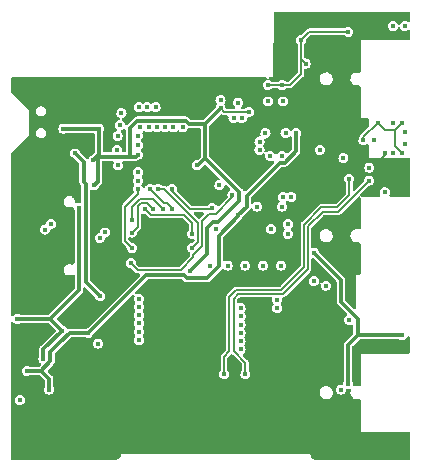
<source format=gbr>
%TF.GenerationSoftware,KiCad,Pcbnew,(6.99.0-1793-ga56955443f)*%
%TF.CreationDate,2022-12-11T18:47:06+00:00*%
%TF.ProjectId,Watchy-MrT-ESP32-S3-V1,57617463-6879-42d4-9d72-542d45535033,rev?*%
%TF.SameCoordinates,Original*%
%TF.FileFunction,Copper,L3,Inr*%
%TF.FilePolarity,Positive*%
%FSLAX46Y46*%
G04 Gerber Fmt 4.6, Leading zero omitted, Abs format (unit mm)*
G04 Created by KiCad (PCBNEW (6.99.0-1793-ga56955443f)) date 2022-12-11 18:47:06*
%MOMM*%
%LPD*%
G01*
G04 APERTURE LIST*
%TA.AperFunction,ViaPad*%
%ADD10C,0.450000*%
%TD*%
%TA.AperFunction,ViaPad*%
%ADD11C,0.600000*%
%TD*%
%TA.AperFunction,Conductor*%
%ADD12C,0.150000*%
%TD*%
%TA.AperFunction,Conductor*%
%ADD13C,0.300000*%
%TD*%
G04 APERTURE END LIST*
D10*
%TO.N,GND*%
X142900000Y-66500000D03*
X141200000Y-67300000D03*
X136300000Y-61900000D03*
X135400000Y-61600000D03*
X126400000Y-84500000D03*
X116200000Y-81000000D03*
X139300000Y-91200000D03*
X140100000Y-91200000D03*
X140900000Y-91200000D03*
X141700000Y-91200000D03*
X142600000Y-91200000D03*
X142600000Y-92800000D03*
X141700000Y-92800000D03*
X140900000Y-92800000D03*
X140000000Y-92800000D03*
X139100000Y-92800000D03*
X138200000Y-92800000D03*
X137300000Y-92800000D03*
X136400000Y-92800000D03*
X135500000Y-92800000D03*
X136000000Y-69000000D03*
X140600000Y-55600000D03*
X141200000Y-55600000D03*
X114000000Y-72200000D03*
X113600000Y-72900000D03*
X114400000Y-72900000D03*
X115200000Y-70900000D03*
X116800000Y-71000000D03*
%TO.N,VCC*%
X116900000Y-83400000D03*
X117100000Y-79400000D03*
X115000000Y-67300000D03*
%TO.N,I2C_SDA*%
X127600000Y-86000000D03*
%TO.N,I2C_SCL*%
X129400000Y-86000000D03*
%TO.N,GND*%
X114000000Y-91100000D03*
X114000000Y-92000000D03*
X111300000Y-90700000D03*
X113800000Y-92800000D03*
X113000000Y-92800000D03*
X112200000Y-92800000D03*
X111400000Y-92800000D03*
X110700000Y-83000000D03*
X111600000Y-83400000D03*
X111600000Y-84100000D03*
X111500000Y-84700000D03*
X110800000Y-84700000D03*
X110100000Y-84700000D03*
D11*
X116000000Y-64200000D03*
X117300000Y-64200000D03*
X114000000Y-87000000D03*
X123000000Y-85000000D03*
X125000000Y-85000000D03*
X124000000Y-85000000D03*
X124000000Y-86000000D03*
X136000000Y-89000000D03*
X143000000Y-92000000D03*
X142000000Y-92000000D03*
X141000000Y-92000000D03*
X140000000Y-92000000D03*
X119000000Y-90000000D03*
X119000000Y-89000000D03*
X119000000Y-88000000D03*
X120000000Y-88000000D03*
X120000000Y-89000000D03*
X120000000Y-90000000D03*
X121000000Y-90000000D03*
X121000000Y-89000000D03*
X121000000Y-88000000D03*
X122000000Y-88000000D03*
X122000000Y-89000000D03*
X122000000Y-90000000D03*
X123000000Y-90000000D03*
X123000000Y-89000000D03*
X123000000Y-88000000D03*
X124000000Y-88000000D03*
X124000000Y-89000000D03*
X124000000Y-90000000D03*
X126000000Y-90000000D03*
X125000000Y-88000000D03*
X125000000Y-89000000D03*
X125000000Y-90000000D03*
X126000000Y-89000000D03*
X126000000Y-88000000D03*
X127000000Y-88000000D03*
X127000000Y-89000000D03*
X127000000Y-90000000D03*
X128000000Y-90000000D03*
X128000000Y-89000000D03*
X128000000Y-88000000D03*
X129000000Y-88000000D03*
X129000000Y-89000000D03*
X129000000Y-90000000D03*
X130000000Y-90000000D03*
X130000000Y-89000000D03*
X130000000Y-88000000D03*
X131000000Y-88000000D03*
X131000000Y-89000000D03*
X131000000Y-90000000D03*
X133000000Y-90000000D03*
X132000000Y-88000000D03*
X132000000Y-89000000D03*
X132000000Y-90000000D03*
X133000000Y-89000000D03*
X133000000Y-88000000D03*
X134000000Y-88000000D03*
X134000000Y-89000000D03*
X134000000Y-90000000D03*
X134000000Y-91000000D03*
X133000000Y-91000000D03*
X132000000Y-91000000D03*
X131000000Y-91000000D03*
X130000000Y-91000000D03*
X129000000Y-91000000D03*
X128000000Y-91000000D03*
X127000000Y-91000000D03*
X126000000Y-91000000D03*
X125000000Y-91000000D03*
X124000000Y-91000000D03*
X123000000Y-91000000D03*
X122000000Y-91000000D03*
X121000000Y-91000000D03*
X120000000Y-91000000D03*
X119000000Y-91000000D03*
X118000000Y-91000000D03*
X113000000Y-92000000D03*
X113000000Y-91000000D03*
X113000000Y-90000000D03*
X113000000Y-89000000D03*
X114000000Y-89000000D03*
X114000000Y-90000000D03*
X115000000Y-90000000D03*
X116000000Y-90000000D03*
X117000000Y-90000000D03*
X118000000Y-90000000D03*
X118000000Y-89000000D03*
X117000000Y-89000000D03*
X116000000Y-89000000D03*
X115000000Y-89000000D03*
X115000000Y-88000000D03*
X116000000Y-88000000D03*
X117000000Y-88000000D03*
X118000000Y-88000000D03*
X120000000Y-87000000D03*
X119000000Y-87000000D03*
X118000000Y-87000000D03*
X118000000Y-85000000D03*
X118000000Y-86000000D03*
X119000000Y-86000000D03*
X120000000Y-86000000D03*
X121000000Y-86000000D03*
X121000000Y-87000000D03*
X122000000Y-87000000D03*
X123000000Y-87000000D03*
X124000000Y-87000000D03*
X125000000Y-87000000D03*
X126000000Y-87000000D03*
X127000000Y-87000000D03*
X128000000Y-87000000D03*
X129000000Y-87000000D03*
X130000000Y-87000000D03*
X131000000Y-87000000D03*
X131000000Y-86000000D03*
X132000000Y-86000000D03*
X132000000Y-87000000D03*
X133000000Y-87000000D03*
X133000000Y-86000000D03*
X134000000Y-86000000D03*
X134000000Y-87000000D03*
X135000000Y-87000000D03*
X135000000Y-88000000D03*
X135000000Y-89000000D03*
X135000000Y-90000000D03*
X135000000Y-91000000D03*
X136000000Y-92000000D03*
X135000000Y-92000000D03*
X134000000Y-92000000D03*
X133000000Y-92000000D03*
X132000000Y-92000000D03*
X131000000Y-92000000D03*
X130000000Y-92000000D03*
X129000000Y-92000000D03*
X128000000Y-92000000D03*
X127000000Y-92000000D03*
X126000000Y-92000000D03*
X125000000Y-92000000D03*
X124000000Y-92000000D03*
X123000000Y-92000000D03*
X122000000Y-92000000D03*
X121000000Y-92000000D03*
X120000000Y-92000000D03*
X119000000Y-92000000D03*
X118000000Y-92000000D03*
X114000000Y-79000000D03*
X114000000Y-78000000D03*
X114000000Y-76000000D03*
X115000000Y-66000000D03*
X114000000Y-66000000D03*
X114000000Y-67000000D03*
X113000000Y-67000000D03*
X113000000Y-66000000D03*
X113000000Y-65000000D03*
X113000000Y-64000000D03*
X110000000Y-68000000D03*
X115000000Y-69000000D03*
X114000000Y-68000000D03*
X114000000Y-69000000D03*
X114000000Y-70000000D03*
X112000000Y-70000000D03*
X111000000Y-70000000D03*
X110000000Y-70000000D03*
X110000000Y-69000000D03*
X111000000Y-69000000D03*
X112000000Y-69000000D03*
X113000000Y-68000000D03*
X113000000Y-69000000D03*
X113000000Y-70000000D03*
X113000000Y-71000000D03*
X110000000Y-71000000D03*
X111000000Y-71000000D03*
X112000000Y-71000000D03*
X112000000Y-72000000D03*
X111000000Y-72000000D03*
X110000000Y-72000000D03*
X110000000Y-73000000D03*
X111000000Y-73000000D03*
X111000000Y-74000000D03*
X110000000Y-74000000D03*
X110000000Y-75000000D03*
X111000000Y-75000000D03*
X112000000Y-75000000D03*
X112000000Y-76000000D03*
X111000000Y-76000000D03*
X110000000Y-76000000D03*
X110000000Y-77000000D03*
X111000000Y-77000000D03*
X112000000Y-77000000D03*
X112000000Y-78000000D03*
X111000000Y-78000000D03*
X110000000Y-78000000D03*
X110000000Y-79000000D03*
X111000000Y-79000000D03*
X112000000Y-79000000D03*
X112000000Y-80000000D03*
X111000000Y-80000000D03*
X110000000Y-80000000D03*
X117100000Y-75300000D03*
X115200000Y-80400000D03*
X116100000Y-79800000D03*
X117100000Y-78300000D03*
X117100000Y-77300000D03*
X136200000Y-72800000D03*
X136800000Y-75200000D03*
X132100000Y-75200000D03*
X133100000Y-75200000D03*
X128800000Y-74200000D03*
X128800000Y-75200000D03*
X127900000Y-75200000D03*
X129800000Y-75200000D03*
X135400000Y-81300000D03*
X135100000Y-83000000D03*
X135100000Y-84000000D03*
X134200000Y-84000000D03*
X134200000Y-83000000D03*
X133300000Y-83000000D03*
X133300000Y-84000000D03*
X132300000Y-84000000D03*
X132300000Y-83000000D03*
X131300000Y-81000000D03*
X131300000Y-82000000D03*
X131300000Y-83000000D03*
X131300000Y-84000000D03*
X130300000Y-84000000D03*
X130300000Y-83000000D03*
X130300000Y-82000000D03*
X130300000Y-81000000D03*
X130300000Y-80000000D03*
X137200000Y-82400000D03*
X139300000Y-83600000D03*
X140400000Y-83600000D03*
X141400000Y-83600000D03*
X138400000Y-77600000D03*
X138400000Y-76400000D03*
X138400000Y-75300000D03*
X138000000Y-73900000D03*
X137300000Y-72900000D03*
X138600000Y-72900000D03*
D10*
X134500000Y-67600000D03*
X126500000Y-71200000D03*
D11*
X130700000Y-70900000D03*
X131600000Y-71100000D03*
X132600000Y-69000000D03*
X139300000Y-65100000D03*
X138300000Y-65100000D03*
X137400000Y-65100000D03*
X135100000Y-64500000D03*
X135100000Y-63400000D03*
X135100000Y-65600000D03*
X138700000Y-62000000D03*
X137600000Y-62000000D03*
X137600000Y-60800000D03*
X136500000Y-59600000D03*
X137600000Y-59600000D03*
X138700000Y-59600000D03*
X132300000Y-58800000D03*
X132300000Y-59600000D03*
X133100000Y-59600000D03*
D10*
X138000000Y-55600000D03*
X142800000Y-57200000D03*
%TO.N,+3V3*%
X125300000Y-68300000D03*
%TO.N,GND*%
X136000000Y-68400000D03*
%TO.N,Net-(D1-K)*%
X133000000Y-74100000D03*
X136200000Y-78500000D03*
%TO.N,+3V3*%
X142700000Y-82700000D03*
X138100000Y-86800000D03*
X135200000Y-75700000D03*
X124700000Y-77300000D03*
%TO.N,BAT_ADC*%
X110300000Y-88200000D03*
%TO.N,+BATT*%
X133700000Y-65600000D03*
X128800000Y-72500000D03*
%TO.N,VBUS*%
X115300000Y-71900000D03*
X115300000Y-76700000D03*
%TO.N,+BATT*%
X112800000Y-87300000D03*
X116100000Y-82500000D03*
X110900000Y-85700000D03*
%TO.N,VBUS*%
X112300000Y-84700000D03*
X110100000Y-81300000D03*
X113900000Y-82300000D03*
%TO.N,BTN3*%
X137500000Y-87300000D03*
%TO.N,BTN2*%
X133000000Y-73300000D03*
%TO.N,BTN3*%
X133300000Y-71000000D03*
%TO.N,BTN2*%
X132600000Y-71000000D03*
%TO.N,RTC_INT*%
X132524502Y-71800000D03*
X130400000Y-71800000D03*
%TO.N,GND*%
X126100000Y-62600000D03*
X126600000Y-63100000D03*
X126600000Y-62600000D03*
%TO.N,I2C_SCL*%
X141900000Y-56500000D03*
%TO.N,I2C_SDA*%
X142900000Y-56500000D03*
%TO.N,+3V3*%
X131300000Y-61500000D03*
X132500000Y-61500000D03*
X138100000Y-57000000D03*
X134100000Y-57700000D03*
X134500000Y-59700000D03*
%TO.N,GND*%
X138800000Y-66900000D03*
%TO.N,/MCU_Sheet/PREVGH*%
X131600000Y-73700000D03*
%TO.N,/MCU_Sheet/RESE*%
X138200000Y-81400000D03*
%TO.N,/MCU_Sheet/GDR*%
X135200000Y-78100000D03*
%TO.N,/MCU_Sheet/RESE*%
X132100000Y-80400000D03*
%TO.N,/MCU_Sheet/GDR*%
X132100000Y-79700000D03*
%TO.N,I2C_SDA*%
X137700000Y-67700000D03*
%TO.N,BTN1*%
X135700000Y-67000500D03*
%TO.N,GND*%
X119200000Y-62600000D03*
X119700000Y-62100000D03*
%TO.N,RTC_INT*%
X132803200Y-65603200D03*
%TO.N,VIB_PWM*%
X131100000Y-65600000D03*
%TO.N,BAT_ADC*%
X118908281Y-63882865D03*
%TO.N,I2C_SCL*%
X130600000Y-66300000D03*
%TO.N,I2C_SDA*%
X130600000Y-67000000D03*
%TO.N,BTN2*%
X131506409Y-67506409D03*
%TO.N,BTN3*%
X132500000Y-67500000D03*
%TO.N,BMP_INT*%
X127200000Y-70000000D03*
%TO.N,RTC_INT*%
X120400000Y-63400000D03*
%TO.N,ACCEL_INT2*%
X120500000Y-65100000D03*
%TO.N,ACCEL_INT1*%
X121200000Y-65100000D03*
%TO.N,VIB_PWM*%
X121100000Y-63400000D03*
%TO.N,I2C_SCL*%
X121800000Y-63400000D03*
%TO.N,I2C_SDA*%
X121900000Y-65100000D03*
%TO.N,BTN3*%
X122600000Y-65100000D03*
%TO.N,BTN1*%
X123300000Y-65100000D03*
%TO.N,BTN2*%
X124100000Y-65100000D03*
%TO.N,I2C_SDA*%
X138200000Y-69450981D03*
%TO.N,+3V3*%
X139400000Y-66200000D03*
X142700000Y-67300000D03*
%TO.N,MAG_DRDY*%
X141900000Y-67300000D03*
%TO.N,+3V3*%
X140600000Y-64700000D03*
%TO.N,MAG_INT*%
X140300000Y-66200000D03*
%TO.N,I2C_SCL*%
X141900000Y-64700000D03*
%TO.N,+3V3*%
X142700000Y-64700000D03*
%TO.N,I2C_SDA*%
X142900000Y-65500000D03*
%TO.N,GND*%
X142900000Y-70600000D03*
%TO.N,BMP_INT*%
X141200000Y-70600000D03*
D11*
%TO.N,GND*%
X121600000Y-76600000D03*
D10*
X117200000Y-61600000D03*
X116200000Y-62100000D03*
X123200000Y-61600000D03*
D11*
X123900000Y-66600000D03*
X121600000Y-75200000D03*
D10*
X115700000Y-61100000D03*
X118700000Y-61600000D03*
X116200000Y-63100000D03*
D11*
X122300000Y-76600000D03*
D10*
X114700000Y-61100000D03*
D11*
X120900000Y-76600000D03*
D10*
X120700000Y-61100000D03*
D11*
X123200000Y-66600000D03*
D10*
X121200000Y-61100000D03*
X114700000Y-62600000D03*
X117200000Y-61100000D03*
X127100000Y-61600000D03*
X127100000Y-61100000D03*
X119200000Y-62100000D03*
X126600000Y-61100000D03*
X127100000Y-62100000D03*
X129100000Y-61100000D03*
X116200000Y-61100000D03*
X119200000Y-61600000D03*
D11*
X123000000Y-75900000D03*
X123700000Y-74500000D03*
D10*
X117700000Y-63100000D03*
X116700000Y-62600000D03*
X128600000Y-61600000D03*
X117700000Y-61600000D03*
D11*
X123700000Y-76600000D03*
D10*
X110200000Y-61600000D03*
X121700000Y-61100000D03*
X114200000Y-61600000D03*
X128100000Y-61100000D03*
D11*
X121600000Y-73800000D03*
X123900000Y-67300000D03*
D10*
X123700000Y-61100000D03*
X115700000Y-63100000D03*
D11*
X122500000Y-66600000D03*
D10*
X114200000Y-62100000D03*
X110100000Y-62100000D03*
D11*
X121800000Y-68700000D03*
X122300000Y-73100000D03*
D10*
X129100000Y-61600000D03*
D11*
X121600000Y-74500000D03*
D10*
X110700000Y-62100000D03*
D11*
X124600000Y-68700000D03*
X123200000Y-68700000D03*
D10*
X118200000Y-61100000D03*
D11*
X122300000Y-73800000D03*
X121100000Y-65900000D03*
D10*
X122700000Y-61100000D03*
D11*
X122500000Y-65900000D03*
D10*
X130100000Y-61600000D03*
X118700000Y-62600000D03*
X130600000Y-61100000D03*
X118200000Y-62100000D03*
D11*
X122300000Y-74500000D03*
X123700000Y-73800000D03*
D10*
X130100000Y-61100000D03*
X116200000Y-61600000D03*
X113700000Y-62100000D03*
X117200000Y-62100000D03*
X113700000Y-61100000D03*
X126100000Y-62100000D03*
D11*
X122500000Y-68000000D03*
D10*
X111700000Y-61100000D03*
X119700000Y-61600000D03*
X110200000Y-61100000D03*
X114700000Y-63100000D03*
D11*
X121600000Y-73100000D03*
D10*
X129700000Y-63000000D03*
D11*
X122300000Y-75900000D03*
D10*
X119700000Y-61100000D03*
X129000000Y-79700000D03*
X112200000Y-61100000D03*
X123200000Y-61100000D03*
X116200000Y-62600000D03*
X115700000Y-61600000D03*
D11*
X123900000Y-68000000D03*
D10*
X124200000Y-61600000D03*
D11*
X123700000Y-75200000D03*
D10*
X125500000Y-72500000D03*
X110700000Y-62600000D03*
X127400000Y-65200000D03*
X115200000Y-62100000D03*
X113200000Y-62100000D03*
X129600000Y-61600000D03*
X124200000Y-61100000D03*
X126100000Y-61100000D03*
X118200000Y-62600000D03*
X122200000Y-61100000D03*
D11*
X121600000Y-75900000D03*
D10*
X117200000Y-63100000D03*
X116700000Y-62100000D03*
D11*
X124600000Y-67300000D03*
X121800000Y-68000000D03*
X121100000Y-68000000D03*
D10*
X124700000Y-61600000D03*
D11*
X121800000Y-65900000D03*
X123200000Y-68000000D03*
D10*
X118200000Y-61600000D03*
D11*
X122500000Y-67300000D03*
D10*
X111200000Y-61100000D03*
X115700000Y-62600000D03*
X126100000Y-61600000D03*
X115200000Y-62600000D03*
D11*
X123900000Y-68700000D03*
D10*
X117700000Y-62100000D03*
X120200000Y-61600000D03*
D11*
X123700000Y-75900000D03*
D10*
X114700000Y-61600000D03*
D11*
X121100000Y-67300000D03*
D10*
X112710000Y-61600000D03*
X110700000Y-61600000D03*
X127600000Y-62100000D03*
X117700000Y-62600000D03*
X140500000Y-68099500D03*
X128900000Y-65200000D03*
X117200000Y-62600000D03*
X118200000Y-63100000D03*
X119200000Y-61100000D03*
X128100000Y-61600000D03*
X124700000Y-61100000D03*
X115200000Y-61100000D03*
D11*
X122300000Y-75200000D03*
D10*
X127900000Y-65200000D03*
X126600000Y-62100000D03*
X114700000Y-62100000D03*
X115700000Y-62100000D03*
D11*
X121800000Y-67300000D03*
D10*
X113700000Y-61600000D03*
D11*
X124600000Y-68000000D03*
D10*
X110700000Y-61100000D03*
X118700000Y-61100000D03*
X112700000Y-61100000D03*
D11*
X123700000Y-73100000D03*
X121100000Y-66600000D03*
D10*
X127600000Y-61100000D03*
X128400000Y-65200000D03*
X128600000Y-61100000D03*
D11*
X123000000Y-73800000D03*
X123000000Y-74500000D03*
D10*
X116700000Y-61100000D03*
D11*
X123200000Y-67300000D03*
D10*
X113200000Y-61600000D03*
D11*
X123000000Y-75200000D03*
D10*
X126600000Y-61600000D03*
X127600000Y-61600000D03*
X118700000Y-62100000D03*
X129600000Y-61100000D03*
X123700000Y-61600000D03*
X116700000Y-63100000D03*
D11*
X121100000Y-68700000D03*
D10*
X115200000Y-61600000D03*
X116700000Y-61600000D03*
X114200000Y-61100000D03*
X113200000Y-61100000D03*
X115200000Y-63100000D03*
D11*
X123000000Y-76600000D03*
X122500000Y-68700000D03*
D10*
X120200000Y-61100000D03*
D11*
X123000000Y-73100000D03*
D10*
X117700000Y-61100000D03*
D11*
X121800000Y-66600000D03*
D10*
%TO.N,/MCU_Sheet/SPICLK_P*%
X126600000Y-71900000D03*
X123200000Y-70300000D03*
%TO.N,VDD_SPI*%
X119700000Y-76600000D03*
X128300000Y-70800000D03*
%TO.N,+3V3*%
X116500000Y-67900000D03*
X116600000Y-70000000D03*
X117000000Y-65200000D03*
X114000000Y-65200000D03*
X129700000Y-63800000D03*
X127300000Y-63500000D03*
X120300000Y-67400000D03*
%TO.N,/MCU_Sheet/PREVGH*%
X129400000Y-76800000D03*
X120400000Y-81700000D03*
%TO.N,Net-(J1-Pin_18)*%
X132400000Y-76800000D03*
X120400000Y-83100000D03*
%TO.N,Net-(J1-Pin_20)*%
X130900000Y-76800000D03*
X120400000Y-82400000D03*
%TO.N,Net-(J1-Pin_22)*%
X120400000Y-81000000D03*
X127900000Y-76800000D03*
%TO.N,Net-(J1-Pin_24)*%
X126400000Y-76800000D03*
X120400000Y-79600000D03*
%TO.N,/MCU_Sheet/PREVGL*%
X126900000Y-73700000D03*
X120400000Y-80300000D03*
%TO.N,/MCU_Sheet/SPICS0*%
X123200000Y-72000000D03*
X121300000Y-70300000D03*
%TO.N,/MCU_Sheet/SPID*%
X122400000Y-72000000D03*
X119800000Y-72900000D03*
%TO.N,/MCU_Sheet/SPIWP*%
X124900000Y-74100000D03*
X120896800Y-72003200D03*
%TO.N,/MCU_Sheet/SPIQ*%
X124900000Y-75300000D03*
X122000000Y-70300000D03*
%TO.N,/MCU_Sheet/SPICLK*%
X119800000Y-74000000D03*
X121600000Y-72000000D03*
%TO.N,/MCU_Sheet/SPIHD*%
X120300000Y-70300000D03*
X119800000Y-75300000D03*
%TO.N,I2C_SCL*%
X131300000Y-62900000D03*
X139900000Y-69600000D03*
X128800000Y-63000000D03*
X139900000Y-68500000D03*
%TO.N,I2C_SDA*%
X132600000Y-62900000D03*
X127300000Y-62800000D03*
%TO.N,D_BUSY*%
X129000000Y-80400000D03*
X120300000Y-66600000D03*
%TO.N,D_RES*%
X118616000Y-68300000D03*
X129000000Y-81100000D03*
%TO.N,D_DC*%
X129000000Y-81800000D03*
X118525732Y-66997604D03*
%TO.N,D_MOSI*%
X120300000Y-65800000D03*
X129000000Y-83900000D03*
%TO.N,D_SCK*%
X118584073Y-65809077D03*
X129000000Y-83200000D03*
%TO.N,D_SS*%
X129000000Y-82500000D03*
X118800000Y-64900000D03*
%TO.N,MAG_INT*%
X120300000Y-68900000D03*
%TO.N,MAG_DRDY*%
X120300000Y-69600000D03*
%TO.N,ACCEL_INT1*%
X128400000Y-64300000D03*
%TO.N,ACCEL_INT2*%
X129100000Y-64300000D03*
%TO.N,USB_N*%
X117529808Y-73993517D03*
X112924320Y-73286401D03*
%TO.N,USB_P*%
X117070188Y-74453137D03*
X112464700Y-73746021D03*
%TD*%
D12*
%TO.N,GND*%
X141200000Y-67399500D02*
X140500000Y-68099500D01*
X141200000Y-67300000D02*
X141200000Y-67399500D01*
D13*
%TO.N,VCC*%
X115874511Y-69874511D02*
X115874511Y-78174511D01*
X115874511Y-78174511D02*
X117100000Y-79400000D01*
X115700000Y-68000000D02*
X115700000Y-69700000D01*
X115700000Y-69700000D02*
X115874511Y-69874511D01*
X115000000Y-67300000D02*
X115700000Y-68000000D01*
D12*
%TO.N,I2C_SDA*%
X127600000Y-84500000D02*
X127600000Y-86000000D01*
X128050481Y-84049519D02*
X127600000Y-84500000D01*
X128648320Y-78850969D02*
X128050480Y-79448809D01*
X134350970Y-76954734D02*
X132454735Y-78850969D01*
X128050480Y-79448809D02*
X128050481Y-84049519D01*
X134350970Y-73342252D02*
X134350970Y-76954734D01*
X135817254Y-71875969D02*
X134350970Y-73342252D01*
X137129735Y-71875969D02*
X135817254Y-71875969D01*
X138200000Y-70805704D02*
X137129735Y-71875969D01*
X132454735Y-78850969D02*
X128648320Y-78850969D01*
X138200000Y-69450981D02*
X138200000Y-70805704D01*
%TO.N,I2C_SCL*%
X129400000Y-85006416D02*
X129400000Y-86000000D01*
X128400000Y-84006416D02*
X129400000Y-85006416D01*
X128400000Y-79593584D02*
X128400000Y-84006416D01*
X128793095Y-79200489D02*
X128400000Y-79593584D01*
X132599511Y-79200489D02*
X128793095Y-79200489D01*
X134700489Y-77099511D02*
X132599511Y-79200489D01*
X134700489Y-73487029D02*
X134700489Y-77099511D01*
X135962029Y-72225489D02*
X134700489Y-73487029D01*
X137274511Y-72225489D02*
X135962029Y-72225489D01*
X139900000Y-69600000D02*
X137274511Y-72225489D01*
D13*
%TO.N,+BATT*%
X133700000Y-67112482D02*
X133700000Y-65600000D01*
X132325489Y-68074511D02*
X132737971Y-68074511D01*
X132737971Y-68074511D02*
X133700000Y-67112482D01*
X129500000Y-71800000D02*
X129500000Y-70900000D01*
X129500000Y-70900000D02*
X132325489Y-68074511D01*
X128800000Y-72500000D02*
X129500000Y-71800000D01*
%TO.N,+3V3*%
X125400000Y-68300000D02*
X125300000Y-68300000D01*
X126006241Y-67693759D02*
X125400000Y-68300000D01*
X137500000Y-79887518D02*
X137500000Y-78000000D01*
X137500000Y-78000000D02*
X135200000Y-75700000D01*
X138900000Y-81287518D02*
X137500000Y-79887518D01*
X138900000Y-82700000D02*
X138900000Y-81287518D01*
X138900000Y-82700000D02*
X142700000Y-82700000D01*
X138100000Y-83500000D02*
X138900000Y-82700000D01*
X138100000Y-86800000D02*
X138100000Y-83500000D01*
%TO.N,+BATT*%
X128800000Y-72612482D02*
X128800000Y-72500000D01*
X124462029Y-77874511D02*
X126137971Y-77874511D01*
X126137971Y-77874511D02*
X127137971Y-76874511D01*
X121000969Y-77599031D02*
X124186549Y-77599031D01*
X124186549Y-77599031D02*
X124462029Y-77874511D01*
X116100000Y-82500000D02*
X121000969Y-77599031D01*
X127137971Y-76874511D02*
X127137971Y-74274511D01*
X127137971Y-74274511D02*
X128800000Y-72612482D01*
%TO.N,+3V3*%
X126173550Y-75826450D02*
X124700000Y-77300000D01*
X126173550Y-73613968D02*
X126173550Y-75826450D01*
X126662029Y-73125489D02*
X126173550Y-73613968D01*
X127074511Y-73125489D02*
X126662029Y-73125489D01*
X128874511Y-71325489D02*
X127074511Y-73125489D01*
X128874511Y-70562029D02*
X128874511Y-71325489D01*
X126006241Y-67693759D02*
X128874511Y-70562029D01*
X126006241Y-64793759D02*
X126006241Y-67693759D01*
X126006241Y-64793759D02*
X127300000Y-63500000D01*
X124606241Y-64793759D02*
X126006241Y-64793759D01*
X124337971Y-64525489D02*
X124606241Y-64793759D01*
X120262029Y-64525489D02*
X124337971Y-64525489D01*
X119627885Y-65159633D02*
X120262029Y-64525489D01*
X119627885Y-67572115D02*
X119627885Y-65159633D01*
X119627885Y-67572115D02*
X120127885Y-67572115D01*
X117172115Y-67572115D02*
X119627885Y-67572115D01*
%TO.N,VBUS*%
X115300000Y-78900000D02*
X112900000Y-81300000D01*
X115300000Y-76700000D02*
X115300000Y-78900000D01*
X115300000Y-71900000D02*
X115300000Y-76700000D01*
%TO.N,+BATT*%
X112800000Y-86387518D02*
X112112482Y-85700000D01*
X112800000Y-87300000D02*
X112800000Y-86387518D01*
X114512482Y-82500000D02*
X116100000Y-82500000D01*
X113712482Y-83300000D02*
X114512482Y-82500000D01*
X113700000Y-83300000D02*
X113712482Y-83300000D01*
X112900000Y-84100000D02*
X113700000Y-83300000D01*
X112900000Y-84912482D02*
X112900000Y-84100000D01*
X112112482Y-85700000D02*
X112900000Y-84912482D01*
X110900000Y-85700000D02*
X112112482Y-85700000D01*
%TO.N,VBUS*%
X112300000Y-83900000D02*
X112300000Y-84700000D01*
X113900000Y-82300000D02*
X112300000Y-83900000D01*
X112900000Y-81300000D02*
X113900000Y-82300000D01*
X110100000Y-81300000D02*
X112900000Y-81300000D01*
D12*
%TO.N,+3V3*%
X132500000Y-61500000D02*
X131300000Y-61500000D01*
X134100000Y-60600000D02*
X133200000Y-61500000D01*
X133200000Y-61500000D02*
X132600000Y-61500000D01*
X134100000Y-59300000D02*
X134100000Y-60600000D01*
X134800000Y-57000000D02*
X138100000Y-57000000D01*
X134100000Y-57700000D02*
X134800000Y-57000000D01*
X134100000Y-59300000D02*
X134100000Y-57700000D01*
X134500000Y-59700000D02*
X134100000Y-59300000D01*
X139400000Y-65900000D02*
X139400000Y-66200000D01*
X140600000Y-64700000D02*
X139400000Y-65900000D01*
X142100000Y-66700000D02*
X142700000Y-67300000D01*
X142100000Y-65300000D02*
X142100000Y-66700000D01*
X142100000Y-65300000D02*
X142700000Y-64700000D01*
X141200000Y-65300000D02*
X142100000Y-65300000D01*
X140600000Y-64700000D02*
X141200000Y-65300000D01*
%TO.N,/MCU_Sheet/SPICLK_P*%
X124687880Y-72000000D02*
X126500000Y-72000000D01*
X126500000Y-72000000D02*
X126600000Y-71900000D01*
X123200000Y-70512120D02*
X124687880Y-72000000D01*
X123200000Y-70300000D02*
X123200000Y-70512120D01*
%TO.N,VDD_SPI*%
X128300000Y-71000000D02*
X128300000Y-70800000D01*
X119700000Y-76600000D02*
X120274511Y-77174511D01*
X123937971Y-77174511D02*
X125000000Y-76112482D01*
X125000000Y-75906416D02*
X125749031Y-75157385D01*
X125749030Y-73000472D02*
X126349991Y-72399511D01*
X126349991Y-72399511D02*
X126900489Y-72399511D01*
X125749031Y-75157385D02*
X125749030Y-73000472D01*
X120274511Y-77174511D02*
X123937971Y-77174511D01*
X126900489Y-72399511D02*
X128300000Y-71000000D01*
X125000000Y-76112482D02*
X125000000Y-75906416D01*
D13*
%TO.N,+3V3*%
X120127885Y-67572115D02*
X120300000Y-67400000D01*
D12*
X129700000Y-63800000D02*
X127600000Y-63800000D01*
D13*
X116900000Y-69700000D02*
X116600000Y-70000000D01*
X117000000Y-67400000D02*
X117172115Y-67572115D01*
X117000000Y-67400000D02*
X116900000Y-67500000D01*
X114000000Y-65200000D02*
X117000000Y-65200000D01*
D12*
X127600000Y-63800000D02*
X127300000Y-63500000D01*
D13*
X117000000Y-67400000D02*
X117000000Y-65200000D01*
X116900000Y-67500000D02*
X116900000Y-69700000D01*
X116500000Y-67900000D02*
X117000000Y-67400000D01*
D12*
%TO.N,/MCU_Sheet/SPICS0*%
X123200000Y-71900000D02*
X123200000Y-72000000D01*
X122800000Y-71500000D02*
X123200000Y-71900000D01*
X121300000Y-70306416D02*
X122493584Y-71500000D01*
X122493584Y-71500000D02*
X122800000Y-71500000D01*
X121300000Y-70300000D02*
X121300000Y-70306416D01*
%TO.N,/MCU_Sheet/SPID*%
X119800000Y-71799288D02*
X120448318Y-71150970D01*
X119800000Y-72900000D02*
X119800000Y-71799288D01*
X120448318Y-71150970D02*
X121550969Y-71150969D01*
X121550969Y-71150969D02*
X122400000Y-72000000D01*
%TO.N,/MCU_Sheet/SPIWP*%
X124900000Y-73200712D02*
X124900000Y-74100000D01*
X120896800Y-72003200D02*
X121393111Y-72499511D01*
X124198799Y-72499511D02*
X124900000Y-73200712D01*
X121393111Y-72499511D02*
X124198799Y-72499511D01*
%TO.N,/MCU_Sheet/SPIQ*%
X125399511Y-74800489D02*
X125399511Y-73205927D01*
X124900000Y-75300000D02*
X125399511Y-74800489D01*
X125399511Y-73205927D02*
X122493584Y-70300000D01*
X122493584Y-70300000D02*
X122000000Y-70300000D01*
%TO.N,/MCU_Sheet/SPICLK*%
X120300000Y-73500000D02*
X120300000Y-71793584D01*
X121100489Y-71500489D02*
X121600000Y-72000000D01*
X120593095Y-71500489D02*
X121100489Y-71500489D01*
X119800000Y-74000000D02*
X120300000Y-73500000D01*
X120300000Y-71793584D02*
X120593095Y-71500489D01*
%TO.N,/MCU_Sheet/SPIHD*%
X120300000Y-70706416D02*
X120300000Y-70300000D01*
X119200489Y-74700489D02*
X119200489Y-71805927D01*
X119200489Y-71805927D02*
X120300000Y-70706416D01*
X119800000Y-75300000D02*
X119200489Y-74700489D01*
%TD*%
%TA.AperFunction,Conductor*%
%TO.N,GND*%
G36*
X143291121Y-55311002D02*
G01*
X143337614Y-55364658D01*
X143349000Y-55417000D01*
X143349000Y-56048343D01*
X143328998Y-56116464D01*
X143275342Y-56162957D01*
X143205068Y-56173061D01*
X143154136Y-56152388D01*
X143153220Y-56151472D01*
X143144389Y-56146972D01*
X143144387Y-56146971D01*
X143084513Y-56116464D01*
X143033126Y-56090281D01*
X143023337Y-56088731D01*
X143023335Y-56088730D01*
X142909793Y-56070747D01*
X142900000Y-56069196D01*
X142890207Y-56070747D01*
X142776665Y-56088730D01*
X142776663Y-56088731D01*
X142766874Y-56090281D01*
X142646780Y-56151472D01*
X142551472Y-56246780D01*
X142546972Y-56255612D01*
X142512267Y-56323724D01*
X142463519Y-56375339D01*
X142394604Y-56392405D01*
X142327402Y-56369504D01*
X142287733Y-56323724D01*
X142253028Y-56255612D01*
X142248528Y-56246780D01*
X142153220Y-56151472D01*
X142033126Y-56090281D01*
X142023337Y-56088731D01*
X142023335Y-56088730D01*
X141909793Y-56070747D01*
X141900000Y-56069196D01*
X141890207Y-56070747D01*
X141776665Y-56088730D01*
X141776663Y-56088731D01*
X141766874Y-56090281D01*
X141646780Y-56151472D01*
X141551472Y-56246780D01*
X141490281Y-56366874D01*
X141469196Y-56500000D01*
X141470747Y-56509793D01*
X141480156Y-56569196D01*
X141490281Y-56633126D01*
X141551472Y-56753220D01*
X141646780Y-56848528D01*
X141766874Y-56909719D01*
X141776663Y-56911269D01*
X141776665Y-56911270D01*
X141890207Y-56929253D01*
X141900000Y-56930804D01*
X141909793Y-56929253D01*
X142023335Y-56911270D01*
X142023337Y-56911269D01*
X142033126Y-56909719D01*
X142153220Y-56848528D01*
X142248528Y-56753220D01*
X142287733Y-56676276D01*
X142336481Y-56624661D01*
X142405396Y-56607595D01*
X142472598Y-56630496D01*
X142512267Y-56676276D01*
X142551472Y-56753220D01*
X142646780Y-56848528D01*
X142766874Y-56909719D01*
X142776663Y-56911269D01*
X142776665Y-56911270D01*
X142890207Y-56929253D01*
X142900000Y-56930804D01*
X142909793Y-56929253D01*
X143023335Y-56911270D01*
X143023337Y-56911269D01*
X143033126Y-56909719D01*
X143134550Y-56858041D01*
X143144387Y-56853029D01*
X143144389Y-56853028D01*
X143153220Y-56848528D01*
X143153739Y-56848009D01*
X143215805Y-56825863D01*
X143284957Y-56841942D01*
X143334438Y-56892855D01*
X143349000Y-56951657D01*
X143349000Y-57563000D01*
X143328998Y-57631121D01*
X143275342Y-57677614D01*
X143223000Y-57689000D01*
X139150198Y-57689000D01*
X139150000Y-57688918D01*
X139149802Y-57689000D01*
X139149235Y-57689235D01*
X139148918Y-57690000D01*
X139149000Y-57690198D01*
X139149000Y-60345919D01*
X139128998Y-60414040D01*
X139075342Y-60460533D01*
X139005068Y-60470637D01*
X138989006Y-60467247D01*
X138965042Y-60460533D01*
X138925665Y-60449500D01*
X138812342Y-60449500D01*
X138758650Y-60456880D01*
X138708626Y-60463755D01*
X138708623Y-60463756D01*
X138700080Y-60464930D01*
X138651840Y-60485884D01*
X138569187Y-60521785D01*
X138569184Y-60521787D01*
X138561280Y-60525220D01*
X138554596Y-60530658D01*
X138554594Y-60530659D01*
X138517968Y-60560457D01*
X138443892Y-60620722D01*
X138356623Y-60744353D01*
X138353739Y-60752469D01*
X138353737Y-60752472D01*
X138312173Y-60869422D01*
X138305946Y-60886944D01*
X138295619Y-61037921D01*
X138297371Y-61046351D01*
X138297371Y-61046354D01*
X138318280Y-61146972D01*
X138326408Y-61186085D01*
X138396029Y-61320447D01*
X138499320Y-61431044D01*
X138554813Y-61464790D01*
X138621255Y-61505195D01*
X138621258Y-61505196D01*
X138628618Y-61509672D01*
X138774335Y-61550500D01*
X138887658Y-61550500D01*
X138999920Y-61535070D01*
X139000192Y-61537049D01*
X139059988Y-61537787D01*
X139119236Y-61576905D01*
X139147929Y-61641845D01*
X139149000Y-61658236D01*
X139149000Y-64289802D01*
X139148918Y-64290000D01*
X139149000Y-64290198D01*
X139149235Y-64290765D01*
X139150000Y-64291082D01*
X139150198Y-64291000D01*
X139724000Y-64291000D01*
X139792121Y-64311002D01*
X139838614Y-64364658D01*
X139850000Y-64417000D01*
X139850000Y-65008194D01*
X139829998Y-65076315D01*
X139813095Y-65097289D01*
X139233156Y-65677228D01*
X139214064Y-65692898D01*
X139201376Y-65701376D01*
X139140485Y-65792505D01*
X139137189Y-65809077D01*
X139131736Y-65836488D01*
X139097252Y-65901000D01*
X139051472Y-65946780D01*
X138990281Y-66066874D01*
X138969196Y-66200000D01*
X138970747Y-66209793D01*
X138975513Y-66239881D01*
X138990281Y-66333126D01*
X139051472Y-66453220D01*
X139146780Y-66548528D01*
X139266874Y-66609719D01*
X139276663Y-66611269D01*
X139276665Y-66611270D01*
X139390207Y-66629253D01*
X139400000Y-66630804D01*
X139409793Y-66629253D01*
X139523335Y-66611270D01*
X139523337Y-66611269D01*
X139533126Y-66609719D01*
X139653220Y-66548528D01*
X139654315Y-66547433D01*
X139716802Y-66525136D01*
X139785954Y-66541214D01*
X139835436Y-66592126D01*
X139850000Y-66650930D01*
X139850000Y-67650000D01*
X141619418Y-67650000D01*
X141676622Y-67663733D01*
X141766874Y-67709719D01*
X141776663Y-67711269D01*
X141776665Y-67711270D01*
X141890207Y-67729253D01*
X141900000Y-67730804D01*
X141909793Y-67729253D01*
X142023335Y-67711270D01*
X142023337Y-67711269D01*
X142033126Y-67709719D01*
X142123378Y-67663733D01*
X142180582Y-67650000D01*
X142419418Y-67650000D01*
X142476622Y-67663733D01*
X142566874Y-67709719D01*
X142576663Y-67711269D01*
X142576665Y-67711270D01*
X142690207Y-67729253D01*
X142700000Y-67730804D01*
X142709793Y-67729253D01*
X142823335Y-67711270D01*
X142823337Y-67711269D01*
X142833126Y-67709719D01*
X142923378Y-67663733D01*
X142980582Y-67650000D01*
X143223000Y-67650000D01*
X143291121Y-67670002D01*
X143337614Y-67723658D01*
X143349000Y-67776000D01*
X143349000Y-70843000D01*
X143328998Y-70911121D01*
X143275342Y-70957614D01*
X143223000Y-70969000D01*
X141695149Y-70969000D01*
X141627028Y-70948998D01*
X141580535Y-70895342D01*
X141570431Y-70825068D01*
X141582882Y-70785798D01*
X141605217Y-70741962D01*
X141605217Y-70741961D01*
X141609719Y-70733126D01*
X141613427Y-70709719D01*
X141629253Y-70609793D01*
X141630804Y-70600000D01*
X141621345Y-70540276D01*
X141611270Y-70476665D01*
X141611269Y-70476663D01*
X141609719Y-70466874D01*
X141548528Y-70346780D01*
X141453220Y-70251472D01*
X141333126Y-70190281D01*
X141323337Y-70188731D01*
X141323335Y-70188730D01*
X141209793Y-70170747D01*
X141200000Y-70169196D01*
X141190207Y-70170747D01*
X141076665Y-70188730D01*
X141076663Y-70188731D01*
X141066874Y-70190281D01*
X140946780Y-70251472D01*
X140851472Y-70346780D01*
X140790281Y-70466874D01*
X140788731Y-70476663D01*
X140788730Y-70476665D01*
X140778655Y-70540276D01*
X140769196Y-70600000D01*
X140770747Y-70609793D01*
X140786574Y-70709719D01*
X140790281Y-70733126D01*
X140794783Y-70741961D01*
X140794783Y-70741962D01*
X140817118Y-70785798D01*
X140830222Y-70855574D01*
X140803522Y-70921359D01*
X140745494Y-70962265D01*
X140704851Y-70969000D01*
X139224806Y-70969000D01*
X139156685Y-70948998D01*
X139110192Y-70895342D01*
X139100088Y-70825068D01*
X139129582Y-70760488D01*
X139135711Y-70753905D01*
X139823458Y-70066158D01*
X139885770Y-70032132D01*
X139899240Y-70030684D01*
X139900000Y-70030804D01*
X139981136Y-70017953D01*
X140023335Y-70011270D01*
X140023337Y-70011269D01*
X140033126Y-70009719D01*
X140153220Y-69948528D01*
X140248528Y-69853220D01*
X140309719Y-69733126D01*
X140311520Y-69721759D01*
X140329253Y-69609793D01*
X140330804Y-69600000D01*
X140315382Y-69502628D01*
X140311270Y-69476665D01*
X140311269Y-69476663D01*
X140309719Y-69466874D01*
X140248528Y-69346780D01*
X140153220Y-69251472D01*
X140033126Y-69190281D01*
X140023337Y-69188731D01*
X140023335Y-69188730D01*
X139933166Y-69174449D01*
X139900619Y-69159020D01*
X139866834Y-69174449D01*
X139776665Y-69188730D01*
X139776663Y-69188731D01*
X139766874Y-69190281D01*
X139646780Y-69251472D01*
X139551472Y-69346780D01*
X139490281Y-69466874D01*
X139488731Y-69476663D01*
X139488730Y-69476665D01*
X139484618Y-69502628D01*
X139469196Y-69600000D01*
X139467156Y-69599677D01*
X139450745Y-69655568D01*
X139433842Y-69676542D01*
X138690595Y-70419789D01*
X138628283Y-70453815D01*
X138557468Y-70448750D01*
X138500632Y-70406203D01*
X138475821Y-70339683D01*
X138475500Y-70330694D01*
X138475500Y-69829419D01*
X138495502Y-69761298D01*
X138512405Y-69740324D01*
X138548528Y-69704201D01*
X138609719Y-69584107D01*
X138613717Y-69558868D01*
X138629253Y-69460774D01*
X138630804Y-69450981D01*
X138627674Y-69431217D01*
X138611270Y-69327646D01*
X138611269Y-69327644D01*
X138609719Y-69317855D01*
X138548528Y-69197761D01*
X138453220Y-69102453D01*
X138333126Y-69041262D01*
X138323337Y-69039712D01*
X138323335Y-69039711D01*
X138209793Y-69021728D01*
X138200000Y-69020177D01*
X138190207Y-69021728D01*
X138076665Y-69039711D01*
X138076663Y-69039712D01*
X138066874Y-69041262D01*
X137946780Y-69102453D01*
X137851472Y-69197761D01*
X137790281Y-69317855D01*
X137788731Y-69327644D01*
X137788730Y-69327646D01*
X137772326Y-69431217D01*
X137769196Y-69450981D01*
X137770747Y-69460774D01*
X137786284Y-69558868D01*
X137790281Y-69584107D01*
X137851472Y-69704201D01*
X137887595Y-69740324D01*
X137921621Y-69802636D01*
X137924500Y-69829419D01*
X137924500Y-70639398D01*
X137904498Y-70707519D01*
X137887595Y-70728493D01*
X137052524Y-71563564D01*
X136990212Y-71597590D01*
X136963429Y-71600469D01*
X135856797Y-71600469D01*
X135832215Y-71598048D01*
X135829425Y-71597493D01*
X135817254Y-71595072D01*
X135805083Y-71597493D01*
X135790122Y-71600469D01*
X135790121Y-71600469D01*
X135709759Y-71616454D01*
X135667789Y-71644498D01*
X135667789Y-71644497D01*
X135667786Y-71644500D01*
X135641632Y-71661975D01*
X135639065Y-71658134D01*
X135639064Y-71658135D01*
X135641631Y-71661976D01*
X135618630Y-71677345D01*
X135611739Y-71687658D01*
X135610152Y-71690033D01*
X135594482Y-71709125D01*
X134184126Y-73119480D01*
X134165034Y-73135150D01*
X134152346Y-73143628D01*
X134136977Y-73166629D01*
X134136976Y-73166630D01*
X134127443Y-73180897D01*
X134091455Y-73234757D01*
X134080784Y-73288405D01*
X134070073Y-73342252D01*
X134072494Y-73354423D01*
X134073049Y-73357213D01*
X134075470Y-73381795D01*
X134075470Y-76788428D01*
X134055468Y-76856549D01*
X134038565Y-76877523D01*
X132377524Y-78538564D01*
X132315212Y-78572590D01*
X132288429Y-78575469D01*
X128687857Y-78575469D01*
X128663277Y-78573048D01*
X128660492Y-78572494D01*
X128648320Y-78570073D01*
X128636148Y-78572494D01*
X128621196Y-78575468D01*
X128621188Y-78575469D01*
X128621185Y-78575469D01*
X128621180Y-78575470D01*
X128585664Y-78582535D01*
X128540825Y-78591454D01*
X128472698Y-78636975D01*
X128472697Y-78636976D01*
X128449696Y-78652345D01*
X128442805Y-78662658D01*
X128441218Y-78665033D01*
X128425548Y-78684125D01*
X127883636Y-79226037D01*
X127864544Y-79241707D01*
X127851856Y-79250185D01*
X127790965Y-79341314D01*
X127788545Y-79353481D01*
X127788544Y-79353483D01*
X127783369Y-79379500D01*
X127777344Y-79409793D01*
X127769583Y-79448809D01*
X127772004Y-79460980D01*
X127772559Y-79463770D01*
X127774980Y-79488352D01*
X127774981Y-81705218D01*
X127774981Y-83883213D01*
X127754979Y-83951334D01*
X127738076Y-83972308D01*
X127433156Y-84277228D01*
X127414064Y-84292898D01*
X127401376Y-84301376D01*
X127386007Y-84324377D01*
X127383630Y-84322788D01*
X127383629Y-84322790D01*
X127386006Y-84324378D01*
X127368531Y-84350532D01*
X127368528Y-84350534D01*
X127368529Y-84350535D01*
X127340485Y-84392505D01*
X127324500Y-84472867D01*
X127319103Y-84500000D01*
X127321524Y-84512171D01*
X127322079Y-84514961D01*
X127324500Y-84539543D01*
X127324500Y-85621562D01*
X127304498Y-85689683D01*
X127287595Y-85710657D01*
X127251472Y-85746780D01*
X127190281Y-85866874D01*
X127169196Y-86000000D01*
X127170747Y-86009793D01*
X127186574Y-86109719D01*
X127190281Y-86133126D01*
X127251472Y-86253220D01*
X127346780Y-86348528D01*
X127466874Y-86409719D01*
X127476663Y-86411269D01*
X127476665Y-86411270D01*
X127590207Y-86429253D01*
X127600000Y-86430804D01*
X127609793Y-86429253D01*
X127723335Y-86411270D01*
X127723337Y-86411269D01*
X127733126Y-86409719D01*
X127853220Y-86348528D01*
X127948528Y-86253220D01*
X128009719Y-86133126D01*
X128013427Y-86109719D01*
X128029253Y-86009793D01*
X128030804Y-86000000D01*
X128009719Y-85866874D01*
X127948528Y-85746780D01*
X127912405Y-85710657D01*
X127878379Y-85648345D01*
X127875500Y-85621562D01*
X127875500Y-84666306D01*
X127895502Y-84598185D01*
X127912405Y-84577211D01*
X128157697Y-84331919D01*
X128220009Y-84297893D01*
X128290824Y-84302958D01*
X128335887Y-84331919D01*
X129087595Y-85083627D01*
X129121621Y-85145939D01*
X129124500Y-85172722D01*
X129124500Y-85621562D01*
X129104498Y-85689683D01*
X129087595Y-85710657D01*
X129051472Y-85746780D01*
X128990281Y-85866874D01*
X128969196Y-86000000D01*
X128970747Y-86009793D01*
X128986574Y-86109719D01*
X128990281Y-86133126D01*
X129051472Y-86253220D01*
X129146780Y-86348528D01*
X129266874Y-86409719D01*
X129276663Y-86411269D01*
X129276665Y-86411270D01*
X129390207Y-86429253D01*
X129400000Y-86430804D01*
X129409793Y-86429253D01*
X129523335Y-86411270D01*
X129523337Y-86411269D01*
X129533126Y-86409719D01*
X129653220Y-86348528D01*
X129748528Y-86253220D01*
X129809719Y-86133126D01*
X129813427Y-86109719D01*
X129829253Y-86009793D01*
X129830804Y-86000000D01*
X129809719Y-85866874D01*
X129748528Y-85746780D01*
X129712405Y-85710657D01*
X129678379Y-85648345D01*
X129675500Y-85621562D01*
X129675500Y-85045958D01*
X129677921Y-85021378D01*
X129678476Y-85018588D01*
X129680897Y-85006416D01*
X129659516Y-84898922D01*
X129613994Y-84830794D01*
X129613993Y-84830793D01*
X129598624Y-84807792D01*
X129585936Y-84799314D01*
X129566844Y-84783644D01*
X129228140Y-84444940D01*
X129194114Y-84382628D01*
X129199179Y-84311813D01*
X129243173Y-84253909D01*
X129244379Y-84253033D01*
X129253220Y-84248528D01*
X129348528Y-84153220D01*
X129409719Y-84033126D01*
X129430804Y-83900000D01*
X129424582Y-83860718D01*
X129411270Y-83776665D01*
X129411269Y-83776663D01*
X129409719Y-83766874D01*
X129348528Y-83646780D01*
X129340843Y-83639095D01*
X129340286Y-83638075D01*
X129335689Y-83631748D01*
X129336507Y-83631154D01*
X129306817Y-83576783D01*
X129311882Y-83505968D01*
X129335984Y-83468466D01*
X129335689Y-83468252D01*
X129339432Y-83463100D01*
X129340843Y-83460905D01*
X129348528Y-83453220D01*
X129409719Y-83333126D01*
X129411381Y-83322637D01*
X129429253Y-83209793D01*
X129430804Y-83200000D01*
X129422375Y-83146780D01*
X129411270Y-83076665D01*
X129411269Y-83076663D01*
X129409719Y-83066874D01*
X129348528Y-82946780D01*
X129340843Y-82939095D01*
X129340286Y-82938075D01*
X129335689Y-82931748D01*
X129336507Y-82931154D01*
X129306817Y-82876783D01*
X129311882Y-82805968D01*
X129335984Y-82768466D01*
X129335689Y-82768252D01*
X129339432Y-82763100D01*
X129340843Y-82760905D01*
X129348528Y-82753220D01*
X129409719Y-82633126D01*
X129430804Y-82500000D01*
X129422375Y-82446780D01*
X129411270Y-82376665D01*
X129411269Y-82376663D01*
X129409719Y-82366874D01*
X129348528Y-82246780D01*
X129340843Y-82239095D01*
X129340286Y-82238075D01*
X129335689Y-82231748D01*
X129336507Y-82231154D01*
X129306817Y-82176783D01*
X129311882Y-82105968D01*
X129335984Y-82068466D01*
X129335689Y-82068252D01*
X129339432Y-82063100D01*
X129340843Y-82060905D01*
X129348528Y-82053220D01*
X129409719Y-81933126D01*
X129430804Y-81800000D01*
X129427591Y-81779714D01*
X129411270Y-81676665D01*
X129411269Y-81676663D01*
X129409719Y-81666874D01*
X129348528Y-81546780D01*
X129340843Y-81539095D01*
X129340286Y-81538075D01*
X129335689Y-81531748D01*
X129336507Y-81531154D01*
X129306817Y-81476783D01*
X129311882Y-81405968D01*
X129335984Y-81368466D01*
X129335689Y-81368252D01*
X129339432Y-81363100D01*
X129340843Y-81360905D01*
X129348528Y-81353220D01*
X129409719Y-81233126D01*
X129413239Y-81210905D01*
X129429253Y-81109793D01*
X129430804Y-81100000D01*
X129414966Y-81000000D01*
X129411270Y-80976665D01*
X129411269Y-80976663D01*
X129409719Y-80966874D01*
X129348528Y-80846780D01*
X129340843Y-80839095D01*
X129340286Y-80838075D01*
X129335689Y-80831748D01*
X129336507Y-80831154D01*
X129306817Y-80776783D01*
X129311882Y-80705968D01*
X129335984Y-80668466D01*
X129335689Y-80668252D01*
X129339432Y-80663100D01*
X129340843Y-80660905D01*
X129348528Y-80653220D01*
X129409719Y-80533126D01*
X129413008Y-80512364D01*
X129429253Y-80409793D01*
X129430804Y-80400000D01*
X129409719Y-80266874D01*
X129348528Y-80146780D01*
X129253220Y-80051472D01*
X129133126Y-79990281D01*
X129123337Y-79988731D01*
X129123335Y-79988730D01*
X129009793Y-79970747D01*
X129000000Y-79969196D01*
X128990207Y-79970747D01*
X128876665Y-79988730D01*
X128876663Y-79988731D01*
X128866874Y-79990281D01*
X128858041Y-79994781D01*
X128848607Y-79997847D01*
X128848146Y-79996428D01*
X128788922Y-80007548D01*
X128723138Y-79980845D01*
X128682234Y-79922816D01*
X128675500Y-79882177D01*
X128675500Y-79759890D01*
X128695502Y-79691769D01*
X128712405Y-79670795D01*
X128870306Y-79512894D01*
X128932618Y-79478868D01*
X128959401Y-79475989D01*
X131557148Y-79475989D01*
X131625269Y-79495991D01*
X131671762Y-79549647D01*
X131681597Y-79621699D01*
X131670757Y-79690146D01*
X131669196Y-79700000D01*
X131670747Y-79709793D01*
X131686574Y-79809719D01*
X131690281Y-79833126D01*
X131751472Y-79953220D01*
X131759157Y-79960905D01*
X131759714Y-79961925D01*
X131764311Y-79968252D01*
X131763493Y-79968846D01*
X131793183Y-80023217D01*
X131788118Y-80094032D01*
X131764016Y-80131534D01*
X131764311Y-80131748D01*
X131760568Y-80136900D01*
X131759157Y-80139095D01*
X131751472Y-80146780D01*
X131690281Y-80266874D01*
X131669196Y-80400000D01*
X131670747Y-80409793D01*
X131686993Y-80512364D01*
X131690281Y-80533126D01*
X131751472Y-80653220D01*
X131846780Y-80748528D01*
X131966874Y-80809719D01*
X131976663Y-80811269D01*
X131976665Y-80811270D01*
X132090207Y-80829253D01*
X132100000Y-80830804D01*
X132109793Y-80829253D01*
X132223335Y-80811270D01*
X132223337Y-80811269D01*
X132233126Y-80809719D01*
X132353220Y-80748528D01*
X132448528Y-80653220D01*
X132509719Y-80533126D01*
X132513008Y-80512364D01*
X132529253Y-80409793D01*
X132530804Y-80400000D01*
X132509719Y-80266874D01*
X132448528Y-80146780D01*
X132440843Y-80139095D01*
X132440286Y-80138075D01*
X132435689Y-80131748D01*
X132436507Y-80131154D01*
X132406817Y-80076783D01*
X132411882Y-80005968D01*
X132435984Y-79968466D01*
X132435689Y-79968252D01*
X132439432Y-79963100D01*
X132440843Y-79960905D01*
X132448528Y-79953220D01*
X132509719Y-79833126D01*
X132513427Y-79809719D01*
X132529253Y-79709793D01*
X132530804Y-79700000D01*
X132529243Y-79690146D01*
X132518287Y-79620967D01*
X132527387Y-79550556D01*
X132573109Y-79496242D01*
X132618149Y-79477679D01*
X132626638Y-79475990D01*
X132626644Y-79475989D01*
X132694836Y-79462425D01*
X132694837Y-79462425D01*
X132707006Y-79460004D01*
X132748976Y-79431960D01*
X132748976Y-79431961D01*
X132748979Y-79431958D01*
X132775133Y-79414483D01*
X132777700Y-79418324D01*
X132777701Y-79418323D01*
X132775134Y-79414482D01*
X132787822Y-79406004D01*
X132798135Y-79399113D01*
X132806615Y-79386423D01*
X132822282Y-79367334D01*
X134089616Y-78100000D01*
X134769196Y-78100000D01*
X134770747Y-78109792D01*
X134770747Y-78109793D01*
X134788611Y-78222579D01*
X134790281Y-78233126D01*
X134851472Y-78353220D01*
X134946780Y-78448528D01*
X135066874Y-78509719D01*
X135076663Y-78511269D01*
X135076665Y-78511270D01*
X135190207Y-78529253D01*
X135200000Y-78530804D01*
X135209793Y-78529253D01*
X135323335Y-78511270D01*
X135323337Y-78511269D01*
X135333126Y-78509719D01*
X135453220Y-78448528D01*
X135548528Y-78353220D01*
X135552755Y-78344923D01*
X135608714Y-78301776D01*
X135679450Y-78295702D01*
X135742241Y-78328836D01*
X135777150Y-78390657D01*
X135778873Y-78438902D01*
X135769196Y-78500000D01*
X135770747Y-78509793D01*
X135780766Y-78573048D01*
X135790281Y-78633126D01*
X135851472Y-78753220D01*
X135946780Y-78848528D01*
X136066874Y-78909719D01*
X136076663Y-78911269D01*
X136076665Y-78911270D01*
X136190207Y-78929253D01*
X136200000Y-78930804D01*
X136209793Y-78929253D01*
X136323335Y-78911270D01*
X136323337Y-78911269D01*
X136333126Y-78909719D01*
X136453220Y-78848528D01*
X136548528Y-78753220D01*
X136609719Y-78633126D01*
X136619235Y-78573048D01*
X136629253Y-78509793D01*
X136630804Y-78500000D01*
X136629253Y-78490207D01*
X136611270Y-78376665D01*
X136611269Y-78376663D01*
X136609719Y-78366874D01*
X136548528Y-78246780D01*
X136453220Y-78151472D01*
X136333126Y-78090281D01*
X136323337Y-78088731D01*
X136323335Y-78088730D01*
X136209793Y-78070747D01*
X136200000Y-78069196D01*
X136190207Y-78070747D01*
X136076665Y-78088730D01*
X136076663Y-78088731D01*
X136066874Y-78090281D01*
X135946780Y-78151472D01*
X135851472Y-78246780D01*
X135847245Y-78255077D01*
X135791286Y-78298224D01*
X135720550Y-78304298D01*
X135657759Y-78271164D01*
X135622850Y-78209343D01*
X135621127Y-78161097D01*
X135622245Y-78154042D01*
X135630804Y-78100000D01*
X135629019Y-78088730D01*
X135611270Y-77976665D01*
X135611269Y-77976663D01*
X135609719Y-77966874D01*
X135548528Y-77846780D01*
X135453220Y-77751472D01*
X135333126Y-77690281D01*
X135323337Y-77688731D01*
X135323335Y-77688730D01*
X135209793Y-77670747D01*
X135200000Y-77669196D01*
X135190207Y-77670747D01*
X135076665Y-77688730D01*
X135076663Y-77688731D01*
X135066874Y-77690281D01*
X134946780Y-77751472D01*
X134851472Y-77846780D01*
X134790281Y-77966874D01*
X134788731Y-77976663D01*
X134788730Y-77976665D01*
X134770981Y-78088730D01*
X134769196Y-78100000D01*
X134089616Y-78100000D01*
X134867333Y-77322283D01*
X134886425Y-77306613D01*
X134888796Y-77305029D01*
X134888797Y-77305028D01*
X134899113Y-77298135D01*
X134922631Y-77262939D01*
X134944103Y-77230804D01*
X134953111Y-77217323D01*
X134953111Y-77217322D01*
X134960005Y-77207005D01*
X134981386Y-77099511D01*
X134978410Y-77084549D01*
X134975989Y-77059969D01*
X134975989Y-76275861D01*
X134995991Y-76207740D01*
X135049647Y-76161247D01*
X135119921Y-76151143D01*
X135184501Y-76180637D01*
X135191084Y-76186766D01*
X137112595Y-78108277D01*
X137146621Y-78170589D01*
X137149500Y-78197372D01*
X137149500Y-79838100D01*
X137147194Y-79860336D01*
X137147100Y-79862614D01*
X137144957Y-79872833D01*
X137148666Y-79902584D01*
X137149202Y-79907758D01*
X137149500Y-79911353D01*
X137149500Y-79916558D01*
X137152665Y-79935523D01*
X137153411Y-79940647D01*
X137156210Y-79963100D01*
X137159427Y-79988911D01*
X137162686Y-79995578D01*
X137163908Y-80002899D01*
X137168876Y-80012079D01*
X137168878Y-80012085D01*
X137187057Y-80045676D01*
X137189442Y-80050309D01*
X137206215Y-80084620D01*
X137206217Y-80084622D01*
X137210802Y-80094002D01*
X137216051Y-80099251D01*
X137219582Y-80105776D01*
X137227263Y-80112847D01*
X137255374Y-80138725D01*
X137259131Y-80142331D01*
X137971860Y-80855060D01*
X138005886Y-80917372D01*
X138000821Y-80988187D01*
X137956827Y-81046091D01*
X137955621Y-81046967D01*
X137946780Y-81051472D01*
X137851472Y-81146780D01*
X137790281Y-81266874D01*
X137788731Y-81276663D01*
X137788730Y-81276665D01*
X137770923Y-81389096D01*
X137769196Y-81400000D01*
X137790281Y-81533126D01*
X137851472Y-81653220D01*
X137946780Y-81748528D01*
X138066874Y-81809719D01*
X138076663Y-81811269D01*
X138076665Y-81811270D01*
X138190207Y-81829253D01*
X138200000Y-81830804D01*
X138209793Y-81829253D01*
X138323335Y-81811270D01*
X138323337Y-81811269D01*
X138333126Y-81809719D01*
X138341959Y-81805218D01*
X138341963Y-81805217D01*
X138366298Y-81792818D01*
X138436075Y-81779714D01*
X138501860Y-81806415D01*
X138542765Y-81864443D01*
X138549500Y-81905085D01*
X138549500Y-82502628D01*
X138529498Y-82570749D01*
X138512595Y-82591723D01*
X137887104Y-83217214D01*
X137869758Y-83231301D01*
X137868075Y-83232851D01*
X137859331Y-83238563D01*
X137852916Y-83246804D01*
X137852917Y-83246804D01*
X137840916Y-83262223D01*
X137837629Y-83266271D01*
X137835314Y-83269004D01*
X137831625Y-83272693D01*
X137820451Y-83288343D01*
X137817360Y-83292488D01*
X137787483Y-83330874D01*
X137785073Y-83337893D01*
X137780760Y-83343934D01*
X137777781Y-83353939D01*
X137777781Y-83353940D01*
X137766884Y-83390543D01*
X137765295Y-83395502D01*
X137754223Y-83427755D01*
X137749500Y-83441512D01*
X137749500Y-83448935D01*
X137747383Y-83456046D01*
X137747815Y-83466482D01*
X137749392Y-83504620D01*
X137749500Y-83509827D01*
X137749500Y-86520400D01*
X137735767Y-86577602D01*
X137690281Y-86666874D01*
X137688730Y-86676665D01*
X137688730Y-86676666D01*
X137674075Y-86769195D01*
X137643663Y-86833349D01*
X137583395Y-86870876D01*
X137529916Y-86873934D01*
X137509794Y-86870747D01*
X137509793Y-86870747D01*
X137500000Y-86869196D01*
X137490207Y-86870747D01*
X137376665Y-86888730D01*
X137376663Y-86888731D01*
X137366874Y-86890281D01*
X137246780Y-86951472D01*
X137151472Y-87046780D01*
X137090281Y-87166874D01*
X137088731Y-87176663D01*
X137088730Y-87176665D01*
X137074478Y-87266651D01*
X137069196Y-87300000D01*
X137070747Y-87309793D01*
X137082463Y-87383762D01*
X137090281Y-87433126D01*
X137151472Y-87553220D01*
X137246780Y-87648528D01*
X137366874Y-87709719D01*
X137376663Y-87711269D01*
X137376665Y-87711270D01*
X137490207Y-87729253D01*
X137500000Y-87730804D01*
X137509793Y-87729253D01*
X137623335Y-87711270D01*
X137623337Y-87711269D01*
X137633126Y-87709719D01*
X137753220Y-87648528D01*
X137848528Y-87553220D01*
X137909719Y-87433126D01*
X137917538Y-87383762D01*
X137925925Y-87330805D01*
X137956337Y-87266651D01*
X138016605Y-87229124D01*
X138070084Y-87226066D01*
X138090206Y-87229253D01*
X138090207Y-87229253D01*
X138100000Y-87230804D01*
X138109793Y-87229253D01*
X138186411Y-87217118D01*
X138256823Y-87226218D01*
X138311137Y-87271940D01*
X138332109Y-87339768D01*
X138324847Y-87383762D01*
X138310783Y-87423335D01*
X138305946Y-87436944D01*
X138295619Y-87587921D01*
X138297371Y-87596351D01*
X138297371Y-87596354D01*
X138320929Y-87709719D01*
X138326408Y-87736085D01*
X138396029Y-87870447D01*
X138499320Y-87981044D01*
X138554813Y-88014790D01*
X138621255Y-88055195D01*
X138621258Y-88055196D01*
X138628618Y-88059672D01*
X138774335Y-88100500D01*
X138887658Y-88100500D01*
X138999920Y-88085070D01*
X139000192Y-88087049D01*
X139059988Y-88087787D01*
X139119236Y-88126905D01*
X139147929Y-88191845D01*
X139149000Y-88208236D01*
X139149000Y-90849802D01*
X139148918Y-90850000D01*
X139149000Y-90850198D01*
X139149235Y-90850765D01*
X139150000Y-90851082D01*
X139150198Y-90851000D01*
X143223000Y-90851000D01*
X143291121Y-90871002D01*
X143337614Y-90924658D01*
X143349000Y-90977000D01*
X143349000Y-93123000D01*
X143328998Y-93191121D01*
X143275342Y-93237614D01*
X143223000Y-93249000D01*
X135407079Y-93249000D01*
X135392972Y-93248208D01*
X135384202Y-93247220D01*
X135348456Y-93243192D01*
X135346121Y-93242906D01*
X135305918Y-93237614D01*
X135296784Y-93236411D01*
X135271618Y-93230420D01*
X135228774Y-93215428D01*
X135222190Y-93212915D01*
X135212809Y-93209030D01*
X135180706Y-93195731D01*
X135161894Y-93186012D01*
X135157858Y-93183476D01*
X135122785Y-93161438D01*
X135113154Y-93154739D01*
X135078136Y-93127869D01*
X135065756Y-93117011D01*
X135032989Y-93084244D01*
X135022131Y-93071864D01*
X134995261Y-93036846D01*
X134988562Y-93027215D01*
X134963988Y-92988106D01*
X134954269Y-92969294D01*
X134937088Y-92927818D01*
X134934567Y-92921213D01*
X134919581Y-92878386D01*
X134913588Y-92853215D01*
X134907096Y-92803900D01*
X134906810Y-92801562D01*
X134901719Y-92756376D01*
X134901018Y-92750156D01*
X134901082Y-92750000D01*
X134901000Y-92749802D01*
X134901000Y-92749000D01*
X118899000Y-92749000D01*
X118899000Y-92749802D01*
X118898918Y-92750000D01*
X118898982Y-92750156D01*
X118897175Y-92766193D01*
X118893190Y-92801562D01*
X118892904Y-92803900D01*
X118886412Y-92853215D01*
X118880419Y-92878386D01*
X118865433Y-92921213D01*
X118862912Y-92927818D01*
X118845731Y-92969294D01*
X118836012Y-92988106D01*
X118811438Y-93027215D01*
X118804739Y-93036846D01*
X118777869Y-93071864D01*
X118767011Y-93084244D01*
X118734244Y-93117011D01*
X118721864Y-93127869D01*
X118686846Y-93154739D01*
X118677215Y-93161438D01*
X118642142Y-93183476D01*
X118638106Y-93186012D01*
X118619294Y-93195731D01*
X118587191Y-93209030D01*
X118577810Y-93212915D01*
X118571226Y-93215428D01*
X118528382Y-93230420D01*
X118503216Y-93236411D01*
X118494082Y-93237614D01*
X118453879Y-93242906D01*
X118451544Y-93243192D01*
X118415798Y-93247220D01*
X118407028Y-93248208D01*
X118392921Y-93249000D01*
X109677000Y-93249000D01*
X109608879Y-93228998D01*
X109562386Y-93175342D01*
X109551000Y-93123000D01*
X109551000Y-88200000D01*
X109869196Y-88200000D01*
X109890281Y-88333126D01*
X109951472Y-88453220D01*
X110046780Y-88548528D01*
X110166874Y-88609719D01*
X110176663Y-88611269D01*
X110176665Y-88611270D01*
X110290207Y-88629253D01*
X110300000Y-88630804D01*
X110309793Y-88629253D01*
X110423335Y-88611270D01*
X110423337Y-88611269D01*
X110433126Y-88609719D01*
X110553220Y-88548528D01*
X110648528Y-88453220D01*
X110709719Y-88333126D01*
X110730804Y-88200000D01*
X110714952Y-88099913D01*
X110711270Y-88076665D01*
X110711269Y-88076663D01*
X110709719Y-88066874D01*
X110648528Y-87946780D01*
X110553220Y-87851472D01*
X110433126Y-87790281D01*
X110423337Y-87788731D01*
X110423335Y-87788730D01*
X110309793Y-87770747D01*
X110300000Y-87769196D01*
X110290207Y-87770747D01*
X110176665Y-87788730D01*
X110176663Y-87788731D01*
X110166874Y-87790281D01*
X110046780Y-87851472D01*
X109951472Y-87946780D01*
X109890281Y-88066874D01*
X109888731Y-88076663D01*
X109888730Y-88076665D01*
X109885048Y-88099913D01*
X109869196Y-88200000D01*
X109551000Y-88200000D01*
X109551000Y-81656938D01*
X109571002Y-81588817D01*
X109624658Y-81542324D01*
X109694932Y-81532220D01*
X109759512Y-81561714D01*
X109766095Y-81567843D01*
X109846780Y-81648528D01*
X109966874Y-81709719D01*
X109976663Y-81711269D01*
X109976665Y-81711270D01*
X110090207Y-81729253D01*
X110100000Y-81730804D01*
X110109793Y-81729253D01*
X110223335Y-81711270D01*
X110223337Y-81711269D01*
X110233126Y-81709719D01*
X110322398Y-81664233D01*
X110379600Y-81650500D01*
X112702628Y-81650500D01*
X112770749Y-81670502D01*
X112791723Y-81687405D01*
X113315223Y-82210905D01*
X113349249Y-82273217D01*
X113344184Y-82344032D01*
X113315223Y-82389095D01*
X112087105Y-83617214D01*
X112069752Y-83631306D01*
X112068071Y-83632853D01*
X112059331Y-83638563D01*
X112052919Y-83646801D01*
X112052918Y-83646802D01*
X112040916Y-83662223D01*
X112037629Y-83666271D01*
X112035314Y-83669004D01*
X112031625Y-83672693D01*
X112020451Y-83688343D01*
X112017360Y-83692488D01*
X111987483Y-83730874D01*
X111985073Y-83737893D01*
X111980760Y-83743934D01*
X111977781Y-83753939D01*
X111977781Y-83753940D01*
X111966884Y-83790543D01*
X111965295Y-83795502D01*
X111959882Y-83811270D01*
X111949500Y-83841512D01*
X111949500Y-83848935D01*
X111947383Y-83856046D01*
X111947815Y-83866482D01*
X111949392Y-83904620D01*
X111949500Y-83909827D01*
X111949500Y-84420400D01*
X111935767Y-84477602D01*
X111890281Y-84566874D01*
X111888731Y-84576663D01*
X111888730Y-84576665D01*
X111870747Y-84690207D01*
X111869196Y-84700000D01*
X111870747Y-84709793D01*
X111886269Y-84807792D01*
X111890281Y-84833126D01*
X111951472Y-84953220D01*
X112046780Y-85048528D01*
X112055621Y-85053033D01*
X112056827Y-85053909D01*
X112100180Y-85110132D01*
X112106255Y-85180868D01*
X112071860Y-85244940D01*
X112004205Y-85312595D01*
X111941893Y-85346621D01*
X111915110Y-85349500D01*
X111179600Y-85349500D01*
X111122397Y-85335767D01*
X111033126Y-85290281D01*
X111023337Y-85288731D01*
X111023335Y-85288730D01*
X110909793Y-85270747D01*
X110900000Y-85269196D01*
X110890207Y-85270747D01*
X110776665Y-85288730D01*
X110776663Y-85288731D01*
X110766874Y-85290281D01*
X110646780Y-85351472D01*
X110551472Y-85446780D01*
X110490281Y-85566874D01*
X110469196Y-85700000D01*
X110490281Y-85833126D01*
X110551472Y-85953220D01*
X110646780Y-86048528D01*
X110766874Y-86109719D01*
X110776663Y-86111269D01*
X110776665Y-86111270D01*
X110890207Y-86129253D01*
X110900000Y-86130804D01*
X110909793Y-86129253D01*
X111023335Y-86111270D01*
X111023337Y-86111269D01*
X111033126Y-86109719D01*
X111122398Y-86064233D01*
X111179600Y-86050500D01*
X111915110Y-86050500D01*
X111983231Y-86070502D01*
X112004205Y-86087405D01*
X112412595Y-86495795D01*
X112446621Y-86558107D01*
X112449500Y-86584890D01*
X112449500Y-87020400D01*
X112435767Y-87077602D01*
X112390281Y-87166874D01*
X112388731Y-87176663D01*
X112388730Y-87176665D01*
X112374478Y-87266651D01*
X112369196Y-87300000D01*
X112370747Y-87309793D01*
X112382463Y-87383762D01*
X112390281Y-87433126D01*
X112451472Y-87553220D01*
X112546780Y-87648528D01*
X112666874Y-87709719D01*
X112676663Y-87711269D01*
X112676665Y-87711270D01*
X112790207Y-87729253D01*
X112800000Y-87730804D01*
X112809793Y-87729253D01*
X112923335Y-87711270D01*
X112923337Y-87711269D01*
X112933126Y-87709719D01*
X113053220Y-87648528D01*
X113113827Y-87587921D01*
X135695619Y-87587921D01*
X135697371Y-87596351D01*
X135697371Y-87596354D01*
X135720929Y-87709719D01*
X135726408Y-87736085D01*
X135796029Y-87870447D01*
X135899320Y-87981044D01*
X135954813Y-88014790D01*
X136021255Y-88055195D01*
X136021258Y-88055196D01*
X136028618Y-88059672D01*
X136174335Y-88100500D01*
X136287658Y-88100500D01*
X136341350Y-88093120D01*
X136391374Y-88086245D01*
X136391377Y-88086244D01*
X136399920Y-88085070D01*
X136462146Y-88058041D01*
X136530813Y-88028215D01*
X136530816Y-88028213D01*
X136538720Y-88024780D01*
X136545404Y-88019342D01*
X136545406Y-88019341D01*
X136634595Y-87946780D01*
X136656108Y-87929278D01*
X136743377Y-87805647D01*
X136747239Y-87794782D01*
X136791168Y-87671177D01*
X136791168Y-87671176D01*
X136794054Y-87663056D01*
X136804381Y-87512079D01*
X136787975Y-87433126D01*
X136775345Y-87372349D01*
X136775344Y-87372346D01*
X136773592Y-87363915D01*
X136703971Y-87229553D01*
X136637183Y-87158041D01*
X136606563Y-87125255D01*
X136600680Y-87118956D01*
X136523111Y-87071785D01*
X136478745Y-87044805D01*
X136478742Y-87044804D01*
X136471382Y-87040328D01*
X136325665Y-86999500D01*
X136212342Y-86999500D01*
X136158650Y-87006880D01*
X136108626Y-87013755D01*
X136108623Y-87013756D01*
X136100080Y-87014930D01*
X136046961Y-87038003D01*
X135969187Y-87071785D01*
X135969184Y-87071787D01*
X135961280Y-87075220D01*
X135954596Y-87080658D01*
X135954594Y-87080659D01*
X135913024Y-87114479D01*
X135843892Y-87170722D01*
X135756623Y-87294353D01*
X135753739Y-87302469D01*
X135753737Y-87302472D01*
X135708832Y-87428823D01*
X135705946Y-87436944D01*
X135695619Y-87587921D01*
X113113827Y-87587921D01*
X113148528Y-87553220D01*
X113209719Y-87433126D01*
X113217538Y-87383762D01*
X113229253Y-87309793D01*
X113230804Y-87300000D01*
X113225522Y-87266651D01*
X113211270Y-87176665D01*
X113211269Y-87176663D01*
X113209719Y-87166874D01*
X113164233Y-87077602D01*
X113150500Y-87020400D01*
X113150500Y-86436931D01*
X113152805Y-86414713D01*
X113152900Y-86412420D01*
X113155042Y-86402203D01*
X113151333Y-86372446D01*
X113150798Y-86367295D01*
X113150500Y-86363697D01*
X113150500Y-86358478D01*
X113147335Y-86339512D01*
X113146589Y-86334394D01*
X113141864Y-86296480D01*
X113141863Y-86296478D01*
X113140573Y-86286125D01*
X113137314Y-86279458D01*
X113136092Y-86272137D01*
X113131124Y-86262957D01*
X113131122Y-86262951D01*
X113112943Y-86229360D01*
X113110558Y-86224727D01*
X113093785Y-86190416D01*
X113093783Y-86190414D01*
X113089198Y-86181034D01*
X113083949Y-86175785D01*
X113080418Y-86169260D01*
X113044626Y-86136311D01*
X113040869Y-86132705D01*
X112697259Y-85789095D01*
X112663233Y-85726783D01*
X112668298Y-85655968D01*
X112697259Y-85610905D01*
X113112896Y-85195268D01*
X113130242Y-85181181D01*
X113131925Y-85179631D01*
X113140669Y-85173919D01*
X113159095Y-85150245D01*
X113162368Y-85146214D01*
X113164683Y-85143481D01*
X113168376Y-85139788D01*
X113179542Y-85124149D01*
X113182624Y-85120015D01*
X113212517Y-85081608D01*
X113214927Y-85074589D01*
X113219240Y-85068548D01*
X113233116Y-85021939D01*
X113234705Y-85016980D01*
X113247109Y-84980847D01*
X113250500Y-84970970D01*
X113250500Y-84963547D01*
X113252617Y-84956436D01*
X113250608Y-84907852D01*
X113250500Y-84902646D01*
X113250500Y-84297373D01*
X113270502Y-84229252D01*
X113287404Y-84208278D01*
X113879675Y-83616006D01*
X113901498Y-83600425D01*
X113901088Y-83599851D01*
X113909586Y-83593784D01*
X113918966Y-83589198D01*
X113924215Y-83583949D01*
X113930740Y-83580418D01*
X113963679Y-83544637D01*
X113967283Y-83540881D01*
X114108164Y-83400000D01*
X116469196Y-83400000D01*
X116470747Y-83409793D01*
X116486574Y-83509719D01*
X116490281Y-83533126D01*
X116551472Y-83653220D01*
X116646780Y-83748528D01*
X116766874Y-83809719D01*
X116776663Y-83811269D01*
X116776665Y-83811270D01*
X116890207Y-83829253D01*
X116900000Y-83830804D01*
X116909793Y-83829253D01*
X117023335Y-83811270D01*
X117023337Y-83811269D01*
X117033126Y-83809719D01*
X117153220Y-83748528D01*
X117248528Y-83653220D01*
X117309719Y-83533126D01*
X117313427Y-83509719D01*
X117329253Y-83409793D01*
X117330804Y-83400000D01*
X117323395Y-83353220D01*
X117311270Y-83276665D01*
X117311269Y-83276663D01*
X117309719Y-83266874D01*
X117248528Y-83146780D01*
X117153220Y-83051472D01*
X117033126Y-82990281D01*
X117023337Y-82988731D01*
X117023335Y-82988730D01*
X116909793Y-82970747D01*
X116900000Y-82969196D01*
X116890207Y-82970747D01*
X116776665Y-82988730D01*
X116776663Y-82988731D01*
X116766874Y-82990281D01*
X116646780Y-83051472D01*
X116551472Y-83146780D01*
X116490281Y-83266874D01*
X116488731Y-83276663D01*
X116488730Y-83276665D01*
X116476605Y-83353220D01*
X116469196Y-83400000D01*
X114108164Y-83400000D01*
X114290950Y-83217214D01*
X114620758Y-82887405D01*
X114683071Y-82853380D01*
X114709854Y-82850500D01*
X115820400Y-82850500D01*
X115877602Y-82864233D01*
X115966874Y-82909719D01*
X115976663Y-82911269D01*
X115976665Y-82911270D01*
X116090207Y-82929253D01*
X116100000Y-82930804D01*
X116109793Y-82929253D01*
X116223335Y-82911270D01*
X116223337Y-82911269D01*
X116233126Y-82909719D01*
X116353220Y-82848528D01*
X116448528Y-82753220D01*
X116509719Y-82633126D01*
X116511271Y-82623330D01*
X116512192Y-82617518D01*
X116547545Y-82548137D01*
X119803270Y-79292412D01*
X119865581Y-79258386D01*
X119936396Y-79263451D01*
X119993232Y-79305998D01*
X120018043Y-79372518D01*
X120004631Y-79438709D01*
X119994783Y-79458038D01*
X119990281Y-79466874D01*
X119988731Y-79476663D01*
X119988730Y-79476665D01*
X119982992Y-79512894D01*
X119969196Y-79600000D01*
X119970747Y-79609793D01*
X119987716Y-79716929D01*
X119990281Y-79733126D01*
X120051472Y-79853220D01*
X120059157Y-79860905D01*
X120059714Y-79861925D01*
X120064311Y-79868252D01*
X120063493Y-79868846D01*
X120093183Y-79923217D01*
X120088118Y-79994032D01*
X120064016Y-80031534D01*
X120064311Y-80031748D01*
X120060568Y-80036900D01*
X120059157Y-80039095D01*
X120051472Y-80046780D01*
X119990281Y-80166874D01*
X119969196Y-80300000D01*
X119990281Y-80433126D01*
X120051472Y-80553220D01*
X120059157Y-80560905D01*
X120059714Y-80561925D01*
X120064311Y-80568252D01*
X120063493Y-80568846D01*
X120093183Y-80623217D01*
X120088118Y-80694032D01*
X120064016Y-80731534D01*
X120064311Y-80731748D01*
X120060568Y-80736900D01*
X120059157Y-80739095D01*
X120051472Y-80746780D01*
X119990281Y-80866874D01*
X119988731Y-80876663D01*
X119988730Y-80876665D01*
X119982283Y-80917372D01*
X119969196Y-81000000D01*
X119990281Y-81133126D01*
X120051472Y-81253220D01*
X120059157Y-81260905D01*
X120059714Y-81261925D01*
X120064311Y-81268252D01*
X120063493Y-81268846D01*
X120093183Y-81323217D01*
X120088118Y-81394032D01*
X120064016Y-81431534D01*
X120064311Y-81431748D01*
X120060568Y-81436900D01*
X120059157Y-81439095D01*
X120051472Y-81446780D01*
X119990281Y-81566874D01*
X119988731Y-81576663D01*
X119988730Y-81576665D01*
X119976605Y-81653220D01*
X119969196Y-81700000D01*
X119970747Y-81709793D01*
X119986574Y-81809719D01*
X119990281Y-81833126D01*
X120051472Y-81953220D01*
X120059157Y-81960905D01*
X120059714Y-81961925D01*
X120064311Y-81968252D01*
X120063493Y-81968846D01*
X120093183Y-82023217D01*
X120088118Y-82094032D01*
X120064016Y-82131534D01*
X120064311Y-82131748D01*
X120060568Y-82136900D01*
X120059157Y-82139095D01*
X120051472Y-82146780D01*
X119990281Y-82266874D01*
X119988731Y-82276663D01*
X119988730Y-82276665D01*
X119978060Y-82344032D01*
X119969196Y-82400000D01*
X119970747Y-82409793D01*
X119985451Y-82502628D01*
X119990281Y-82533126D01*
X120051472Y-82653220D01*
X120059157Y-82660905D01*
X120059714Y-82661925D01*
X120064311Y-82668252D01*
X120063493Y-82668846D01*
X120093183Y-82723217D01*
X120088118Y-82794032D01*
X120064016Y-82831534D01*
X120064311Y-82831748D01*
X120060568Y-82836900D01*
X120059157Y-82839095D01*
X120051472Y-82846780D01*
X119990281Y-82966874D01*
X119988731Y-82976663D01*
X119988730Y-82976665D01*
X119976580Y-83053380D01*
X119969196Y-83100000D01*
X119990281Y-83233126D01*
X120051472Y-83353220D01*
X120146780Y-83448528D01*
X120266874Y-83509719D01*
X120276663Y-83511269D01*
X120276665Y-83511270D01*
X120390207Y-83529253D01*
X120400000Y-83530804D01*
X120409793Y-83529253D01*
X120523335Y-83511270D01*
X120523337Y-83511269D01*
X120533126Y-83509719D01*
X120653220Y-83448528D01*
X120748528Y-83353220D01*
X120809719Y-83233126D01*
X120830804Y-83100000D01*
X120823420Y-83053380D01*
X120811270Y-82976665D01*
X120811269Y-82976663D01*
X120809719Y-82966874D01*
X120748528Y-82846780D01*
X120740843Y-82839095D01*
X120740286Y-82838075D01*
X120735689Y-82831748D01*
X120736507Y-82831154D01*
X120706817Y-82776783D01*
X120711882Y-82705968D01*
X120735984Y-82668466D01*
X120735689Y-82668252D01*
X120739432Y-82663100D01*
X120740843Y-82660905D01*
X120748528Y-82653220D01*
X120809719Y-82533126D01*
X120814550Y-82502628D01*
X120829253Y-82409793D01*
X120830804Y-82400000D01*
X120821940Y-82344032D01*
X120811270Y-82276665D01*
X120811269Y-82276663D01*
X120809719Y-82266874D01*
X120748528Y-82146780D01*
X120740843Y-82139095D01*
X120740286Y-82138075D01*
X120735689Y-82131748D01*
X120736507Y-82131154D01*
X120706817Y-82076783D01*
X120711882Y-82005968D01*
X120735984Y-81968466D01*
X120735689Y-81968252D01*
X120739432Y-81963100D01*
X120740843Y-81960905D01*
X120748528Y-81953220D01*
X120809719Y-81833126D01*
X120813427Y-81809719D01*
X120829253Y-81709793D01*
X120830804Y-81700000D01*
X120823395Y-81653220D01*
X120811270Y-81576665D01*
X120811269Y-81576663D01*
X120809719Y-81566874D01*
X120748528Y-81446780D01*
X120740843Y-81439095D01*
X120740286Y-81438075D01*
X120735689Y-81431748D01*
X120736507Y-81431154D01*
X120706817Y-81376783D01*
X120711882Y-81305968D01*
X120735984Y-81268466D01*
X120735689Y-81268252D01*
X120739432Y-81263100D01*
X120740843Y-81260905D01*
X120748528Y-81253220D01*
X120809719Y-81133126D01*
X120830804Y-81000000D01*
X120817717Y-80917372D01*
X120811270Y-80876665D01*
X120811269Y-80876663D01*
X120809719Y-80866874D01*
X120748528Y-80746780D01*
X120740843Y-80739095D01*
X120740286Y-80738075D01*
X120735689Y-80731748D01*
X120736507Y-80731154D01*
X120706817Y-80676783D01*
X120711882Y-80605968D01*
X120735984Y-80568466D01*
X120735689Y-80568252D01*
X120739432Y-80563100D01*
X120740843Y-80560905D01*
X120748528Y-80553220D01*
X120809719Y-80433126D01*
X120830804Y-80300000D01*
X120809719Y-80166874D01*
X120748528Y-80046780D01*
X120740843Y-80039095D01*
X120740286Y-80038075D01*
X120735689Y-80031748D01*
X120736507Y-80031154D01*
X120706817Y-79976783D01*
X120711882Y-79905968D01*
X120735984Y-79868466D01*
X120735689Y-79868252D01*
X120739432Y-79863100D01*
X120740843Y-79860905D01*
X120748528Y-79853220D01*
X120809719Y-79733126D01*
X120812285Y-79716929D01*
X120829253Y-79609793D01*
X120830804Y-79600000D01*
X120817008Y-79512894D01*
X120811270Y-79476665D01*
X120811269Y-79476663D01*
X120809719Y-79466874D01*
X120748528Y-79346780D01*
X120653220Y-79251472D01*
X120533126Y-79190281D01*
X120523337Y-79188731D01*
X120523335Y-79188730D01*
X120409793Y-79170747D01*
X120400000Y-79169196D01*
X120390207Y-79170747D01*
X120276665Y-79188730D01*
X120276663Y-79188731D01*
X120266874Y-79190281D01*
X120258039Y-79194783D01*
X120258038Y-79194783D01*
X120238709Y-79204631D01*
X120168932Y-79217735D01*
X120103148Y-79191034D01*
X120062242Y-79133006D01*
X120059202Y-79062075D01*
X120092412Y-79003269D01*
X121109245Y-77986436D01*
X121171557Y-77952410D01*
X121198340Y-77949531D01*
X123989177Y-77949531D01*
X124057298Y-77969533D01*
X124078272Y-77986436D01*
X124179243Y-78087407D01*
X124193330Y-78104753D01*
X124194880Y-78106436D01*
X124200592Y-78115180D01*
X124224266Y-78133606D01*
X124228297Y-78136879D01*
X124231030Y-78139194D01*
X124234723Y-78142887D01*
X124250362Y-78154053D01*
X124254496Y-78157135D01*
X124292903Y-78187028D01*
X124299922Y-78189438D01*
X124305963Y-78193751D01*
X124315971Y-78196730D01*
X124315972Y-78196731D01*
X124338681Y-78203491D01*
X124352567Y-78207625D01*
X124357524Y-78209213D01*
X124393668Y-78221622D01*
X124393671Y-78221622D01*
X124403541Y-78225011D01*
X124410965Y-78225011D01*
X124418076Y-78227128D01*
X124428504Y-78226697D01*
X124428506Y-78226697D01*
X124466659Y-78225119D01*
X124471865Y-78225011D01*
X126088553Y-78225011D01*
X126110789Y-78227317D01*
X126113067Y-78227411D01*
X126123286Y-78229554D01*
X126153053Y-78225843D01*
X126158211Y-78225309D01*
X126161806Y-78225011D01*
X126167011Y-78225011D01*
X126185976Y-78221846D01*
X126191087Y-78221102D01*
X126207919Y-78219004D01*
X126229002Y-78216376D01*
X126229004Y-78216375D01*
X126239364Y-78215084D01*
X126246031Y-78211825D01*
X126253352Y-78210603D01*
X126262532Y-78205635D01*
X126262538Y-78205633D01*
X126296129Y-78187454D01*
X126300762Y-78185069D01*
X126335073Y-78168296D01*
X126335075Y-78168294D01*
X126344455Y-78163709D01*
X126349704Y-78158460D01*
X126356229Y-78154929D01*
X126367315Y-78142887D01*
X126389178Y-78119137D01*
X126392784Y-78115380D01*
X127350867Y-77157297D01*
X127368213Y-77143210D01*
X127369896Y-77141660D01*
X127378640Y-77135948D01*
X127397066Y-77112274D01*
X127400346Y-77108236D01*
X127402662Y-77105502D01*
X127406347Y-77101817D01*
X127407298Y-77100485D01*
X127465718Y-77062011D01*
X127536710Y-77061218D01*
X127591660Y-77093408D01*
X127646780Y-77148528D01*
X127766874Y-77209719D01*
X127776663Y-77211269D01*
X127776665Y-77211270D01*
X127890207Y-77229253D01*
X127900000Y-77230804D01*
X127909793Y-77229253D01*
X128023335Y-77211270D01*
X128023337Y-77211269D01*
X128033126Y-77209719D01*
X128153220Y-77148528D01*
X128248528Y-77053220D01*
X128309719Y-76933126D01*
X128320968Y-76862106D01*
X128329253Y-76809793D01*
X128330804Y-76800000D01*
X128969196Y-76800000D01*
X128970747Y-76809793D01*
X128979033Y-76862106D01*
X128990281Y-76933126D01*
X129051472Y-77053220D01*
X129146780Y-77148528D01*
X129266874Y-77209719D01*
X129276663Y-77211269D01*
X129276665Y-77211270D01*
X129390207Y-77229253D01*
X129400000Y-77230804D01*
X129409793Y-77229253D01*
X129523335Y-77211270D01*
X129523337Y-77211269D01*
X129533126Y-77209719D01*
X129653220Y-77148528D01*
X129748528Y-77053220D01*
X129809719Y-76933126D01*
X129820968Y-76862106D01*
X129829253Y-76809793D01*
X129830804Y-76800000D01*
X130469196Y-76800000D01*
X130470747Y-76809793D01*
X130479033Y-76862106D01*
X130490281Y-76933126D01*
X130551472Y-77053220D01*
X130646780Y-77148528D01*
X130766874Y-77209719D01*
X130776663Y-77211269D01*
X130776665Y-77211270D01*
X130890207Y-77229253D01*
X130900000Y-77230804D01*
X130909793Y-77229253D01*
X131023335Y-77211270D01*
X131023337Y-77211269D01*
X131033126Y-77209719D01*
X131153220Y-77148528D01*
X131248528Y-77053220D01*
X131309719Y-76933126D01*
X131320968Y-76862106D01*
X131329253Y-76809793D01*
X131330804Y-76800000D01*
X131969196Y-76800000D01*
X131970747Y-76809793D01*
X131979033Y-76862106D01*
X131990281Y-76933126D01*
X132051472Y-77053220D01*
X132146780Y-77148528D01*
X132266874Y-77209719D01*
X132276663Y-77211269D01*
X132276665Y-77211270D01*
X132390207Y-77229253D01*
X132400000Y-77230804D01*
X132409793Y-77229253D01*
X132523335Y-77211270D01*
X132523337Y-77211269D01*
X132533126Y-77209719D01*
X132653220Y-77148528D01*
X132748528Y-77053220D01*
X132809719Y-76933126D01*
X132820968Y-76862106D01*
X132829253Y-76809793D01*
X132830804Y-76800000D01*
X132828971Y-76788428D01*
X132811270Y-76676665D01*
X132811269Y-76676663D01*
X132809719Y-76666874D01*
X132748528Y-76546780D01*
X132653220Y-76451472D01*
X132533126Y-76390281D01*
X132523337Y-76388731D01*
X132523335Y-76388730D01*
X132409793Y-76370747D01*
X132400000Y-76369196D01*
X132390207Y-76370747D01*
X132276665Y-76388730D01*
X132276663Y-76388731D01*
X132266874Y-76390281D01*
X132146780Y-76451472D01*
X132051472Y-76546780D01*
X131990281Y-76666874D01*
X131988731Y-76676663D01*
X131988730Y-76676665D01*
X131971029Y-76788428D01*
X131969196Y-76800000D01*
X131330804Y-76800000D01*
X131328971Y-76788428D01*
X131311270Y-76676665D01*
X131311269Y-76676663D01*
X131309719Y-76666874D01*
X131248528Y-76546780D01*
X131153220Y-76451472D01*
X131033126Y-76390281D01*
X131023337Y-76388731D01*
X131023335Y-76388730D01*
X130909793Y-76370747D01*
X130900000Y-76369196D01*
X130890207Y-76370747D01*
X130776665Y-76388730D01*
X130776663Y-76388731D01*
X130766874Y-76390281D01*
X130646780Y-76451472D01*
X130551472Y-76546780D01*
X130490281Y-76666874D01*
X130488731Y-76676663D01*
X130488730Y-76676665D01*
X130471029Y-76788428D01*
X130469196Y-76800000D01*
X129830804Y-76800000D01*
X129828971Y-76788428D01*
X129811270Y-76676665D01*
X129811269Y-76676663D01*
X129809719Y-76666874D01*
X129748528Y-76546780D01*
X129653220Y-76451472D01*
X129533126Y-76390281D01*
X129523337Y-76388731D01*
X129523335Y-76388730D01*
X129409793Y-76370747D01*
X129400000Y-76369196D01*
X129390207Y-76370747D01*
X129276665Y-76388730D01*
X129276663Y-76388731D01*
X129266874Y-76390281D01*
X129146780Y-76451472D01*
X129051472Y-76546780D01*
X128990281Y-76666874D01*
X128988731Y-76676663D01*
X128988730Y-76676665D01*
X128971029Y-76788428D01*
X128969196Y-76800000D01*
X128330804Y-76800000D01*
X128328971Y-76788428D01*
X128311270Y-76676665D01*
X128311269Y-76676663D01*
X128309719Y-76666874D01*
X128248528Y-76546780D01*
X128153220Y-76451472D01*
X128033126Y-76390281D01*
X128023337Y-76388731D01*
X128023335Y-76388730D01*
X127909793Y-76370747D01*
X127900000Y-76369196D01*
X127890207Y-76370747D01*
X127776665Y-76388730D01*
X127776663Y-76388731D01*
X127766874Y-76390281D01*
X127671674Y-76438788D01*
X127601897Y-76451892D01*
X127536113Y-76425192D01*
X127495206Y-76367165D01*
X127488471Y-76326521D01*
X127488471Y-74471883D01*
X127508473Y-74403762D01*
X127525376Y-74382788D01*
X128208164Y-73700000D01*
X131169196Y-73700000D01*
X131170747Y-73709793D01*
X131185931Y-73805659D01*
X131190281Y-73833126D01*
X131251472Y-73953220D01*
X131346780Y-74048528D01*
X131466874Y-74109719D01*
X131476663Y-74111269D01*
X131476665Y-74111270D01*
X131590207Y-74129253D01*
X131600000Y-74130804D01*
X131609793Y-74129253D01*
X131723335Y-74111270D01*
X131723337Y-74111269D01*
X131733126Y-74109719D01*
X131752201Y-74100000D01*
X132569196Y-74100000D01*
X132570747Y-74109793D01*
X132585692Y-74204150D01*
X132590281Y-74233126D01*
X132651472Y-74353220D01*
X132746780Y-74448528D01*
X132866874Y-74509719D01*
X132876663Y-74511269D01*
X132876665Y-74511270D01*
X132990207Y-74529253D01*
X133000000Y-74530804D01*
X133009793Y-74529253D01*
X133123335Y-74511270D01*
X133123337Y-74511269D01*
X133133126Y-74509719D01*
X133253220Y-74448528D01*
X133348528Y-74353220D01*
X133409719Y-74233126D01*
X133414309Y-74204150D01*
X133429253Y-74109793D01*
X133430804Y-74100000D01*
X133425560Y-74066890D01*
X133411270Y-73976665D01*
X133411269Y-73976663D01*
X133409719Y-73966874D01*
X133348528Y-73846780D01*
X133290843Y-73789095D01*
X133256817Y-73726783D01*
X133261882Y-73655968D01*
X133290843Y-73610905D01*
X133348528Y-73553220D01*
X133409719Y-73433126D01*
X133412104Y-73418072D01*
X133429253Y-73309793D01*
X133430804Y-73300000D01*
X133425626Y-73267306D01*
X133411270Y-73176665D01*
X133411269Y-73176663D01*
X133409719Y-73166874D01*
X133348528Y-73046780D01*
X133253220Y-72951472D01*
X133133126Y-72890281D01*
X133123337Y-72888731D01*
X133123335Y-72888730D01*
X133009793Y-72870747D01*
X133000000Y-72869196D01*
X132990207Y-72870747D01*
X132876665Y-72888730D01*
X132876663Y-72888731D01*
X132866874Y-72890281D01*
X132746780Y-72951472D01*
X132651472Y-73046780D01*
X132590281Y-73166874D01*
X132588731Y-73176663D01*
X132588730Y-73176665D01*
X132574374Y-73267306D01*
X132569196Y-73300000D01*
X132570747Y-73309793D01*
X132587897Y-73418072D01*
X132590281Y-73433126D01*
X132651472Y-73553220D01*
X132709157Y-73610905D01*
X132743183Y-73673217D01*
X132738118Y-73744032D01*
X132709157Y-73789095D01*
X132651472Y-73846780D01*
X132590281Y-73966874D01*
X132588731Y-73976663D01*
X132588730Y-73976665D01*
X132574440Y-74066890D01*
X132569196Y-74100000D01*
X131752201Y-74100000D01*
X131853220Y-74048528D01*
X131948528Y-73953220D01*
X132009719Y-73833126D01*
X132014070Y-73805659D01*
X132029253Y-73709793D01*
X132030804Y-73700000D01*
X132029068Y-73689040D01*
X132011270Y-73576665D01*
X132011269Y-73576663D01*
X132009719Y-73566874D01*
X131948528Y-73446780D01*
X131853220Y-73351472D01*
X131733126Y-73290281D01*
X131723337Y-73288731D01*
X131723335Y-73288730D01*
X131609793Y-73270747D01*
X131600000Y-73269196D01*
X131590207Y-73270747D01*
X131476665Y-73288730D01*
X131476663Y-73288731D01*
X131466874Y-73290281D01*
X131346780Y-73351472D01*
X131251472Y-73446780D01*
X131190281Y-73566874D01*
X131188731Y-73576663D01*
X131188730Y-73576665D01*
X131170932Y-73689040D01*
X131169196Y-73700000D01*
X128208164Y-73700000D01*
X129012896Y-72895268D01*
X129030242Y-72881181D01*
X129031925Y-72879631D01*
X129040669Y-72873919D01*
X129059087Y-72850256D01*
X129062371Y-72846211D01*
X129064686Y-72843478D01*
X129068375Y-72839789D01*
X129078329Y-72825848D01*
X129091778Y-72809970D01*
X129148528Y-72753220D01*
X129209719Y-72633126D01*
X129211440Y-72622263D01*
X129212192Y-72617518D01*
X129247545Y-72548137D01*
X129712896Y-72082786D01*
X129730242Y-72068699D01*
X129731925Y-72067149D01*
X129740669Y-72061437D01*
X129759087Y-72037774D01*
X129762371Y-72033729D01*
X129764686Y-72030996D01*
X129768375Y-72027307D01*
X129771404Y-72023065D01*
X129771408Y-72023060D01*
X129779540Y-72011671D01*
X129782650Y-72007500D01*
X129793598Y-71993433D01*
X129809310Y-71973246D01*
X129866933Y-71931775D01*
X129937831Y-71928040D01*
X129999494Y-71963228D01*
X130021009Y-71993433D01*
X130051472Y-72053220D01*
X130146780Y-72148528D01*
X130266874Y-72209719D01*
X130276663Y-72211269D01*
X130276665Y-72211270D01*
X130390207Y-72229253D01*
X130400000Y-72230804D01*
X130409793Y-72229253D01*
X130523335Y-72211270D01*
X130523337Y-72211269D01*
X130533126Y-72209719D01*
X130653220Y-72148528D01*
X130748528Y-72053220D01*
X130809719Y-71933126D01*
X130819475Y-71871532D01*
X130829253Y-71809793D01*
X130830804Y-71800000D01*
X132093698Y-71800000D01*
X132095249Y-71809793D01*
X132105028Y-71871532D01*
X132114783Y-71933126D01*
X132175974Y-72053220D01*
X132271282Y-72148528D01*
X132391376Y-72209719D01*
X132401165Y-72211269D01*
X132401167Y-72211270D01*
X132514709Y-72229253D01*
X132524502Y-72230804D01*
X132534295Y-72229253D01*
X132647837Y-72211270D01*
X132647839Y-72211269D01*
X132657628Y-72209719D01*
X132777722Y-72148528D01*
X132873030Y-72053220D01*
X132934221Y-71933126D01*
X132943977Y-71871532D01*
X132953755Y-71809793D01*
X132955306Y-71800000D01*
X132953386Y-71787875D01*
X132935772Y-71676665D01*
X132935771Y-71676663D01*
X132934221Y-71666874D01*
X132873030Y-71546780D01*
X132853074Y-71526824D01*
X132819048Y-71464512D01*
X132824113Y-71393697D01*
X132856188Y-71351496D01*
X132853220Y-71348528D01*
X132860905Y-71340843D01*
X132866683Y-71337688D01*
X132868142Y-71335768D01*
X132868288Y-71335662D01*
X132868886Y-71336485D01*
X132923217Y-71306817D01*
X132994032Y-71311882D01*
X133031534Y-71335984D01*
X133031748Y-71335689D01*
X133036900Y-71339432D01*
X133039095Y-71340843D01*
X133046780Y-71348528D01*
X133166874Y-71409719D01*
X133176663Y-71411269D01*
X133176665Y-71411270D01*
X133290207Y-71429253D01*
X133300000Y-71430804D01*
X133309793Y-71429253D01*
X133423335Y-71411270D01*
X133423337Y-71411269D01*
X133433126Y-71409719D01*
X133553220Y-71348528D01*
X133648528Y-71253220D01*
X133709719Y-71133126D01*
X133723708Y-71044806D01*
X133729253Y-71009793D01*
X133730804Y-71000000D01*
X133726084Y-70970198D01*
X133711270Y-70876665D01*
X133711269Y-70876663D01*
X133709719Y-70866874D01*
X133648528Y-70746780D01*
X133553220Y-70651472D01*
X133433126Y-70590281D01*
X133423337Y-70588731D01*
X133423335Y-70588730D01*
X133309793Y-70570747D01*
X133300000Y-70569196D01*
X133290207Y-70570747D01*
X133176665Y-70588730D01*
X133176663Y-70588731D01*
X133166874Y-70590281D01*
X133046780Y-70651472D01*
X133039095Y-70659157D01*
X133038075Y-70659714D01*
X133031748Y-70664311D01*
X133031154Y-70663493D01*
X132976783Y-70693183D01*
X132905968Y-70688118D01*
X132868466Y-70664016D01*
X132868252Y-70664311D01*
X132863100Y-70660568D01*
X132860905Y-70659157D01*
X132853220Y-70651472D01*
X132733126Y-70590281D01*
X132723337Y-70588731D01*
X132723335Y-70588730D01*
X132609793Y-70570747D01*
X132600000Y-70569196D01*
X132590207Y-70570747D01*
X132476665Y-70588730D01*
X132476663Y-70588731D01*
X132466874Y-70590281D01*
X132346780Y-70651472D01*
X132251472Y-70746780D01*
X132190281Y-70866874D01*
X132188731Y-70876663D01*
X132188730Y-70876665D01*
X132173916Y-70970198D01*
X132169196Y-71000000D01*
X132170747Y-71009793D01*
X132176293Y-71044806D01*
X132190281Y-71133126D01*
X132251472Y-71253220D01*
X132271428Y-71273176D01*
X132305454Y-71335488D01*
X132300389Y-71406303D01*
X132268314Y-71448504D01*
X132271282Y-71451472D01*
X132175974Y-71546780D01*
X132114783Y-71666874D01*
X132113233Y-71676663D01*
X132113232Y-71676665D01*
X132095618Y-71787875D01*
X132093698Y-71800000D01*
X130830804Y-71800000D01*
X130828884Y-71787875D01*
X130811270Y-71676665D01*
X130811269Y-71676663D01*
X130809719Y-71666874D01*
X130748528Y-71546780D01*
X130653220Y-71451472D01*
X130533126Y-71390281D01*
X130523337Y-71388731D01*
X130523335Y-71388730D01*
X130409793Y-71370747D01*
X130400000Y-71369196D01*
X130390207Y-71370747D01*
X130276665Y-71388730D01*
X130276663Y-71388731D01*
X130266874Y-71390281D01*
X130146780Y-71451472D01*
X130065595Y-71532657D01*
X130003283Y-71566683D01*
X129932468Y-71561618D01*
X129875632Y-71519071D01*
X129850821Y-71452551D01*
X129850500Y-71443562D01*
X129850500Y-71097372D01*
X129870502Y-71029251D01*
X129887405Y-71008277D01*
X132395681Y-68500000D01*
X139469196Y-68500000D01*
X139470747Y-68509793D01*
X139478736Y-68560231D01*
X139490281Y-68633126D01*
X139551472Y-68753220D01*
X139646780Y-68848528D01*
X139766874Y-68909719D01*
X139776663Y-68911269D01*
X139776665Y-68911270D01*
X139866834Y-68925551D01*
X139899381Y-68940980D01*
X139933166Y-68925551D01*
X140023335Y-68911270D01*
X140023337Y-68911269D01*
X140033126Y-68909719D01*
X140153220Y-68848528D01*
X140248528Y-68753220D01*
X140309719Y-68633126D01*
X140321265Y-68560231D01*
X140329253Y-68509793D01*
X140330804Y-68500000D01*
X140320212Y-68433126D01*
X140311270Y-68376665D01*
X140311269Y-68376663D01*
X140309719Y-68366874D01*
X140248528Y-68246780D01*
X140153220Y-68151472D01*
X140033126Y-68090281D01*
X140023337Y-68088731D01*
X140023335Y-68088730D01*
X139909793Y-68070747D01*
X139900000Y-68069196D01*
X139890207Y-68070747D01*
X139776665Y-68088730D01*
X139776663Y-68088731D01*
X139766874Y-68090281D01*
X139646780Y-68151472D01*
X139551472Y-68246780D01*
X139490281Y-68366874D01*
X139488731Y-68376663D01*
X139488730Y-68376665D01*
X139479788Y-68433126D01*
X139469196Y-68500000D01*
X132395681Y-68500000D01*
X132433765Y-68461916D01*
X132496077Y-68427891D01*
X132522860Y-68425011D01*
X132688553Y-68425011D01*
X132710789Y-68427317D01*
X132713067Y-68427411D01*
X132723286Y-68429554D01*
X132753053Y-68425843D01*
X132758211Y-68425309D01*
X132761806Y-68425011D01*
X132767011Y-68425011D01*
X132785976Y-68421846D01*
X132791087Y-68421102D01*
X132807919Y-68419004D01*
X132829002Y-68416376D01*
X132829004Y-68416375D01*
X132839364Y-68415084D01*
X132846031Y-68411825D01*
X132853352Y-68410603D01*
X132862532Y-68405635D01*
X132862538Y-68405633D01*
X132896129Y-68387454D01*
X132900762Y-68385069D01*
X132935073Y-68368296D01*
X132935075Y-68368294D01*
X132944455Y-68363709D01*
X132949704Y-68358460D01*
X132956229Y-68354929D01*
X132989178Y-68319137D01*
X132992784Y-68315380D01*
X133608164Y-67700000D01*
X137269196Y-67700000D01*
X137270747Y-67709793D01*
X137287971Y-67818539D01*
X137290281Y-67833126D01*
X137351472Y-67953220D01*
X137446780Y-68048528D01*
X137566874Y-68109719D01*
X137576663Y-68111269D01*
X137576665Y-68111270D01*
X137690207Y-68129253D01*
X137700000Y-68130804D01*
X137709793Y-68129253D01*
X137823335Y-68111270D01*
X137823337Y-68111269D01*
X137833126Y-68109719D01*
X137953220Y-68048528D01*
X138048528Y-67953220D01*
X138109719Y-67833126D01*
X138112030Y-67818539D01*
X138129253Y-67709793D01*
X138130804Y-67700000D01*
X138123395Y-67653220D01*
X138111270Y-67576665D01*
X138111269Y-67576663D01*
X138109719Y-67566874D01*
X138048528Y-67446780D01*
X137953220Y-67351472D01*
X137833126Y-67290281D01*
X137823337Y-67288731D01*
X137823335Y-67288730D01*
X137709793Y-67270747D01*
X137700000Y-67269196D01*
X137690207Y-67270747D01*
X137576665Y-67288730D01*
X137576663Y-67288731D01*
X137566874Y-67290281D01*
X137446780Y-67351472D01*
X137351472Y-67446780D01*
X137290281Y-67566874D01*
X137288731Y-67576663D01*
X137288730Y-67576665D01*
X137276605Y-67653220D01*
X137269196Y-67700000D01*
X133608164Y-67700000D01*
X133912896Y-67395268D01*
X133930242Y-67381181D01*
X133931925Y-67379631D01*
X133940669Y-67373919D01*
X133959087Y-67350256D01*
X133962371Y-67346211D01*
X133964686Y-67343478D01*
X133968375Y-67339789D01*
X133971404Y-67335547D01*
X133971408Y-67335542D01*
X133979540Y-67324153D01*
X133982650Y-67319982D01*
X133998202Y-67300000D01*
X134012517Y-67281608D01*
X134014927Y-67274589D01*
X134019239Y-67268549D01*
X134033115Y-67221941D01*
X134034704Y-67216981D01*
X134047110Y-67180845D01*
X134047110Y-67180844D01*
X134050500Y-67170970D01*
X134050500Y-67163547D01*
X134052617Y-67156436D01*
X134050608Y-67107862D01*
X134050500Y-67102655D01*
X134050500Y-67000500D01*
X135269196Y-67000500D01*
X135270747Y-67010293D01*
X135285376Y-67102655D01*
X135290281Y-67133626D01*
X135351472Y-67253720D01*
X135446780Y-67349028D01*
X135566874Y-67410219D01*
X135576663Y-67411769D01*
X135576665Y-67411770D01*
X135690207Y-67429753D01*
X135700000Y-67431304D01*
X135709793Y-67429753D01*
X135823335Y-67411770D01*
X135823337Y-67411769D01*
X135833126Y-67410219D01*
X135953220Y-67349028D01*
X136048528Y-67253720D01*
X136109719Y-67133626D01*
X136114625Y-67102655D01*
X136129253Y-67010293D01*
X136130804Y-67000500D01*
X136123039Y-66951472D01*
X136111270Y-66877165D01*
X136111269Y-66877163D01*
X136109719Y-66867374D01*
X136048528Y-66747280D01*
X135953220Y-66651972D01*
X135833126Y-66590781D01*
X135823337Y-66589231D01*
X135823335Y-66589230D01*
X135709793Y-66571247D01*
X135700000Y-66569696D01*
X135690207Y-66571247D01*
X135576665Y-66589230D01*
X135576663Y-66589231D01*
X135566874Y-66590781D01*
X135446780Y-66651972D01*
X135351472Y-66747280D01*
X135290281Y-66867374D01*
X135288731Y-66877163D01*
X135288730Y-66877165D01*
X135276961Y-66951472D01*
X135269196Y-67000500D01*
X134050500Y-67000500D01*
X134050500Y-65879600D01*
X134064233Y-65822397D01*
X134076010Y-65799284D01*
X134109719Y-65733126D01*
X134113114Y-65711694D01*
X134129253Y-65609793D01*
X134130804Y-65600000D01*
X134125139Y-65564233D01*
X134111270Y-65476665D01*
X134111269Y-65476663D01*
X134109719Y-65466874D01*
X134048528Y-65346780D01*
X133953220Y-65251472D01*
X133833126Y-65190281D01*
X133823337Y-65188731D01*
X133823335Y-65188730D01*
X133709793Y-65170747D01*
X133700000Y-65169196D01*
X133690207Y-65170747D01*
X133576665Y-65188730D01*
X133576663Y-65188731D01*
X133566874Y-65190281D01*
X133446780Y-65251472D01*
X133351472Y-65346780D01*
X133349714Y-65350231D01*
X133296147Y-65391534D01*
X133225411Y-65397608D01*
X133162620Y-65364474D01*
X133154106Y-65354648D01*
X133151728Y-65349980D01*
X133056420Y-65254672D01*
X132936326Y-65193481D01*
X132926537Y-65191931D01*
X132926535Y-65191930D01*
X132812993Y-65173947D01*
X132803200Y-65172396D01*
X132793407Y-65173947D01*
X132679865Y-65191930D01*
X132679863Y-65191931D01*
X132670074Y-65193481D01*
X132549980Y-65254672D01*
X132454672Y-65349980D01*
X132393481Y-65470074D01*
X132391931Y-65479863D01*
X132391930Y-65479865D01*
X132377575Y-65570502D01*
X132372396Y-65603200D01*
X132373947Y-65612993D01*
X132389580Y-65711694D01*
X132393481Y-65736326D01*
X132454672Y-65856420D01*
X132549980Y-65951728D01*
X132670074Y-66012919D01*
X132679863Y-66014469D01*
X132679865Y-66014470D01*
X132793407Y-66032453D01*
X132803200Y-66034004D01*
X132812993Y-66032453D01*
X132926535Y-66014470D01*
X132926537Y-66014469D01*
X132936326Y-66012919D01*
X133056420Y-65951728D01*
X133134405Y-65873743D01*
X133196717Y-65839717D01*
X133267532Y-65844782D01*
X133324368Y-65887329D01*
X133349179Y-65953849D01*
X133349500Y-65962838D01*
X133349500Y-66915110D01*
X133329498Y-66983231D01*
X133312595Y-67004205D01*
X133044940Y-67271860D01*
X132982628Y-67305886D01*
X132911813Y-67300821D01*
X132853909Y-67256827D01*
X132853033Y-67255621D01*
X132848528Y-67246780D01*
X132753220Y-67151472D01*
X132633126Y-67090281D01*
X132623337Y-67088731D01*
X132623335Y-67088730D01*
X132509793Y-67070747D01*
X132500000Y-67069196D01*
X132490207Y-67070747D01*
X132376665Y-67088730D01*
X132376663Y-67088731D01*
X132366874Y-67090281D01*
X132246780Y-67151472D01*
X132151472Y-67246780D01*
X132139260Y-67270747D01*
X132113839Y-67320639D01*
X132065091Y-67372254D01*
X131996176Y-67389320D01*
X131928974Y-67366419D01*
X131889306Y-67320639D01*
X131859441Y-67262026D01*
X131859437Y-67262020D01*
X131854937Y-67253189D01*
X131759629Y-67157881D01*
X131639535Y-67096690D01*
X131629746Y-67095140D01*
X131629744Y-67095139D01*
X131516202Y-67077156D01*
X131506409Y-67075605D01*
X131496616Y-67077156D01*
X131383074Y-67095139D01*
X131383072Y-67095140D01*
X131373283Y-67096690D01*
X131253189Y-67157881D01*
X131233449Y-67177621D01*
X131171137Y-67211647D01*
X131100322Y-67206582D01*
X131043486Y-67164035D01*
X131018675Y-67097515D01*
X131019905Y-67068816D01*
X131029253Y-67009794D01*
X131029253Y-67009793D01*
X131030804Y-67000000D01*
X131029253Y-66990207D01*
X131011270Y-66876665D01*
X131011269Y-66876663D01*
X131009719Y-66866874D01*
X130948528Y-66746780D01*
X130940843Y-66739095D01*
X130940286Y-66738075D01*
X130935689Y-66731748D01*
X130936507Y-66731154D01*
X130906817Y-66676783D01*
X130911882Y-66605968D01*
X130935984Y-66568466D01*
X130935689Y-66568252D01*
X130939432Y-66563100D01*
X130940843Y-66560905D01*
X130948528Y-66553220D01*
X131009719Y-66433126D01*
X131030804Y-66300000D01*
X131010615Y-66172532D01*
X131019715Y-66102121D01*
X131065437Y-66047807D01*
X131115353Y-66028372D01*
X131202940Y-66014500D01*
X131223334Y-66011270D01*
X131223335Y-66011270D01*
X131233126Y-66009719D01*
X131353220Y-65948528D01*
X131448528Y-65853220D01*
X131509719Y-65733126D01*
X131513114Y-65711694D01*
X131529253Y-65609793D01*
X131530804Y-65600000D01*
X131525139Y-65564233D01*
X131511270Y-65476665D01*
X131511269Y-65476663D01*
X131509719Y-65466874D01*
X131448528Y-65346780D01*
X131353220Y-65251472D01*
X131233126Y-65190281D01*
X131223337Y-65188731D01*
X131223335Y-65188730D01*
X131109793Y-65170747D01*
X131100000Y-65169196D01*
X131090207Y-65170747D01*
X130976665Y-65188730D01*
X130976663Y-65188731D01*
X130966874Y-65190281D01*
X130846780Y-65251472D01*
X130751472Y-65346780D01*
X130690281Y-65466874D01*
X130688731Y-65476663D01*
X130688730Y-65476665D01*
X130674861Y-65564233D01*
X130669196Y-65600000D01*
X130681339Y-65676665D01*
X130689385Y-65727468D01*
X130680285Y-65797879D01*
X130634563Y-65852193D01*
X130584647Y-65871628D01*
X130517340Y-65882288D01*
X130476666Y-65888730D01*
X130476665Y-65888730D01*
X130466874Y-65890281D01*
X130346780Y-65951472D01*
X130251472Y-66046780D01*
X130190281Y-66166874D01*
X130188731Y-66176663D01*
X130188730Y-66176665D01*
X130178718Y-66239881D01*
X130169196Y-66300000D01*
X130190281Y-66433126D01*
X130251472Y-66553220D01*
X130259157Y-66560905D01*
X130259714Y-66561925D01*
X130264311Y-66568252D01*
X130263493Y-66568846D01*
X130293183Y-66623217D01*
X130288118Y-66694032D01*
X130264016Y-66731534D01*
X130264311Y-66731748D01*
X130260568Y-66736900D01*
X130259157Y-66739095D01*
X130251472Y-66746780D01*
X130190281Y-66866874D01*
X130188731Y-66876663D01*
X130188730Y-66876665D01*
X130170747Y-66990207D01*
X130169196Y-67000000D01*
X130170747Y-67009793D01*
X130186280Y-67107862D01*
X130190281Y-67133126D01*
X130251472Y-67253220D01*
X130346780Y-67348528D01*
X130466874Y-67409719D01*
X130476663Y-67411269D01*
X130476665Y-67411270D01*
X130590207Y-67429253D01*
X130600000Y-67430804D01*
X130609793Y-67429253D01*
X130723335Y-67411270D01*
X130723337Y-67411269D01*
X130733126Y-67409719D01*
X130853220Y-67348528D01*
X130872960Y-67328788D01*
X130935272Y-67294762D01*
X131006087Y-67299827D01*
X131062923Y-67342374D01*
X131087734Y-67408894D01*
X131086504Y-67437593D01*
X131077192Y-67496387D01*
X131075605Y-67506409D01*
X131077156Y-67516202D01*
X131084130Y-67560231D01*
X131096690Y-67639535D01*
X131157881Y-67759629D01*
X131253189Y-67854937D01*
X131373283Y-67916128D01*
X131383072Y-67917678D01*
X131383074Y-67917679D01*
X131496616Y-67935662D01*
X131506409Y-67937213D01*
X131516202Y-67935662D01*
X131629744Y-67917679D01*
X131629746Y-67917678D01*
X131639535Y-67916128D01*
X131648369Y-67911627D01*
X131657802Y-67908562D01*
X131658869Y-67911846D01*
X131711332Y-67901989D01*
X131777119Y-67928685D01*
X131818029Y-67986710D01*
X131821075Y-68057641D01*
X131787862Y-68116456D01*
X129415121Y-70489197D01*
X129352809Y-70523223D01*
X129281994Y-70518158D01*
X129225158Y-70475611D01*
X129210958Y-70448774D01*
X129210603Y-70446648D01*
X129205636Y-70437470D01*
X129205634Y-70437464D01*
X129187454Y-70403871D01*
X129185069Y-70399238D01*
X129168296Y-70364927D01*
X129168294Y-70364925D01*
X129163709Y-70355545D01*
X129158460Y-70350296D01*
X129154929Y-70343771D01*
X129119137Y-70310822D01*
X129115380Y-70307216D01*
X126393646Y-67585482D01*
X126359620Y-67523170D01*
X126356741Y-67496387D01*
X126356741Y-64991131D01*
X126376743Y-64923010D01*
X126393646Y-64902036D01*
X127265723Y-64029959D01*
X127328035Y-63995933D01*
X127398850Y-64000998D01*
X127424818Y-64014288D01*
X127450532Y-64031469D01*
X127450534Y-64031472D01*
X127450535Y-64031471D01*
X127492505Y-64059515D01*
X127504674Y-64061936D01*
X127504675Y-64061936D01*
X127572867Y-64075500D01*
X127587828Y-64078476D01*
X127587829Y-64078476D01*
X127600000Y-64080897D01*
X127614961Y-64077921D01*
X127639543Y-64075500D01*
X127857226Y-64075500D01*
X127925347Y-64095502D01*
X127971840Y-64149158D01*
X127981675Y-64221211D01*
X127969196Y-64300000D01*
X127970747Y-64309793D01*
X127986696Y-64410488D01*
X127990281Y-64433126D01*
X128051472Y-64553220D01*
X128146780Y-64648528D01*
X128266874Y-64709719D01*
X128276663Y-64711269D01*
X128276665Y-64711270D01*
X128390207Y-64729253D01*
X128400000Y-64730804D01*
X128409793Y-64729253D01*
X128523335Y-64711270D01*
X128523337Y-64711269D01*
X128533126Y-64709719D01*
X128653220Y-64648528D01*
X128660905Y-64640843D01*
X128661925Y-64640286D01*
X128668252Y-64635689D01*
X128668846Y-64636507D01*
X128723217Y-64606817D01*
X128794032Y-64611882D01*
X128831534Y-64635984D01*
X128831748Y-64635689D01*
X128836900Y-64639432D01*
X128839095Y-64640843D01*
X128846780Y-64648528D01*
X128966874Y-64709719D01*
X128976663Y-64711269D01*
X128976665Y-64711270D01*
X129090207Y-64729253D01*
X129100000Y-64730804D01*
X129109793Y-64729253D01*
X129223335Y-64711270D01*
X129223337Y-64711269D01*
X129233126Y-64709719D01*
X129353220Y-64648528D01*
X129448528Y-64553220D01*
X129509719Y-64433126D01*
X129513305Y-64410488D01*
X129525925Y-64330805D01*
X129556337Y-64266651D01*
X129616605Y-64229124D01*
X129670084Y-64226066D01*
X129690206Y-64229253D01*
X129690207Y-64229253D01*
X129700000Y-64230804D01*
X129709793Y-64229253D01*
X129823335Y-64211270D01*
X129823337Y-64211269D01*
X129833126Y-64209719D01*
X129953220Y-64148528D01*
X130048528Y-64053220D01*
X130109719Y-63933126D01*
X130116129Y-63892658D01*
X130129253Y-63809793D01*
X130130804Y-63800000D01*
X130124040Y-63757293D01*
X130111270Y-63676665D01*
X130111269Y-63676663D01*
X130109719Y-63666874D01*
X130048528Y-63546780D01*
X129953220Y-63451472D01*
X129833126Y-63390281D01*
X129823337Y-63388731D01*
X129823335Y-63388730D01*
X129709793Y-63370747D01*
X129700000Y-63369196D01*
X129690207Y-63370747D01*
X129576665Y-63388730D01*
X129576663Y-63388731D01*
X129566874Y-63390281D01*
X129446780Y-63451472D01*
X129410657Y-63487595D01*
X129348345Y-63521621D01*
X129321562Y-63524500D01*
X129181438Y-63524500D01*
X129113317Y-63504498D01*
X129066824Y-63450842D01*
X129056720Y-63380568D01*
X129086214Y-63315988D01*
X129092343Y-63309405D01*
X129148528Y-63253220D01*
X129209719Y-63133126D01*
X129211289Y-63123217D01*
X129229253Y-63009793D01*
X129230804Y-63000000D01*
X129214966Y-62900000D01*
X130869196Y-62900000D01*
X130870747Y-62909793D01*
X130880156Y-62969196D01*
X130890281Y-63033126D01*
X130951472Y-63153220D01*
X131046780Y-63248528D01*
X131166874Y-63309719D01*
X131176663Y-63311269D01*
X131176665Y-63311270D01*
X131290207Y-63329253D01*
X131300000Y-63330804D01*
X131309793Y-63329253D01*
X131423335Y-63311270D01*
X131423337Y-63311269D01*
X131433126Y-63309719D01*
X131553220Y-63248528D01*
X131648528Y-63153220D01*
X131709719Y-63033126D01*
X131719845Y-62969196D01*
X131729253Y-62909793D01*
X131730804Y-62900000D01*
X132169196Y-62900000D01*
X132170747Y-62909793D01*
X132180156Y-62969196D01*
X132190281Y-63033126D01*
X132251472Y-63153220D01*
X132346780Y-63248528D01*
X132466874Y-63309719D01*
X132476663Y-63311269D01*
X132476665Y-63311270D01*
X132590207Y-63329253D01*
X132600000Y-63330804D01*
X132609793Y-63329253D01*
X132723335Y-63311270D01*
X132723337Y-63311269D01*
X132733126Y-63309719D01*
X132853220Y-63248528D01*
X132948528Y-63153220D01*
X133009719Y-63033126D01*
X133019845Y-62969196D01*
X133029253Y-62909793D01*
X133030804Y-62900000D01*
X133009719Y-62766874D01*
X132948528Y-62646780D01*
X132853220Y-62551472D01*
X132733126Y-62490281D01*
X132723337Y-62488731D01*
X132723335Y-62488730D01*
X132609793Y-62470747D01*
X132600000Y-62469196D01*
X132590207Y-62470747D01*
X132476665Y-62488730D01*
X132476663Y-62488731D01*
X132466874Y-62490281D01*
X132346780Y-62551472D01*
X132251472Y-62646780D01*
X132190281Y-62766874D01*
X132169196Y-62900000D01*
X131730804Y-62900000D01*
X131709719Y-62766874D01*
X131648528Y-62646780D01*
X131553220Y-62551472D01*
X131433126Y-62490281D01*
X131423337Y-62488731D01*
X131423335Y-62488730D01*
X131309793Y-62470747D01*
X131300000Y-62469196D01*
X131290207Y-62470747D01*
X131176665Y-62488730D01*
X131176663Y-62488731D01*
X131166874Y-62490281D01*
X131046780Y-62551472D01*
X130951472Y-62646780D01*
X130890281Y-62766874D01*
X130869196Y-62900000D01*
X129214966Y-62900000D01*
X129209719Y-62866874D01*
X129148528Y-62746780D01*
X129053220Y-62651472D01*
X128933126Y-62590281D01*
X128923337Y-62588731D01*
X128923335Y-62588730D01*
X128809793Y-62570747D01*
X128800000Y-62569196D01*
X128790207Y-62570747D01*
X128676665Y-62588730D01*
X128676663Y-62588731D01*
X128666874Y-62590281D01*
X128546780Y-62651472D01*
X128451472Y-62746780D01*
X128390281Y-62866874D01*
X128369196Y-63000000D01*
X128370747Y-63009793D01*
X128388712Y-63123217D01*
X128390281Y-63133126D01*
X128451472Y-63253220D01*
X128507657Y-63309405D01*
X128541683Y-63371717D01*
X128536618Y-63442532D01*
X128494071Y-63499368D01*
X128427551Y-63524179D01*
X128418562Y-63524500D01*
X127842299Y-63524500D01*
X127774178Y-63504498D01*
X127727685Y-63450842D01*
X127717850Y-63418211D01*
X127711270Y-63376665D01*
X127711269Y-63376663D01*
X127709719Y-63366874D01*
X127648528Y-63246780D01*
X127640843Y-63239095D01*
X127640286Y-63238075D01*
X127635689Y-63231748D01*
X127636507Y-63231154D01*
X127606817Y-63176783D01*
X127611882Y-63105968D01*
X127635984Y-63068466D01*
X127635689Y-63068252D01*
X127639432Y-63063100D01*
X127640843Y-63060905D01*
X127648528Y-63053220D01*
X127709719Y-62933126D01*
X127730804Y-62800000D01*
X127722375Y-62746780D01*
X127711270Y-62676665D01*
X127711269Y-62676663D01*
X127709719Y-62666874D01*
X127648528Y-62546780D01*
X127553220Y-62451472D01*
X127433126Y-62390281D01*
X127423337Y-62388731D01*
X127423335Y-62388730D01*
X127309793Y-62370747D01*
X127300000Y-62369196D01*
X127290207Y-62370747D01*
X127176665Y-62388730D01*
X127176663Y-62388731D01*
X127166874Y-62390281D01*
X127046780Y-62451472D01*
X126951472Y-62546780D01*
X126890281Y-62666874D01*
X126888731Y-62676663D01*
X126888730Y-62676665D01*
X126877625Y-62746780D01*
X126869196Y-62800000D01*
X126890281Y-62933126D01*
X126951472Y-63053220D01*
X126959157Y-63060905D01*
X126959714Y-63061925D01*
X126964311Y-63068252D01*
X126963493Y-63068846D01*
X126993183Y-63123217D01*
X126988118Y-63194032D01*
X126964016Y-63231534D01*
X126964311Y-63231748D01*
X126960568Y-63236900D01*
X126959157Y-63239095D01*
X126951472Y-63246780D01*
X126890281Y-63366874D01*
X126888730Y-63376668D01*
X126888729Y-63376670D01*
X126887808Y-63382482D01*
X126852455Y-63451863D01*
X125897964Y-64406354D01*
X125835652Y-64440380D01*
X125808869Y-64443259D01*
X124803613Y-64443259D01*
X124735492Y-64423257D01*
X124714518Y-64406354D01*
X124620757Y-64312593D01*
X124606670Y-64295247D01*
X124605120Y-64293564D01*
X124599408Y-64284820D01*
X124575745Y-64266402D01*
X124571700Y-64263118D01*
X124568967Y-64260803D01*
X124565278Y-64257114D01*
X124549628Y-64245940D01*
X124545473Y-64242841D01*
X124543802Y-64241540D01*
X124507097Y-64212972D01*
X124500078Y-64210562D01*
X124494037Y-64206249D01*
X124484031Y-64203270D01*
X124447428Y-64192373D01*
X124442469Y-64190784D01*
X124406336Y-64178380D01*
X124406337Y-64178380D01*
X124396459Y-64174989D01*
X124389036Y-64174989D01*
X124381925Y-64172872D01*
X124334320Y-64174841D01*
X124333351Y-64174881D01*
X124328144Y-64174989D01*
X120311447Y-64174989D01*
X120289211Y-64172683D01*
X120286933Y-64172589D01*
X120276714Y-64170446D01*
X120246947Y-64174157D01*
X120241789Y-64174691D01*
X120238194Y-64174989D01*
X120232989Y-64174989D01*
X120214024Y-64178154D01*
X120208913Y-64178898D01*
X120192081Y-64180996D01*
X120170998Y-64183624D01*
X120170996Y-64183625D01*
X120160636Y-64184916D01*
X120153969Y-64188175D01*
X120146648Y-64189397D01*
X120137468Y-64194365D01*
X120137462Y-64194367D01*
X120103871Y-64212546D01*
X120099238Y-64214931D01*
X120064927Y-64231704D01*
X120064925Y-64231706D01*
X120055545Y-64236291D01*
X120050296Y-64241540D01*
X120043771Y-64245071D01*
X120036700Y-64252752D01*
X120010822Y-64280863D01*
X120007216Y-64284620D01*
X119427681Y-64864155D01*
X119365369Y-64898181D01*
X119294554Y-64893116D01*
X119237718Y-64850569D01*
X119214137Y-64794769D01*
X119211270Y-64776666D01*
X119211270Y-64776665D01*
X119209719Y-64766874D01*
X119148528Y-64646780D01*
X119053220Y-64551472D01*
X119007450Y-64528151D01*
X118955835Y-64479403D01*
X118938769Y-64410488D01*
X118961670Y-64343286D01*
X119017267Y-64299134D01*
X119025718Y-64296051D01*
X119031616Y-64294135D01*
X119041407Y-64292584D01*
X119059073Y-64283583D01*
X119115731Y-64254714D01*
X119161501Y-64231393D01*
X119256809Y-64136085D01*
X119318000Y-64015991D01*
X119329726Y-63941959D01*
X119337534Y-63892658D01*
X119339085Y-63882865D01*
X119337180Y-63870835D01*
X119319551Y-63759530D01*
X119319550Y-63759528D01*
X119318000Y-63749739D01*
X119256809Y-63629645D01*
X119161501Y-63534337D01*
X119041407Y-63473146D01*
X119031618Y-63471596D01*
X119031616Y-63471595D01*
X118918074Y-63453612D01*
X118908281Y-63452061D01*
X118898488Y-63453612D01*
X118784946Y-63471595D01*
X118784944Y-63471596D01*
X118775155Y-63473146D01*
X118655061Y-63534337D01*
X118559753Y-63629645D01*
X118498562Y-63749739D01*
X118497012Y-63759528D01*
X118497011Y-63759530D01*
X118479382Y-63870835D01*
X118477477Y-63882865D01*
X118479028Y-63892658D01*
X118486837Y-63941959D01*
X118498562Y-64015991D01*
X118559753Y-64136085D01*
X118655061Y-64231393D01*
X118663894Y-64235893D01*
X118663893Y-64235893D01*
X118700831Y-64254714D01*
X118752446Y-64303462D01*
X118769512Y-64372377D01*
X118746611Y-64439579D01*
X118691014Y-64483731D01*
X118682563Y-64486814D01*
X118676665Y-64488730D01*
X118666874Y-64490281D01*
X118546780Y-64551472D01*
X118451472Y-64646780D01*
X118390281Y-64766874D01*
X118388731Y-64776663D01*
X118388730Y-64776665D01*
X118385863Y-64794769D01*
X118369196Y-64900000D01*
X118370747Y-64909793D01*
X118384643Y-64997526D01*
X118390281Y-65033126D01*
X118451472Y-65153220D01*
X118492960Y-65194708D01*
X118526986Y-65257020D01*
X118521921Y-65327835D01*
X118479374Y-65384671D01*
X118451095Y-65399335D01*
X118450947Y-65399358D01*
X118330853Y-65460549D01*
X118235545Y-65555857D01*
X118174354Y-65675951D01*
X118172804Y-65685740D01*
X118172803Y-65685742D01*
X118158240Y-65777689D01*
X118153269Y-65809077D01*
X118154820Y-65818870D01*
X118171366Y-65923335D01*
X118174354Y-65942203D01*
X118235545Y-66062297D01*
X118330853Y-66157605D01*
X118450947Y-66218796D01*
X118460736Y-66220346D01*
X118460738Y-66220347D01*
X118574280Y-66238330D01*
X118584073Y-66239881D01*
X118593866Y-66238330D01*
X118707408Y-66220347D01*
X118707410Y-66220346D01*
X118717199Y-66218796D01*
X118837293Y-66157605D01*
X118932601Y-66062297D01*
X118993792Y-65942203D01*
X118996781Y-65923335D01*
X119013326Y-65818870D01*
X119014877Y-65809077D01*
X119009906Y-65777689D01*
X118995343Y-65685742D01*
X118995342Y-65685740D01*
X118993792Y-65675951D01*
X118932601Y-65555857D01*
X118891113Y-65514369D01*
X118857087Y-65452057D01*
X118862152Y-65381242D01*
X118904699Y-65324406D01*
X118932978Y-65309742D01*
X118933126Y-65309719D01*
X119053220Y-65248528D01*
X119062290Y-65239458D01*
X119065408Y-65237755D01*
X119068252Y-65235689D01*
X119068519Y-65236057D01*
X119124602Y-65205432D01*
X119195417Y-65210497D01*
X119252253Y-65253044D01*
X119277064Y-65319564D01*
X119277385Y-65328553D01*
X119277385Y-67095615D01*
X119257383Y-67163736D01*
X119203727Y-67210229D01*
X119151385Y-67221615D01*
X119068584Y-67221615D01*
X119000463Y-67201613D01*
X118953970Y-67147957D01*
X118944135Y-67075905D01*
X118954985Y-67007398D01*
X118954985Y-67007397D01*
X118956536Y-66997604D01*
X118949942Y-66955968D01*
X118937002Y-66874269D01*
X118937001Y-66874267D01*
X118935451Y-66864478D01*
X118874260Y-66744384D01*
X118778952Y-66649076D01*
X118658858Y-66587885D01*
X118649069Y-66586335D01*
X118649067Y-66586334D01*
X118535525Y-66568351D01*
X118525732Y-66566800D01*
X118515939Y-66568351D01*
X118402397Y-66586334D01*
X118402395Y-66586335D01*
X118392606Y-66587885D01*
X118272512Y-66649076D01*
X118177204Y-66744384D01*
X118116013Y-66864478D01*
X118114463Y-66874267D01*
X118114462Y-66874269D01*
X118101522Y-66955968D01*
X118094928Y-66997604D01*
X118096479Y-67007397D01*
X118096479Y-67007398D01*
X118107329Y-67075905D01*
X118098229Y-67146316D01*
X118052507Y-67200630D01*
X117982880Y-67221615D01*
X117476500Y-67221615D01*
X117408379Y-67201613D01*
X117361886Y-67147957D01*
X117350500Y-67095615D01*
X117350500Y-65479600D01*
X117364233Y-65422397D01*
X117369591Y-65411882D01*
X117409719Y-65333126D01*
X117413427Y-65309719D01*
X117429253Y-65209793D01*
X117430804Y-65200000D01*
X117428235Y-65183782D01*
X117411270Y-65076665D01*
X117411269Y-65076663D01*
X117409719Y-65066874D01*
X117348528Y-64946780D01*
X117253220Y-64851472D01*
X117133126Y-64790281D01*
X117123337Y-64788731D01*
X117123335Y-64788730D01*
X117009793Y-64770747D01*
X117000000Y-64769196D01*
X116990207Y-64770747D01*
X116876665Y-64788730D01*
X116876663Y-64788731D01*
X116866874Y-64790281D01*
X116777603Y-64835767D01*
X116720400Y-64849500D01*
X114279600Y-64849500D01*
X114222397Y-64835767D01*
X114133126Y-64790281D01*
X114123337Y-64788731D01*
X114123335Y-64788730D01*
X114009793Y-64770747D01*
X114000000Y-64769196D01*
X113990207Y-64770747D01*
X113876665Y-64788730D01*
X113876663Y-64788731D01*
X113866874Y-64790281D01*
X113746780Y-64851472D01*
X113651472Y-64946780D01*
X113590281Y-65066874D01*
X113588731Y-65076663D01*
X113588730Y-65076665D01*
X113571765Y-65183782D01*
X113569196Y-65200000D01*
X113570747Y-65209793D01*
X113586574Y-65309719D01*
X113590281Y-65333126D01*
X113651472Y-65453220D01*
X113746780Y-65548528D01*
X113866874Y-65609719D01*
X113876663Y-65611269D01*
X113876665Y-65611270D01*
X113990207Y-65629253D01*
X114000000Y-65630804D01*
X114009793Y-65629253D01*
X114123335Y-65611270D01*
X114123337Y-65611269D01*
X114133126Y-65609719D01*
X114222398Y-65564233D01*
X114279600Y-65550500D01*
X116523500Y-65550500D01*
X116591621Y-65570502D01*
X116638114Y-65624158D01*
X116649500Y-65676500D01*
X116649500Y-67202628D01*
X116629498Y-67270749D01*
X116612595Y-67291723D01*
X116451863Y-67452455D01*
X116382482Y-67487808D01*
X116376670Y-67488729D01*
X116376668Y-67488730D01*
X116366874Y-67490281D01*
X116246780Y-67551472D01*
X116151472Y-67646780D01*
X116146971Y-67655613D01*
X116146970Y-67655615D01*
X116125900Y-67696966D01*
X116077152Y-67748581D01*
X116008237Y-67765646D01*
X115941035Y-67742745D01*
X115924539Y-67728857D01*
X115447545Y-67251863D01*
X115412192Y-67182482D01*
X115411271Y-67176670D01*
X115411270Y-67176668D01*
X115409719Y-67166874D01*
X115348528Y-67046780D01*
X115253220Y-66951472D01*
X115133126Y-66890281D01*
X115123337Y-66888731D01*
X115123335Y-66888730D01*
X115009793Y-66870747D01*
X115000000Y-66869196D01*
X114990207Y-66870747D01*
X114876665Y-66888730D01*
X114876663Y-66888731D01*
X114866874Y-66890281D01*
X114746780Y-66951472D01*
X114651472Y-67046780D01*
X114590281Y-67166874D01*
X114588731Y-67176663D01*
X114588730Y-67176665D01*
X114570747Y-67290207D01*
X114569196Y-67300000D01*
X114570747Y-67309793D01*
X114586899Y-67411770D01*
X114590281Y-67433126D01*
X114651472Y-67553220D01*
X114746780Y-67648528D01*
X114866874Y-67709719D01*
X114876668Y-67711270D01*
X114876670Y-67711271D01*
X114882482Y-67712192D01*
X114951863Y-67747545D01*
X115312595Y-68108277D01*
X115346621Y-68170589D01*
X115349500Y-68197372D01*
X115349500Y-69650582D01*
X115347194Y-69672818D01*
X115347100Y-69675096D01*
X115344957Y-69685315D01*
X115348541Y-69714067D01*
X115348666Y-69715066D01*
X115349202Y-69720240D01*
X115349500Y-69723835D01*
X115349500Y-69729040D01*
X115352665Y-69748005D01*
X115353409Y-69753116D01*
X115359427Y-69801393D01*
X115362686Y-69808060D01*
X115363908Y-69815381D01*
X115368876Y-69824561D01*
X115368878Y-69824567D01*
X115387057Y-69858158D01*
X115389442Y-69862791D01*
X115406215Y-69897102D01*
X115406217Y-69897104D01*
X115410802Y-69906484D01*
X115416051Y-69911733D01*
X115419582Y-69918258D01*
X115427262Y-69925328D01*
X115427263Y-69925329D01*
X115455365Y-69951198D01*
X115459123Y-69954805D01*
X115487106Y-69982788D01*
X115521132Y-70045100D01*
X115524011Y-70071883D01*
X115524011Y-71357148D01*
X115504009Y-71425269D01*
X115450353Y-71471762D01*
X115378301Y-71481597D01*
X115309794Y-71470747D01*
X115309793Y-71470747D01*
X115300000Y-71469196D01*
X115290207Y-71470747D01*
X115176665Y-71488730D01*
X115176663Y-71488731D01*
X115166874Y-71490281D01*
X115148704Y-71499539D01*
X115078928Y-71512644D01*
X115013143Y-71485945D01*
X114972236Y-71427918D01*
X114965500Y-71387273D01*
X114965500Y-71311633D01*
X114950197Y-71259515D01*
X114929518Y-71189089D01*
X114929518Y-71189088D01*
X114926978Y-71180439D01*
X114853055Y-71065411D01*
X114846245Y-71059510D01*
X114846243Y-71059508D01*
X114756531Y-70981773D01*
X114756529Y-70981772D01*
X114749718Y-70975870D01*
X114689848Y-70948528D01*
X114633539Y-70922812D01*
X114633536Y-70922811D01*
X114625342Y-70919069D01*
X114608164Y-70916599D01*
X114528459Y-70905139D01*
X114528452Y-70905138D01*
X114524011Y-70904500D01*
X114455989Y-70904500D01*
X114451548Y-70905138D01*
X114451541Y-70905139D01*
X114371836Y-70916599D01*
X114354658Y-70919069D01*
X114346464Y-70922811D01*
X114346461Y-70922812D01*
X114290152Y-70948528D01*
X114230282Y-70975870D01*
X114223471Y-70981772D01*
X114223469Y-70981773D01*
X114133757Y-71059508D01*
X114133755Y-71059510D01*
X114126945Y-71065411D01*
X114053022Y-71180439D01*
X114050482Y-71189088D01*
X114050482Y-71189089D01*
X114029803Y-71259515D01*
X114014500Y-71311633D01*
X114014500Y-71448367D01*
X114017038Y-71457010D01*
X114017038Y-71457011D01*
X114046676Y-71557947D01*
X114053022Y-71579561D01*
X114075176Y-71614034D01*
X114107056Y-71663640D01*
X114126945Y-71694589D01*
X114133755Y-71700490D01*
X114133757Y-71700492D01*
X114223469Y-71778227D01*
X114230282Y-71784130D01*
X114265032Y-71800000D01*
X114346461Y-71837188D01*
X114346464Y-71837189D01*
X114354658Y-71840931D01*
X114363575Y-71842213D01*
X114451541Y-71854861D01*
X114451548Y-71854862D01*
X114455989Y-71855500D01*
X114524011Y-71855500D01*
X114528452Y-71854862D01*
X114528459Y-71854861D01*
X114616425Y-71842213D01*
X114625342Y-71840931D01*
X114693174Y-71809953D01*
X114763447Y-71799848D01*
X114828028Y-71829341D01*
X114866412Y-71889067D01*
X114869965Y-71904855D01*
X114888687Y-72023060D01*
X114890281Y-72033126D01*
X114915584Y-72082786D01*
X114935767Y-72122397D01*
X114949500Y-72179600D01*
X114949500Y-76420400D01*
X114935767Y-76477602D01*
X114890281Y-76566874D01*
X114888731Y-76576663D01*
X114888730Y-76576665D01*
X114878827Y-76639192D01*
X114848415Y-76703345D01*
X114788146Y-76740872D01*
X114717157Y-76739858D01*
X114702038Y-76734095D01*
X114678477Y-76723335D01*
X114633539Y-76702812D01*
X114633536Y-76702811D01*
X114625342Y-76699069D01*
X114608164Y-76696599D01*
X114528459Y-76685139D01*
X114528452Y-76685138D01*
X114524011Y-76684500D01*
X114455989Y-76684500D01*
X114451548Y-76685138D01*
X114451541Y-76685139D01*
X114371836Y-76696599D01*
X114354658Y-76699069D01*
X114346464Y-76702811D01*
X114346461Y-76702812D01*
X114301523Y-76723335D01*
X114230282Y-76755870D01*
X114223471Y-76761772D01*
X114223469Y-76761773D01*
X114133757Y-76839508D01*
X114133755Y-76839510D01*
X114126945Y-76845411D01*
X114122071Y-76852994D01*
X114122071Y-76852995D01*
X114119787Y-76856549D01*
X114053022Y-76960439D01*
X114014500Y-77091633D01*
X114014500Y-77228367D01*
X114053022Y-77359561D01*
X114126945Y-77474589D01*
X114133755Y-77480490D01*
X114133757Y-77480492D01*
X114223469Y-77558227D01*
X114230282Y-77564130D01*
X114245505Y-77571082D01*
X114346461Y-77617188D01*
X114346464Y-77617189D01*
X114354658Y-77620931D01*
X114363575Y-77622213D01*
X114451541Y-77634861D01*
X114451548Y-77634862D01*
X114455989Y-77635500D01*
X114524011Y-77635500D01*
X114528452Y-77634862D01*
X114528459Y-77634861D01*
X114616425Y-77622213D01*
X114625342Y-77620931D01*
X114633536Y-77617189D01*
X114633539Y-77617188D01*
X114741518Y-77567875D01*
X114741519Y-77567874D01*
X114749718Y-77564130D01*
X114755829Y-77558835D01*
X114823500Y-77538965D01*
X114891621Y-77558967D01*
X114938114Y-77612623D01*
X114949500Y-77664965D01*
X114949500Y-78702628D01*
X114929498Y-78770749D01*
X114912595Y-78791723D01*
X112791723Y-80912595D01*
X112729411Y-80946621D01*
X112702628Y-80949500D01*
X110379600Y-80949500D01*
X110322397Y-80935767D01*
X110286295Y-80917372D01*
X110233126Y-80890281D01*
X110223337Y-80888731D01*
X110223335Y-80888730D01*
X110109793Y-80870747D01*
X110100000Y-80869196D01*
X110090207Y-80870747D01*
X109976665Y-80888730D01*
X109976663Y-80888731D01*
X109966874Y-80890281D01*
X109846780Y-80951472D01*
X109766095Y-81032157D01*
X109703783Y-81066183D01*
X109632968Y-81061118D01*
X109576132Y-81018571D01*
X109551321Y-80952051D01*
X109551000Y-80943062D01*
X109551000Y-73746021D01*
X112033896Y-73746021D01*
X112035447Y-73755814D01*
X112049855Y-73846780D01*
X112054981Y-73879147D01*
X112116172Y-73999241D01*
X112211480Y-74094549D01*
X112331574Y-74155740D01*
X112341363Y-74157290D01*
X112341365Y-74157291D01*
X112454907Y-74175274D01*
X112464700Y-74176825D01*
X112474493Y-74175274D01*
X112588035Y-74157291D01*
X112588037Y-74157290D01*
X112597826Y-74155740D01*
X112717920Y-74094549D01*
X112813228Y-73999241D01*
X112874419Y-73879147D01*
X112885123Y-73811562D01*
X112915535Y-73747410D01*
X112975803Y-73709883D01*
X112989858Y-73706825D01*
X113032949Y-73700000D01*
X113047654Y-73697671D01*
X113047655Y-73697671D01*
X113057446Y-73696120D01*
X113177540Y-73634929D01*
X113272848Y-73539621D01*
X113334039Y-73419527D01*
X113336419Y-73404504D01*
X113353573Y-73296194D01*
X113355124Y-73286401D01*
X113348872Y-73246929D01*
X113335590Y-73163066D01*
X113335589Y-73163064D01*
X113334039Y-73153275D01*
X113272848Y-73033181D01*
X113177540Y-72937873D01*
X113057446Y-72876682D01*
X113047657Y-72875132D01*
X113047655Y-72875131D01*
X112934113Y-72857148D01*
X112924320Y-72855597D01*
X112914527Y-72857148D01*
X112800985Y-72875131D01*
X112800983Y-72875132D01*
X112791194Y-72876682D01*
X112671100Y-72937873D01*
X112575792Y-73033181D01*
X112514601Y-73153275D01*
X112513050Y-73163066D01*
X112513050Y-73163067D01*
X112503897Y-73220859D01*
X112473485Y-73285012D01*
X112413217Y-73322539D01*
X112399162Y-73325597D01*
X112370852Y-73330081D01*
X112341366Y-73334751D01*
X112341365Y-73334751D01*
X112331574Y-73336302D01*
X112211480Y-73397493D01*
X112116172Y-73492801D01*
X112054981Y-73612895D01*
X112053431Y-73622684D01*
X112053430Y-73622686D01*
X112041554Y-73697671D01*
X112033896Y-73746021D01*
X109551000Y-73746021D01*
X109551000Y-67352604D01*
X109571002Y-67284483D01*
X109587905Y-67263509D01*
X111050567Y-65800847D01*
X111050765Y-65800765D01*
X111051000Y-65800198D01*
X111051082Y-65800000D01*
X111051000Y-65799802D01*
X111051000Y-65589000D01*
X111691946Y-65589000D01*
X111693497Y-65598793D01*
X111711379Y-65711694D01*
X111713031Y-65722126D01*
X111774222Y-65842220D01*
X111869530Y-65937528D01*
X111989624Y-65998719D01*
X111999413Y-66000269D01*
X111999415Y-66000270D01*
X112028899Y-66004940D01*
X112089262Y-66014500D01*
X112156238Y-66014500D01*
X112216601Y-66004940D01*
X112246085Y-66000270D01*
X112246087Y-66000269D01*
X112255876Y-65998719D01*
X112375970Y-65937528D01*
X112471278Y-65842220D01*
X112532469Y-65722126D01*
X112534122Y-65711694D01*
X112552003Y-65598793D01*
X112553554Y-65589000D01*
X112546867Y-65546780D01*
X112534020Y-65465665D01*
X112534019Y-65465663D01*
X112532469Y-65455874D01*
X112471278Y-65335780D01*
X112375970Y-65240472D01*
X112255876Y-65179281D01*
X112246087Y-65177731D01*
X112246085Y-65177730D01*
X112216601Y-65173060D01*
X112156238Y-65163500D01*
X112089262Y-65163500D01*
X112028899Y-65173060D01*
X111999415Y-65177730D01*
X111999413Y-65177731D01*
X111989624Y-65179281D01*
X111869530Y-65240472D01*
X111774222Y-65335780D01*
X111713031Y-65455874D01*
X111711481Y-65465663D01*
X111711480Y-65465665D01*
X111698633Y-65546780D01*
X111691946Y-65589000D01*
X111051000Y-65589000D01*
X111051000Y-63747500D01*
X111691946Y-63747500D01*
X111693497Y-63757293D01*
X111701088Y-63805218D01*
X111713031Y-63880626D01*
X111774222Y-64000720D01*
X111869530Y-64096028D01*
X111989624Y-64157219D01*
X111999413Y-64158769D01*
X111999415Y-64158770D01*
X112028899Y-64163440D01*
X112089262Y-64173000D01*
X112156238Y-64173000D01*
X112216601Y-64163440D01*
X112246085Y-64158770D01*
X112246087Y-64158769D01*
X112255876Y-64157219D01*
X112375970Y-64096028D01*
X112471278Y-64000720D01*
X112532469Y-63880626D01*
X112544413Y-63805218D01*
X112552003Y-63757293D01*
X112553554Y-63747500D01*
X112547913Y-63711882D01*
X112534020Y-63624165D01*
X112534019Y-63624163D01*
X112532469Y-63614374D01*
X112471278Y-63494280D01*
X112376998Y-63400000D01*
X119969196Y-63400000D01*
X119970747Y-63409793D01*
X119983070Y-63487595D01*
X119990281Y-63533126D01*
X120051472Y-63653220D01*
X120146780Y-63748528D01*
X120266874Y-63809719D01*
X120276663Y-63811269D01*
X120276665Y-63811270D01*
X120390207Y-63829253D01*
X120400000Y-63830804D01*
X120409793Y-63829253D01*
X120523335Y-63811270D01*
X120523337Y-63811269D01*
X120533126Y-63809719D01*
X120653220Y-63748528D01*
X120660905Y-63740843D01*
X120661925Y-63740286D01*
X120668252Y-63735689D01*
X120668846Y-63736507D01*
X120723217Y-63706817D01*
X120794032Y-63711882D01*
X120831534Y-63735984D01*
X120831748Y-63735689D01*
X120836900Y-63739432D01*
X120839095Y-63740843D01*
X120846780Y-63748528D01*
X120966874Y-63809719D01*
X120976663Y-63811269D01*
X120976665Y-63811270D01*
X121090207Y-63829253D01*
X121100000Y-63830804D01*
X121109793Y-63829253D01*
X121223335Y-63811270D01*
X121223337Y-63811269D01*
X121233126Y-63809719D01*
X121353220Y-63748528D01*
X121360905Y-63740843D01*
X121361925Y-63740286D01*
X121368252Y-63735689D01*
X121368846Y-63736507D01*
X121423217Y-63706817D01*
X121494032Y-63711882D01*
X121531534Y-63735984D01*
X121531748Y-63735689D01*
X121536900Y-63739432D01*
X121539095Y-63740843D01*
X121546780Y-63748528D01*
X121666874Y-63809719D01*
X121676663Y-63811269D01*
X121676665Y-63811270D01*
X121790207Y-63829253D01*
X121800000Y-63830804D01*
X121809793Y-63829253D01*
X121923335Y-63811270D01*
X121923337Y-63811269D01*
X121933126Y-63809719D01*
X122053220Y-63748528D01*
X122148528Y-63653220D01*
X122209719Y-63533126D01*
X122216931Y-63487595D01*
X122229253Y-63409793D01*
X122230804Y-63400000D01*
X122227108Y-63376665D01*
X122211270Y-63276665D01*
X122211269Y-63276663D01*
X122209719Y-63266874D01*
X122148528Y-63146780D01*
X122053220Y-63051472D01*
X121933126Y-62990281D01*
X121923337Y-62988731D01*
X121923335Y-62988730D01*
X121809793Y-62970747D01*
X121800000Y-62969196D01*
X121790207Y-62970747D01*
X121676665Y-62988730D01*
X121676663Y-62988731D01*
X121666874Y-62990281D01*
X121546780Y-63051472D01*
X121539095Y-63059157D01*
X121538075Y-63059714D01*
X121531748Y-63064311D01*
X121531154Y-63063493D01*
X121476783Y-63093183D01*
X121405968Y-63088118D01*
X121368466Y-63064016D01*
X121368252Y-63064311D01*
X121363100Y-63060568D01*
X121360905Y-63059157D01*
X121353220Y-63051472D01*
X121233126Y-62990281D01*
X121223337Y-62988731D01*
X121223335Y-62988730D01*
X121109793Y-62970747D01*
X121100000Y-62969196D01*
X121090207Y-62970747D01*
X120976665Y-62988730D01*
X120976663Y-62988731D01*
X120966874Y-62990281D01*
X120846780Y-63051472D01*
X120839095Y-63059157D01*
X120838075Y-63059714D01*
X120831748Y-63064311D01*
X120831154Y-63063493D01*
X120776783Y-63093183D01*
X120705968Y-63088118D01*
X120668466Y-63064016D01*
X120668252Y-63064311D01*
X120663100Y-63060568D01*
X120660905Y-63059157D01*
X120653220Y-63051472D01*
X120533126Y-62990281D01*
X120523337Y-62988731D01*
X120523335Y-62988730D01*
X120409793Y-62970747D01*
X120400000Y-62969196D01*
X120390207Y-62970747D01*
X120276665Y-62988730D01*
X120276663Y-62988731D01*
X120266874Y-62990281D01*
X120146780Y-63051472D01*
X120051472Y-63146780D01*
X119990281Y-63266874D01*
X119988731Y-63276663D01*
X119988730Y-63276665D01*
X119972892Y-63376665D01*
X119969196Y-63400000D01*
X112376998Y-63400000D01*
X112375970Y-63398972D01*
X112255876Y-63337781D01*
X112246087Y-63336231D01*
X112246085Y-63336230D01*
X112216601Y-63331560D01*
X112156238Y-63322000D01*
X112089262Y-63322000D01*
X112028899Y-63331560D01*
X111999415Y-63336230D01*
X111999413Y-63336231D01*
X111989624Y-63337781D01*
X111869530Y-63398972D01*
X111774222Y-63494280D01*
X111713031Y-63614374D01*
X111711481Y-63624163D01*
X111711480Y-63624165D01*
X111697587Y-63711882D01*
X111691946Y-63747500D01*
X111051000Y-63747500D01*
X111051000Y-63600198D01*
X111051082Y-63600000D01*
X111050847Y-63599433D01*
X111050765Y-63599235D01*
X111050567Y-63599153D01*
X109587905Y-62136491D01*
X109553879Y-62074179D01*
X109551000Y-62047396D01*
X109551000Y-60975420D01*
X109571002Y-60907299D01*
X109624658Y-60860806D01*
X109677000Y-60849420D01*
X131117654Y-60849420D01*
X131185775Y-60869422D01*
X131232268Y-60923078D01*
X131242372Y-60993352D01*
X131212878Y-61057932D01*
X131166171Y-61088901D01*
X131166874Y-61090281D01*
X131046780Y-61151472D01*
X130951472Y-61246780D01*
X130890281Y-61366874D01*
X130888731Y-61376663D01*
X130888730Y-61376665D01*
X130879408Y-61435521D01*
X130869196Y-61500000D01*
X130870747Y-61509793D01*
X130881377Y-61576905D01*
X130890281Y-61633126D01*
X130951472Y-61753220D01*
X131046780Y-61848528D01*
X131166874Y-61909719D01*
X131176663Y-61911269D01*
X131176665Y-61911270D01*
X131290207Y-61929253D01*
X131300000Y-61930804D01*
X131309793Y-61929253D01*
X131423335Y-61911270D01*
X131423337Y-61911269D01*
X131433126Y-61909719D01*
X131553220Y-61848528D01*
X131589343Y-61812405D01*
X131651655Y-61778379D01*
X131678438Y-61775500D01*
X132121562Y-61775500D01*
X132189683Y-61795502D01*
X132210657Y-61812405D01*
X132246780Y-61848528D01*
X132366874Y-61909719D01*
X132376663Y-61911269D01*
X132376665Y-61911270D01*
X132490207Y-61929253D01*
X132500000Y-61930804D01*
X132509793Y-61929253D01*
X132623335Y-61911270D01*
X132623337Y-61911269D01*
X132633126Y-61909719D01*
X132753220Y-61848528D01*
X132789343Y-61812405D01*
X132851655Y-61778379D01*
X132878438Y-61775500D01*
X133160457Y-61775500D01*
X133185039Y-61777921D01*
X133200000Y-61780897D01*
X133227132Y-61775500D01*
X133227133Y-61775500D01*
X133307495Y-61759515D01*
X133349465Y-61731471D01*
X133349465Y-61731472D01*
X133349468Y-61731469D01*
X133375622Y-61713994D01*
X133378189Y-61717835D01*
X133378190Y-61717834D01*
X133375623Y-61713993D01*
X133388311Y-61705515D01*
X133398624Y-61698624D01*
X133407102Y-61685936D01*
X133422772Y-61666844D01*
X134051695Y-61037921D01*
X135695619Y-61037921D01*
X135697371Y-61046351D01*
X135697371Y-61046354D01*
X135718280Y-61146972D01*
X135726408Y-61186085D01*
X135796029Y-61320447D01*
X135899320Y-61431044D01*
X135954813Y-61464790D01*
X136021255Y-61505195D01*
X136021258Y-61505196D01*
X136028618Y-61509672D01*
X136174335Y-61550500D01*
X136287658Y-61550500D01*
X136341350Y-61543120D01*
X136391374Y-61536245D01*
X136391377Y-61536244D01*
X136399920Y-61535070D01*
X136458391Y-61509672D01*
X136530813Y-61478215D01*
X136530816Y-61478213D01*
X136538720Y-61474780D01*
X136545404Y-61469342D01*
X136545406Y-61469341D01*
X136600221Y-61424745D01*
X136656108Y-61379278D01*
X136743377Y-61255647D01*
X136746529Y-61246780D01*
X136791168Y-61121177D01*
X136791168Y-61121176D01*
X136794054Y-61113056D01*
X136804381Y-60962079D01*
X136796277Y-60923078D01*
X136775345Y-60822349D01*
X136775344Y-60822346D01*
X136773592Y-60813915D01*
X136703971Y-60679553D01*
X136600680Y-60568956D01*
X136490272Y-60501815D01*
X136478745Y-60494805D01*
X136478742Y-60494804D01*
X136471382Y-60490328D01*
X136325665Y-60449500D01*
X136212342Y-60449500D01*
X136158650Y-60456880D01*
X136108626Y-60463755D01*
X136108623Y-60463756D01*
X136100080Y-60464930D01*
X136051840Y-60485884D01*
X135969187Y-60521785D01*
X135969184Y-60521787D01*
X135961280Y-60525220D01*
X135954596Y-60530658D01*
X135954594Y-60530659D01*
X135917968Y-60560457D01*
X135843892Y-60620722D01*
X135756623Y-60744353D01*
X135753739Y-60752469D01*
X135753737Y-60752472D01*
X135712173Y-60869422D01*
X135705946Y-60886944D01*
X135695619Y-61037921D01*
X134051695Y-61037921D01*
X134266844Y-60822772D01*
X134285936Y-60807102D01*
X134288307Y-60805518D01*
X134288308Y-60805517D01*
X134298624Y-60798624D01*
X134359515Y-60707495D01*
X134375500Y-60627133D01*
X134380897Y-60600000D01*
X134377921Y-60585039D01*
X134375500Y-60560457D01*
X134375500Y-60255253D01*
X134395502Y-60187132D01*
X134449158Y-60140639D01*
X134496742Y-60130288D01*
X134500000Y-60130804D01*
X134509793Y-60129253D01*
X134623335Y-60111270D01*
X134623337Y-60111269D01*
X134633126Y-60109719D01*
X134753220Y-60048528D01*
X134848528Y-59953220D01*
X134909719Y-59833126D01*
X134930804Y-59700000D01*
X134909719Y-59566874D01*
X134848528Y-59446780D01*
X134753220Y-59351472D01*
X134633126Y-59290281D01*
X134623337Y-59288731D01*
X134623335Y-59288730D01*
X134500000Y-59269196D01*
X134500323Y-59267156D01*
X134444432Y-59250745D01*
X134423458Y-59233842D01*
X134412405Y-59222789D01*
X134378379Y-59160477D01*
X134375500Y-59133694D01*
X134375500Y-58078438D01*
X134395502Y-58010317D01*
X134412405Y-57989343D01*
X134448528Y-57953220D01*
X134509719Y-57833126D01*
X134530804Y-57700000D01*
X134532844Y-57700323D01*
X134549255Y-57644431D01*
X134566158Y-57623457D01*
X134877210Y-57312405D01*
X134939522Y-57278379D01*
X134966305Y-57275500D01*
X137721562Y-57275500D01*
X137789683Y-57295502D01*
X137810657Y-57312405D01*
X137846780Y-57348528D01*
X137966874Y-57409719D01*
X137976663Y-57411269D01*
X137976665Y-57411270D01*
X138090207Y-57429253D01*
X138100000Y-57430804D01*
X138109793Y-57429253D01*
X138223335Y-57411270D01*
X138223337Y-57411269D01*
X138233126Y-57409719D01*
X138353220Y-57348528D01*
X138448528Y-57253220D01*
X138509719Y-57133126D01*
X138530804Y-57000000D01*
X138523147Y-56951657D01*
X138511270Y-56876665D01*
X138511269Y-56876663D01*
X138509719Y-56866874D01*
X138448528Y-56746780D01*
X138353220Y-56651472D01*
X138233126Y-56590281D01*
X138223337Y-56588731D01*
X138223335Y-56588730D01*
X138109793Y-56570747D01*
X138100000Y-56569196D01*
X138090207Y-56570747D01*
X137976665Y-56588730D01*
X137976663Y-56588731D01*
X137966874Y-56590281D01*
X137846780Y-56651472D01*
X137810657Y-56687595D01*
X137748345Y-56721621D01*
X137721562Y-56724500D01*
X134839537Y-56724500D01*
X134814957Y-56722079D01*
X134812172Y-56721525D01*
X134800000Y-56719104D01*
X134787828Y-56721525D01*
X134772876Y-56724499D01*
X134772868Y-56724500D01*
X134772865Y-56724500D01*
X134772860Y-56724501D01*
X134737344Y-56731566D01*
X134692505Y-56740485D01*
X134601376Y-56801376D01*
X134594483Y-56811692D01*
X134594482Y-56811693D01*
X134592896Y-56814067D01*
X134577226Y-56833159D01*
X134176543Y-57233842D01*
X134114231Y-57267868D01*
X134100759Y-57269316D01*
X134100000Y-57269196D01*
X134064441Y-57274828D01*
X133976665Y-57288730D01*
X133976663Y-57288731D01*
X133966874Y-57290281D01*
X133846780Y-57351472D01*
X133751472Y-57446780D01*
X133690281Y-57566874D01*
X133669196Y-57700000D01*
X133690281Y-57833126D01*
X133751472Y-57953220D01*
X133787595Y-57989343D01*
X133821621Y-58051655D01*
X133824500Y-58078438D01*
X133824500Y-59260457D01*
X133822079Y-59285037D01*
X133819103Y-59300000D01*
X133821524Y-59312171D01*
X133822079Y-59314961D01*
X133824500Y-59339543D01*
X133824500Y-60433694D01*
X133804498Y-60501815D01*
X133787595Y-60522789D01*
X133122789Y-61187595D01*
X133060477Y-61221621D01*
X133033694Y-61224500D01*
X132878438Y-61224500D01*
X132810317Y-61204498D01*
X132789343Y-61187595D01*
X132753220Y-61151472D01*
X132633126Y-61090281D01*
X132623337Y-61088731D01*
X132623335Y-61088730D01*
X132509793Y-61070747D01*
X132500000Y-61069196D01*
X132490207Y-61070747D01*
X132376665Y-61088730D01*
X132376663Y-61088731D01*
X132366874Y-61090281D01*
X132246780Y-61151472D01*
X132210657Y-61187595D01*
X132148345Y-61221621D01*
X132121562Y-61224500D01*
X131678438Y-61224500D01*
X131610317Y-61204498D01*
X131589343Y-61187595D01*
X131553220Y-61151472D01*
X131433126Y-61090281D01*
X131433904Y-61088753D01*
X131384803Y-61055178D01*
X131357167Y-60989781D01*
X131369275Y-60919824D01*
X131417282Y-60867519D01*
X131482346Y-60849420D01*
X131771708Y-60849420D01*
X131773267Y-60620722D01*
X131808754Y-55416141D01*
X131829220Y-55348158D01*
X131883191Y-55302032D01*
X131934751Y-55291000D01*
X143223000Y-55291000D01*
X143291121Y-55311002D01*
G37*
%TD.AperFunction*%
%TA.AperFunction,Conductor*%
G36*
X143278591Y-82774135D02*
G01*
X143330899Y-82822140D01*
X143349000Y-82887208D01*
X143349000Y-84123000D01*
X143328998Y-84191121D01*
X143275342Y-84237614D01*
X143223000Y-84249000D01*
X139150198Y-84249000D01*
X139150000Y-84248918D01*
X139149802Y-84249000D01*
X139149235Y-84249235D01*
X139148918Y-84250000D01*
X139149000Y-84250198D01*
X139149000Y-86895919D01*
X139128998Y-86964040D01*
X139075342Y-87010533D01*
X139005068Y-87020637D01*
X138989006Y-87017247D01*
X138965042Y-87010533D01*
X138925665Y-86999500D01*
X138812342Y-86999500D01*
X138758650Y-87006880D01*
X138708626Y-87013755D01*
X138708623Y-87013756D01*
X138700080Y-87014930D01*
X138692169Y-87018366D01*
X138683876Y-87020690D01*
X138683516Y-87019406D01*
X138621852Y-87027103D01*
X138557831Y-86996413D01*
X138520566Y-86935983D01*
X138517653Y-86883030D01*
X138519599Y-86870747D01*
X138530804Y-86800000D01*
X138509719Y-86666874D01*
X138464233Y-86577602D01*
X138450500Y-86520400D01*
X138450500Y-83697373D01*
X138470502Y-83629252D01*
X138487404Y-83608278D01*
X139008276Y-83087405D01*
X139070589Y-83053380D01*
X139097372Y-83050500D01*
X142420400Y-83050500D01*
X142477602Y-83064233D01*
X142566874Y-83109719D01*
X142576663Y-83111269D01*
X142576665Y-83111270D01*
X142690207Y-83129253D01*
X142700000Y-83130804D01*
X142709793Y-83129253D01*
X142823335Y-83111270D01*
X142823337Y-83111269D01*
X142833126Y-83109719D01*
X142953220Y-83048528D01*
X143048528Y-82953220D01*
X143109719Y-82833126D01*
X143112541Y-82834564D01*
X143143238Y-82789668D01*
X143208634Y-82762030D01*
X143278591Y-82774135D01*
G37*
%TD.AperFunction*%
%TA.AperFunction,Conductor*%
G36*
X125597862Y-65164261D02*
G01*
X125644355Y-65217917D01*
X125655741Y-65270259D01*
X125655741Y-67496387D01*
X125635739Y-67564508D01*
X125618836Y-67585482D01*
X125370476Y-67833842D01*
X125308164Y-67867868D01*
X125299930Y-67868753D01*
X125300000Y-67869196D01*
X125176665Y-67888730D01*
X125176663Y-67888731D01*
X125166874Y-67890281D01*
X125046780Y-67951472D01*
X124951472Y-68046780D01*
X124890281Y-68166874D01*
X124888731Y-68176663D01*
X124888730Y-68176665D01*
X124871861Y-68283173D01*
X124869196Y-68300000D01*
X124870747Y-68309793D01*
X124887366Y-68414719D01*
X124890281Y-68433126D01*
X124951472Y-68553220D01*
X125046780Y-68648528D01*
X125166874Y-68709719D01*
X125176663Y-68711269D01*
X125176665Y-68711270D01*
X125290207Y-68729253D01*
X125300000Y-68730804D01*
X125309793Y-68729253D01*
X125423335Y-68711270D01*
X125423337Y-68711269D01*
X125433126Y-68709719D01*
X125553220Y-68648528D01*
X125648528Y-68553220D01*
X125652713Y-68545006D01*
X125664647Y-68531035D01*
X125917146Y-68278536D01*
X125979458Y-68244510D01*
X126050273Y-68249575D01*
X126095336Y-68278536D01*
X127185705Y-69368905D01*
X127219731Y-69431217D01*
X127214666Y-69502032D01*
X127172119Y-69558868D01*
X127116322Y-69582449D01*
X127076665Y-69588730D01*
X127076663Y-69588731D01*
X127066874Y-69590281D01*
X126946780Y-69651472D01*
X126851472Y-69746780D01*
X126790281Y-69866874D01*
X126788731Y-69876663D01*
X126788730Y-69876665D01*
X126773386Y-69973543D01*
X126769196Y-70000000D01*
X126770747Y-70009793D01*
X126785726Y-70104364D01*
X126790281Y-70133126D01*
X126851472Y-70253220D01*
X126946780Y-70348528D01*
X127066874Y-70409719D01*
X127076663Y-70411269D01*
X127076665Y-70411270D01*
X127190207Y-70429253D01*
X127200000Y-70430804D01*
X127209793Y-70429253D01*
X127323335Y-70411270D01*
X127323337Y-70411269D01*
X127333126Y-70409719D01*
X127453220Y-70348528D01*
X127548528Y-70253220D01*
X127609719Y-70133126D01*
X127614275Y-70104364D01*
X127617551Y-70083678D01*
X127647964Y-70019526D01*
X127708233Y-69981999D01*
X127779222Y-69983013D01*
X127831095Y-70014295D01*
X128071860Y-70255060D01*
X128105886Y-70317372D01*
X128100821Y-70388187D01*
X128056827Y-70446091D01*
X128055621Y-70446967D01*
X128046780Y-70451472D01*
X127951472Y-70546780D01*
X127890281Y-70666874D01*
X127888731Y-70676663D01*
X127888730Y-70676665D01*
X127876497Y-70753905D01*
X127869196Y-70800000D01*
X127870747Y-70809793D01*
X127888055Y-70919069D01*
X127889009Y-70925094D01*
X127889009Y-70925097D01*
X127890281Y-70933126D01*
X127889244Y-70933290D01*
X127891010Y-70995074D01*
X127858244Y-71052140D01*
X127177508Y-71732876D01*
X127115196Y-71766902D01*
X127044381Y-71761837D01*
X126987545Y-71719290D01*
X126976146Y-71700983D01*
X126953030Y-71655615D01*
X126953029Y-71655613D01*
X126948528Y-71646780D01*
X126853220Y-71551472D01*
X126733126Y-71490281D01*
X126723337Y-71488731D01*
X126723335Y-71488730D01*
X126609793Y-71470747D01*
X126600000Y-71469196D01*
X126590207Y-71470747D01*
X126476665Y-71488730D01*
X126476663Y-71488731D01*
X126466874Y-71490281D01*
X126346780Y-71551472D01*
X126251472Y-71646780D01*
X126246926Y-71655703D01*
X126246847Y-71655787D01*
X126241141Y-71663640D01*
X126240126Y-71662903D01*
X126198178Y-71707318D01*
X126134659Y-71724500D01*
X124854186Y-71724500D01*
X124786065Y-71704498D01*
X124765091Y-71687595D01*
X123638784Y-70561288D01*
X123604758Y-70498976D01*
X123607871Y-70436753D01*
X123609719Y-70433126D01*
X123630804Y-70300000D01*
X123615217Y-70201584D01*
X123611270Y-70176665D01*
X123611269Y-70176663D01*
X123609719Y-70166874D01*
X123548528Y-70046780D01*
X123453220Y-69951472D01*
X123333126Y-69890281D01*
X123323337Y-69888731D01*
X123323335Y-69888730D01*
X123209793Y-69870747D01*
X123200000Y-69869196D01*
X123190207Y-69870747D01*
X123076665Y-69888730D01*
X123076663Y-69888731D01*
X123066874Y-69890281D01*
X122946780Y-69951472D01*
X122851472Y-70046780D01*
X122846972Y-70055612D01*
X122845217Y-70058028D01*
X122788993Y-70101380D01*
X122768184Y-70103167D01*
X122765992Y-70104364D01*
X122759582Y-70103906D01*
X122718257Y-70107454D01*
X122699396Y-70099601D01*
X122695177Y-70099299D01*
X122688747Y-70095166D01*
X122673272Y-70088723D01*
X122669199Y-70086001D01*
X122643052Y-70068531D01*
X122643050Y-70068528D01*
X122643049Y-70068529D01*
X122611395Y-70047378D01*
X122601079Y-70040485D01*
X122588910Y-70038064D01*
X122588909Y-70038064D01*
X122520717Y-70024500D01*
X122505756Y-70021524D01*
X122505755Y-70021524D01*
X122493584Y-70019103D01*
X122481413Y-70021524D01*
X122478623Y-70022079D01*
X122454041Y-70024500D01*
X122378438Y-70024500D01*
X122310317Y-70004498D01*
X122289343Y-69987595D01*
X122253220Y-69951472D01*
X122133126Y-69890281D01*
X122123337Y-69888731D01*
X122123335Y-69888730D01*
X122009793Y-69870747D01*
X122000000Y-69869196D01*
X121990207Y-69870747D01*
X121876665Y-69888730D01*
X121876663Y-69888731D01*
X121866874Y-69890281D01*
X121746780Y-69951472D01*
X121739095Y-69959157D01*
X121738075Y-69959714D01*
X121731748Y-69964311D01*
X121731154Y-69963493D01*
X121676783Y-69993183D01*
X121605968Y-69988118D01*
X121568466Y-69964016D01*
X121568252Y-69964311D01*
X121563100Y-69960568D01*
X121560905Y-69959157D01*
X121553220Y-69951472D01*
X121433126Y-69890281D01*
X121423337Y-69888731D01*
X121423335Y-69888730D01*
X121309793Y-69870747D01*
X121300000Y-69869196D01*
X121290207Y-69870747D01*
X121176665Y-69888730D01*
X121176663Y-69888731D01*
X121166874Y-69890281D01*
X121046780Y-69951472D01*
X120951472Y-70046780D01*
X120940391Y-70068528D01*
X120912267Y-70123724D01*
X120863519Y-70175339D01*
X120794604Y-70192405D01*
X120727402Y-70169504D01*
X120687733Y-70123724D01*
X120659609Y-70068528D01*
X120648528Y-70046780D01*
X120640843Y-70039095D01*
X120640286Y-70038075D01*
X120635689Y-70031748D01*
X120636507Y-70031154D01*
X120606817Y-69976783D01*
X120611882Y-69905968D01*
X120635984Y-69868466D01*
X120635689Y-69868252D01*
X120639432Y-69863100D01*
X120640843Y-69860905D01*
X120648528Y-69853220D01*
X120709719Y-69733126D01*
X120711520Y-69721759D01*
X120729253Y-69609793D01*
X120730804Y-69600000D01*
X120715382Y-69502628D01*
X120711270Y-69476665D01*
X120711269Y-69476663D01*
X120709719Y-69466874D01*
X120648528Y-69346780D01*
X120640843Y-69339095D01*
X120640286Y-69338075D01*
X120635689Y-69331748D01*
X120636507Y-69331154D01*
X120606817Y-69276783D01*
X120611882Y-69205968D01*
X120635984Y-69168466D01*
X120635689Y-69168252D01*
X120639432Y-69163100D01*
X120640843Y-69160905D01*
X120648528Y-69153220D01*
X120709719Y-69033126D01*
X120711525Y-69021728D01*
X120729253Y-68909793D01*
X120730804Y-68900000D01*
X120729253Y-68890207D01*
X120711270Y-68776665D01*
X120711269Y-68776663D01*
X120709719Y-68766874D01*
X120648528Y-68646780D01*
X120553220Y-68551472D01*
X120433126Y-68490281D01*
X120423337Y-68488731D01*
X120423335Y-68488730D01*
X120309793Y-68470747D01*
X120300000Y-68469196D01*
X120290207Y-68470747D01*
X120176665Y-68488730D01*
X120176663Y-68488731D01*
X120166874Y-68490281D01*
X120046780Y-68551472D01*
X119951472Y-68646780D01*
X119890281Y-68766874D01*
X119888731Y-68776663D01*
X119888730Y-68776665D01*
X119870747Y-68890207D01*
X119869196Y-68900000D01*
X119870747Y-68909793D01*
X119888476Y-69021728D01*
X119890281Y-69033126D01*
X119951472Y-69153220D01*
X119959157Y-69160905D01*
X119959714Y-69161925D01*
X119964311Y-69168252D01*
X119963493Y-69168846D01*
X119993183Y-69223217D01*
X119988118Y-69294032D01*
X119964016Y-69331534D01*
X119964311Y-69331748D01*
X119960568Y-69336900D01*
X119959157Y-69339095D01*
X119951472Y-69346780D01*
X119890281Y-69466874D01*
X119888731Y-69476663D01*
X119888730Y-69476665D01*
X119884618Y-69502628D01*
X119869196Y-69600000D01*
X119870747Y-69609793D01*
X119888481Y-69721759D01*
X119890281Y-69733126D01*
X119951472Y-69853220D01*
X119959157Y-69860905D01*
X119959714Y-69861925D01*
X119964311Y-69868252D01*
X119963493Y-69868846D01*
X119993183Y-69923217D01*
X119988118Y-69994032D01*
X119964016Y-70031534D01*
X119964311Y-70031748D01*
X119960568Y-70036900D01*
X119959157Y-70039095D01*
X119951472Y-70046780D01*
X119890281Y-70166874D01*
X119888731Y-70176663D01*
X119888730Y-70176665D01*
X119884783Y-70201584D01*
X119869196Y-70300000D01*
X119870747Y-70309793D01*
X119888169Y-70419789D01*
X119890281Y-70433126D01*
X119933607Y-70518158D01*
X119947753Y-70545921D01*
X119960857Y-70615698D01*
X119934157Y-70681483D01*
X119924581Y-70692219D01*
X119033645Y-71583155D01*
X119014553Y-71598825D01*
X119001865Y-71607303D01*
X118986496Y-71630304D01*
X118984119Y-71628715D01*
X118984118Y-71628717D01*
X118986495Y-71630305D01*
X118979693Y-71640485D01*
X118969469Y-71655787D01*
X118940974Y-71698432D01*
X118928824Y-71759515D01*
X118919592Y-71805927D01*
X118922013Y-71818098D01*
X118922568Y-71820888D01*
X118924989Y-71845470D01*
X118924989Y-74660946D01*
X118922568Y-74685528D01*
X118919592Y-74700489D01*
X118924989Y-74727621D01*
X118924989Y-74727622D01*
X118940974Y-74807984D01*
X118942368Y-74810070D01*
X118977639Y-74862856D01*
X119001865Y-74899113D01*
X119012181Y-74906006D01*
X119012182Y-74906007D01*
X119014553Y-74907591D01*
X119033645Y-74923261D01*
X119333842Y-75223458D01*
X119367868Y-75285770D01*
X119369316Y-75299240D01*
X119369196Y-75300000D01*
X119390281Y-75433126D01*
X119451472Y-75553220D01*
X119546780Y-75648528D01*
X119666874Y-75709719D01*
X119676663Y-75711269D01*
X119676665Y-75711270D01*
X119790207Y-75729253D01*
X119800000Y-75730804D01*
X119809793Y-75729253D01*
X119923335Y-75711270D01*
X119923337Y-75711269D01*
X119933126Y-75709719D01*
X120053220Y-75648528D01*
X120148528Y-75553220D01*
X120209719Y-75433126D01*
X120223365Y-75346972D01*
X120229253Y-75309793D01*
X120230804Y-75300000D01*
X120225173Y-75264444D01*
X120211270Y-75176665D01*
X120211269Y-75176663D01*
X120209719Y-75166874D01*
X120148528Y-75046780D01*
X120053220Y-74951472D01*
X119933126Y-74890281D01*
X119923337Y-74888731D01*
X119923335Y-74888730D01*
X119800000Y-74869196D01*
X119800323Y-74867156D01*
X119744432Y-74850745D01*
X119723458Y-74833842D01*
X119512894Y-74623278D01*
X119478868Y-74560966D01*
X119475989Y-74534183D01*
X119475989Y-74518072D01*
X119495991Y-74449951D01*
X119549647Y-74403458D01*
X119619921Y-74393354D01*
X119648520Y-74402421D01*
X119648607Y-74402153D01*
X119658040Y-74405218D01*
X119666874Y-74409719D01*
X119676663Y-74411269D01*
X119676665Y-74411270D01*
X119790207Y-74429253D01*
X119800000Y-74430804D01*
X119809793Y-74429253D01*
X119923335Y-74411270D01*
X119923337Y-74411269D01*
X119933126Y-74409719D01*
X120053220Y-74348528D01*
X120148528Y-74253220D01*
X120209719Y-74133126D01*
X120212118Y-74117984D01*
X120230804Y-74000000D01*
X120232844Y-74000323D01*
X120249255Y-73944432D01*
X120266158Y-73923458D01*
X120466844Y-73722772D01*
X120485936Y-73707102D01*
X120488311Y-73705515D01*
X120498624Y-73698624D01*
X120515735Y-73673017D01*
X120550825Y-73620500D01*
X120559515Y-73607495D01*
X120563334Y-73588299D01*
X120575500Y-73527133D01*
X120578476Y-73512172D01*
X120578476Y-73512171D01*
X120580897Y-73500000D01*
X120577921Y-73485037D01*
X120575500Y-73460457D01*
X120575500Y-72522653D01*
X120595502Y-72454532D01*
X120649158Y-72408039D01*
X120719432Y-72397935D01*
X120745166Y-72406095D01*
X120745407Y-72405353D01*
X120754841Y-72408419D01*
X120763674Y-72412919D01*
X120773463Y-72414469D01*
X120773465Y-72414470D01*
X120896800Y-72434004D01*
X120896477Y-72436044D01*
X120952368Y-72452455D01*
X120973342Y-72469358D01*
X121170340Y-72666356D01*
X121186007Y-72685445D01*
X121194487Y-72698135D01*
X121204800Y-72705026D01*
X121217488Y-72713504D01*
X121216139Y-72715522D01*
X121216141Y-72715523D01*
X121217489Y-72713505D01*
X121226574Y-72719575D01*
X121285616Y-72759026D01*
X121365867Y-72774989D01*
X121365978Y-72775011D01*
X121380939Y-72777987D01*
X121380940Y-72777987D01*
X121393111Y-72780408D01*
X121405282Y-72777987D01*
X121405284Y-72777987D01*
X121408074Y-72777432D01*
X121432654Y-72775011D01*
X124032493Y-72775011D01*
X124100614Y-72795013D01*
X124121588Y-72811916D01*
X124587595Y-73277923D01*
X124621621Y-73340235D01*
X124624500Y-73367018D01*
X124624500Y-73721562D01*
X124604498Y-73789683D01*
X124587595Y-73810657D01*
X124551472Y-73846780D01*
X124490281Y-73966874D01*
X124488731Y-73976663D01*
X124488730Y-73976665D01*
X124474440Y-74066890D01*
X124469196Y-74100000D01*
X124470747Y-74109793D01*
X124485692Y-74204150D01*
X124490281Y-74233126D01*
X124551472Y-74353220D01*
X124646780Y-74448528D01*
X124766874Y-74509719D01*
X124776663Y-74511269D01*
X124776665Y-74511270D01*
X124890207Y-74529253D01*
X124900000Y-74530804D01*
X124909793Y-74529253D01*
X124909794Y-74529253D01*
X124968001Y-74520034D01*
X125038412Y-74529134D01*
X125092726Y-74574856D01*
X125113698Y-74642684D01*
X125094671Y-74711083D01*
X125076806Y-74733578D01*
X124976542Y-74833842D01*
X124914230Y-74867868D01*
X124900760Y-74869316D01*
X124900000Y-74869196D01*
X124818864Y-74882047D01*
X124776665Y-74888730D01*
X124776663Y-74888731D01*
X124766874Y-74890281D01*
X124646780Y-74951472D01*
X124551472Y-75046780D01*
X124490281Y-75166874D01*
X124488731Y-75176663D01*
X124488730Y-75176665D01*
X124474827Y-75264444D01*
X124469196Y-75300000D01*
X124470747Y-75309793D01*
X124476636Y-75346972D01*
X124490281Y-75433126D01*
X124551472Y-75553220D01*
X124646780Y-75648528D01*
X124655612Y-75653028D01*
X124655615Y-75653030D01*
X124674041Y-75662419D01*
X124725656Y-75711167D01*
X124742721Y-75780082D01*
X124740416Y-75799266D01*
X124723467Y-75884476D01*
X124719103Y-75906416D01*
X124721524Y-75918587D01*
X124722079Y-75921377D01*
X124724500Y-75945959D01*
X124724500Y-75946176D01*
X124704498Y-76014297D01*
X124687595Y-76035271D01*
X123860760Y-76862106D01*
X123798448Y-76896132D01*
X123771665Y-76899011D01*
X120440817Y-76899011D01*
X120372696Y-76879009D01*
X120351722Y-76862106D01*
X120166158Y-76676542D01*
X120132132Y-76614230D01*
X120130684Y-76600760D01*
X120130804Y-76600000D01*
X120117953Y-76518864D01*
X120111270Y-76476665D01*
X120111269Y-76476663D01*
X120109719Y-76466874D01*
X120048528Y-76346780D01*
X119953220Y-76251472D01*
X119833126Y-76190281D01*
X119823337Y-76188731D01*
X119823335Y-76188730D01*
X119709793Y-76170747D01*
X119700000Y-76169196D01*
X119690207Y-76170747D01*
X119576665Y-76188730D01*
X119576663Y-76188731D01*
X119566874Y-76190281D01*
X119446780Y-76251472D01*
X119351472Y-76346780D01*
X119290281Y-76466874D01*
X119288731Y-76476663D01*
X119288730Y-76476665D01*
X119277625Y-76546780D01*
X119269196Y-76600000D01*
X119270747Y-76609793D01*
X119286584Y-76709782D01*
X119290281Y-76733126D01*
X119351472Y-76853220D01*
X119446780Y-76948528D01*
X119566874Y-77009719D01*
X119576663Y-77011269D01*
X119576665Y-77011270D01*
X119700000Y-77030804D01*
X119699677Y-77032844D01*
X119755568Y-77049255D01*
X119776542Y-77066158D01*
X120051739Y-77341355D01*
X120067409Y-77360447D01*
X120075887Y-77373135D01*
X120098888Y-77388504D01*
X120098889Y-77388505D01*
X120167016Y-77434026D01*
X120274511Y-77455408D01*
X120289472Y-77452432D01*
X120314054Y-77450011D01*
X120350117Y-77450011D01*
X120418238Y-77470013D01*
X120464731Y-77523669D01*
X120474835Y-77593943D01*
X120445341Y-77658523D01*
X120439212Y-77665106D01*
X116051863Y-82052455D01*
X115982482Y-82087808D01*
X115976670Y-82088729D01*
X115976668Y-82088730D01*
X115966874Y-82090281D01*
X115877603Y-82135767D01*
X115820400Y-82149500D01*
X114561900Y-82149500D01*
X114539664Y-82147194D01*
X114537386Y-82147100D01*
X114527167Y-82144957D01*
X114497400Y-82148668D01*
X114492242Y-82149202D01*
X114488647Y-82149500D01*
X114483442Y-82149500D01*
X114464477Y-82152665D01*
X114459366Y-82153409D01*
X114445373Y-82155153D01*
X114421450Y-82158135D01*
X114421447Y-82158136D01*
X114413999Y-82159064D01*
X114411088Y-82159427D01*
X114410943Y-82158264D01*
X114350153Y-82158493D01*
X114290283Y-82120335D01*
X114272929Y-82094667D01*
X114253032Y-82055617D01*
X114253028Y-82055611D01*
X114248528Y-82046780D01*
X114153220Y-81951472D01*
X114033126Y-81890281D01*
X114023333Y-81888730D01*
X114023330Y-81888729D01*
X114017518Y-81887808D01*
X113948138Y-81852456D01*
X113484776Y-81389094D01*
X113450752Y-81326783D01*
X113455816Y-81255968D01*
X113484777Y-81210905D01*
X115512896Y-79182786D01*
X115530242Y-79168699D01*
X115531925Y-79167149D01*
X115540669Y-79161437D01*
X115559095Y-79137763D01*
X115562368Y-79133732D01*
X115564683Y-79130999D01*
X115568376Y-79127306D01*
X115579542Y-79111667D01*
X115582624Y-79107533D01*
X115612517Y-79069126D01*
X115614927Y-79062107D01*
X115619240Y-79056066D01*
X115633114Y-79009462D01*
X115634702Y-79004505D01*
X115647111Y-78968361D01*
X115647111Y-78968358D01*
X115650500Y-78958488D01*
X115650500Y-78951064D01*
X115652617Y-78943953D01*
X115652074Y-78930804D01*
X115650608Y-78895370D01*
X115650500Y-78890164D01*
X115650500Y-78750372D01*
X115670502Y-78682251D01*
X115724158Y-78635758D01*
X115794432Y-78625654D01*
X115859012Y-78655148D01*
X115865595Y-78661277D01*
X116652455Y-79448137D01*
X116687808Y-79517518D01*
X116688729Y-79523330D01*
X116690281Y-79533126D01*
X116751472Y-79653220D01*
X116846780Y-79748528D01*
X116966874Y-79809719D01*
X116976663Y-79811269D01*
X116976665Y-79811270D01*
X117090207Y-79829253D01*
X117100000Y-79830804D01*
X117109793Y-79829253D01*
X117223335Y-79811270D01*
X117223337Y-79811269D01*
X117233126Y-79809719D01*
X117353220Y-79748528D01*
X117448528Y-79653220D01*
X117509719Y-79533126D01*
X117512924Y-79512894D01*
X117529253Y-79409793D01*
X117530804Y-79400000D01*
X117523774Y-79355612D01*
X117511270Y-79276665D01*
X117511269Y-79276663D01*
X117509719Y-79266874D01*
X117448528Y-79146780D01*
X117353220Y-79051472D01*
X117233126Y-78990281D01*
X117223332Y-78988730D01*
X117223330Y-78988729D01*
X117217518Y-78987808D01*
X117148137Y-78952455D01*
X116261916Y-78066234D01*
X116227890Y-78003922D01*
X116225011Y-77977139D01*
X116225011Y-74453137D01*
X116639384Y-74453137D01*
X116640935Y-74462930D01*
X116651440Y-74529253D01*
X116660469Y-74586263D01*
X116721660Y-74706357D01*
X116816968Y-74801665D01*
X116937062Y-74862856D01*
X116946851Y-74864406D01*
X116946853Y-74864407D01*
X117060395Y-74882390D01*
X117070188Y-74883941D01*
X117079981Y-74882390D01*
X117193523Y-74864407D01*
X117193525Y-74864406D01*
X117203314Y-74862856D01*
X117323408Y-74801665D01*
X117418716Y-74706357D01*
X117479907Y-74586263D01*
X117490611Y-74518678D01*
X117521023Y-74454526D01*
X117581291Y-74416999D01*
X117595346Y-74413941D01*
X117633752Y-74407858D01*
X117653142Y-74404787D01*
X117653143Y-74404787D01*
X117662934Y-74403236D01*
X117783028Y-74342045D01*
X117878336Y-74246737D01*
X117939527Y-74126643D01*
X117941907Y-74111620D01*
X117959061Y-74003310D01*
X117960612Y-73993517D01*
X117939527Y-73860391D01*
X117878336Y-73740297D01*
X117783028Y-73644989D01*
X117662934Y-73583798D01*
X117653145Y-73582248D01*
X117653143Y-73582247D01*
X117539601Y-73564264D01*
X117529808Y-73562713D01*
X117520015Y-73564264D01*
X117406473Y-73582247D01*
X117406471Y-73582248D01*
X117396682Y-73583798D01*
X117276588Y-73644989D01*
X117181280Y-73740297D01*
X117120089Y-73860391D01*
X117113911Y-73899401D01*
X117109385Y-73927975D01*
X117078973Y-73992128D01*
X117018705Y-74029655D01*
X117004650Y-74032713D01*
X116966244Y-74038796D01*
X116946854Y-74041867D01*
X116946853Y-74041867D01*
X116937062Y-74043418D01*
X116816968Y-74104609D01*
X116721660Y-74199917D01*
X116660469Y-74320011D01*
X116658919Y-74329800D01*
X116658918Y-74329802D01*
X116646261Y-74409719D01*
X116639384Y-74453137D01*
X116225011Y-74453137D01*
X116225011Y-70492097D01*
X116245013Y-70423976D01*
X116298669Y-70377483D01*
X116368943Y-70367379D01*
X116408213Y-70379830D01*
X116466874Y-70409719D01*
X116476663Y-70411269D01*
X116476665Y-70411270D01*
X116590207Y-70429253D01*
X116600000Y-70430804D01*
X116609793Y-70429253D01*
X116723335Y-70411270D01*
X116723337Y-70411269D01*
X116733126Y-70409719D01*
X116853220Y-70348528D01*
X116948528Y-70253220D01*
X117009719Y-70133126D01*
X117011271Y-70123330D01*
X117012192Y-70117518D01*
X117047545Y-70048137D01*
X117112896Y-69982786D01*
X117130242Y-69968699D01*
X117131925Y-69967149D01*
X117140669Y-69961437D01*
X117159087Y-69937774D01*
X117162371Y-69933729D01*
X117164686Y-69930996D01*
X117168375Y-69927307D01*
X117179549Y-69911657D01*
X117182648Y-69907502D01*
X117183441Y-69906484D01*
X117212517Y-69869126D01*
X117214927Y-69862107D01*
X117219240Y-69856066D01*
X117227173Y-69829419D01*
X117233116Y-69809457D01*
X117234705Y-69804498D01*
X117247109Y-69768365D01*
X117250500Y-69758488D01*
X117250500Y-69751065D01*
X117252617Y-69743954D01*
X117250608Y-69695369D01*
X117250500Y-69690173D01*
X117250500Y-68048615D01*
X117270502Y-67980494D01*
X117324158Y-67934001D01*
X117376500Y-67922615D01*
X118125124Y-67922615D01*
X118193245Y-67942617D01*
X118239738Y-67996273D01*
X118249842Y-68066547D01*
X118237392Y-68105816D01*
X118206281Y-68166874D01*
X118204731Y-68176663D01*
X118204730Y-68176665D01*
X118187861Y-68283173D01*
X118185196Y-68300000D01*
X118186747Y-68309793D01*
X118203366Y-68414719D01*
X118206281Y-68433126D01*
X118267472Y-68553220D01*
X118362780Y-68648528D01*
X118482874Y-68709719D01*
X118492663Y-68711269D01*
X118492665Y-68711270D01*
X118606207Y-68729253D01*
X118616000Y-68730804D01*
X118625793Y-68729253D01*
X118739335Y-68711270D01*
X118739337Y-68711269D01*
X118749126Y-68709719D01*
X118869220Y-68648528D01*
X118964528Y-68553220D01*
X119025719Y-68433126D01*
X119028635Y-68414719D01*
X119045253Y-68309793D01*
X119046804Y-68300000D01*
X119044139Y-68283173D01*
X119027270Y-68176665D01*
X119027269Y-68176663D01*
X119025719Y-68166874D01*
X118994609Y-68105817D01*
X118981505Y-68036042D01*
X119008205Y-67970257D01*
X119066232Y-67929350D01*
X119106876Y-67922615D01*
X119608180Y-67922615D01*
X119618583Y-67923045D01*
X119657229Y-67926247D01*
X119667349Y-67923684D01*
X119675050Y-67923046D01*
X119685458Y-67922615D01*
X120078467Y-67922615D01*
X120100703Y-67924921D01*
X120102981Y-67925015D01*
X120113200Y-67927158D01*
X120142967Y-67923447D01*
X120148125Y-67922913D01*
X120151720Y-67922615D01*
X120156925Y-67922615D01*
X120175890Y-67919450D01*
X120181001Y-67918706D01*
X120197833Y-67916608D01*
X120218916Y-67913980D01*
X120218918Y-67913979D01*
X120229278Y-67912688D01*
X120235945Y-67909429D01*
X120243266Y-67908207D01*
X120252446Y-67903239D01*
X120252452Y-67903237D01*
X120286043Y-67885058D01*
X120290676Y-67882673D01*
X120324987Y-67865900D01*
X120324989Y-67865898D01*
X120334369Y-67861313D01*
X120339618Y-67856064D01*
X120346143Y-67852533D01*
X120353214Y-67844852D01*
X120361455Y-67838438D01*
X120363639Y-67841245D01*
X120408571Y-67814228D01*
X120420739Y-67811681D01*
X120421966Y-67811487D01*
X120433126Y-67809719D01*
X120481026Y-67785313D01*
X120544388Y-67753028D01*
X120544387Y-67753028D01*
X120553220Y-67748528D01*
X120648528Y-67653220D01*
X120709719Y-67533126D01*
X120712400Y-67516202D01*
X120729253Y-67409793D01*
X120730804Y-67400000D01*
X120729253Y-67390207D01*
X120711270Y-67276665D01*
X120711269Y-67276663D01*
X120709719Y-67266874D01*
X120648528Y-67146780D01*
X120590843Y-67089095D01*
X120556817Y-67026783D01*
X120561882Y-66955968D01*
X120590843Y-66910905D01*
X120648528Y-66853220D01*
X120709719Y-66733126D01*
X120722573Y-66651972D01*
X120729253Y-66609793D01*
X120730804Y-66600000D01*
X120723365Y-66553032D01*
X120711270Y-66476665D01*
X120711269Y-66476663D01*
X120709719Y-66466874D01*
X120648528Y-66346780D01*
X120590843Y-66289095D01*
X120556817Y-66226783D01*
X120561882Y-66155968D01*
X120590843Y-66110905D01*
X120648528Y-66053220D01*
X120709719Y-65933126D01*
X120719845Y-65869196D01*
X120729253Y-65809793D01*
X120730804Y-65800000D01*
X120719316Y-65727468D01*
X120711270Y-65676665D01*
X120711269Y-65676663D01*
X120709719Y-65666874D01*
X120705217Y-65658038D01*
X120687565Y-65623393D01*
X120674461Y-65553617D01*
X120701161Y-65487832D01*
X120736447Y-65458980D01*
X120736360Y-65458861D01*
X120738450Y-65457343D01*
X120742632Y-65453923D01*
X120744387Y-65453029D01*
X120744389Y-65453028D01*
X120753220Y-65448528D01*
X120760905Y-65440843D01*
X120761925Y-65440286D01*
X120768252Y-65435689D01*
X120768846Y-65436507D01*
X120823217Y-65406817D01*
X120894032Y-65411882D01*
X120931534Y-65435984D01*
X120931748Y-65435689D01*
X120936900Y-65439432D01*
X120939095Y-65440843D01*
X120946780Y-65448528D01*
X121066874Y-65509719D01*
X121076663Y-65511269D01*
X121076665Y-65511270D01*
X121190207Y-65529253D01*
X121200000Y-65530804D01*
X121209793Y-65529253D01*
X121323335Y-65511270D01*
X121323337Y-65511269D01*
X121333126Y-65509719D01*
X121453220Y-65448528D01*
X121460905Y-65440843D01*
X121461925Y-65440286D01*
X121468252Y-65435689D01*
X121468846Y-65436507D01*
X121523217Y-65406817D01*
X121594032Y-65411882D01*
X121631534Y-65435984D01*
X121631748Y-65435689D01*
X121636900Y-65439432D01*
X121639095Y-65440843D01*
X121646780Y-65448528D01*
X121766874Y-65509719D01*
X121776663Y-65511269D01*
X121776665Y-65511270D01*
X121890207Y-65529253D01*
X121900000Y-65530804D01*
X121909793Y-65529253D01*
X122023335Y-65511270D01*
X122023337Y-65511269D01*
X122033126Y-65509719D01*
X122153220Y-65448528D01*
X122160905Y-65440843D01*
X122161925Y-65440286D01*
X122168252Y-65435689D01*
X122168846Y-65436507D01*
X122223217Y-65406817D01*
X122294032Y-65411882D01*
X122331534Y-65435984D01*
X122331748Y-65435689D01*
X122336900Y-65439432D01*
X122339095Y-65440843D01*
X122346780Y-65448528D01*
X122466874Y-65509719D01*
X122476663Y-65511269D01*
X122476665Y-65511270D01*
X122590207Y-65529253D01*
X122600000Y-65530804D01*
X122609793Y-65529253D01*
X122723335Y-65511270D01*
X122723337Y-65511269D01*
X122733126Y-65509719D01*
X122853220Y-65448528D01*
X122860905Y-65440843D01*
X122861925Y-65440286D01*
X122868252Y-65435689D01*
X122868846Y-65436507D01*
X122923217Y-65406817D01*
X122994032Y-65411882D01*
X123031534Y-65435984D01*
X123031748Y-65435689D01*
X123036900Y-65439432D01*
X123039095Y-65440843D01*
X123046780Y-65448528D01*
X123166874Y-65509719D01*
X123176663Y-65511269D01*
X123176665Y-65511270D01*
X123290207Y-65529253D01*
X123300000Y-65530804D01*
X123309793Y-65529253D01*
X123423335Y-65511270D01*
X123423337Y-65511269D01*
X123433126Y-65509719D01*
X123553220Y-65448528D01*
X123610905Y-65390843D01*
X123673217Y-65356817D01*
X123744032Y-65361882D01*
X123789095Y-65390843D01*
X123846780Y-65448528D01*
X123966874Y-65509719D01*
X123976663Y-65511269D01*
X123976665Y-65511270D01*
X124090207Y-65529253D01*
X124100000Y-65530804D01*
X124109793Y-65529253D01*
X124223335Y-65511270D01*
X124223337Y-65511269D01*
X124233126Y-65509719D01*
X124353220Y-65448528D01*
X124448528Y-65353220D01*
X124490799Y-65270259D01*
X124505219Y-65241958D01*
X124505219Y-65241957D01*
X124509719Y-65233126D01*
X124510405Y-65228792D01*
X124548747Y-65172718D01*
X124614143Y-65145080D01*
X124628507Y-65144259D01*
X125529741Y-65144259D01*
X125597862Y-65164261D01*
G37*
%TD.AperFunction*%
%TA.AperFunction,Conductor*%
G36*
X139067032Y-70926750D02*
G01*
X139123868Y-70969297D01*
X139148679Y-71035817D01*
X139149000Y-71044806D01*
X139149000Y-73620919D01*
X139128998Y-73689040D01*
X139075342Y-73735533D01*
X139005068Y-73745637D01*
X138989006Y-73742247D01*
X138965042Y-73735533D01*
X138925665Y-73724500D01*
X138812342Y-73724500D01*
X138758650Y-73731880D01*
X138708626Y-73738755D01*
X138708623Y-73738756D01*
X138700080Y-73739930D01*
X138678902Y-73749129D01*
X138569187Y-73796785D01*
X138569184Y-73796787D01*
X138561280Y-73800220D01*
X138554596Y-73805658D01*
X138554594Y-73805659D01*
X138532868Y-73823335D01*
X138443892Y-73895722D01*
X138356623Y-74019353D01*
X138353739Y-74027469D01*
X138353737Y-74027472D01*
X138308832Y-74153823D01*
X138305946Y-74161944D01*
X138295619Y-74312921D01*
X138297371Y-74321351D01*
X138297371Y-74321354D01*
X138324094Y-74449951D01*
X138326408Y-74461085D01*
X138396029Y-74595447D01*
X138499320Y-74706044D01*
X138544598Y-74733578D01*
X138621255Y-74780195D01*
X138621258Y-74780196D01*
X138628618Y-74784672D01*
X138774335Y-74825500D01*
X138887658Y-74825500D01*
X138999920Y-74810070D01*
X139000192Y-74812049D01*
X139059988Y-74812787D01*
X139119236Y-74851905D01*
X139147929Y-74916845D01*
X139149000Y-74933236D01*
X139149000Y-77474000D01*
X139128998Y-77542121D01*
X139075342Y-77588614D01*
X139023000Y-77600000D01*
X138800000Y-77600000D01*
X138800000Y-80387646D01*
X138779998Y-80455767D01*
X138726342Y-80502260D01*
X138656068Y-80512364D01*
X138591488Y-80482870D01*
X138584905Y-80476741D01*
X137887405Y-79779241D01*
X137853379Y-79716929D01*
X137850500Y-79690146D01*
X137850500Y-78049413D01*
X137852805Y-78027195D01*
X137852900Y-78024902D01*
X137855042Y-78014685D01*
X137851333Y-77984928D01*
X137850798Y-77979777D01*
X137850500Y-77976179D01*
X137850500Y-77970960D01*
X137847335Y-77951994D01*
X137846589Y-77946876D01*
X137841864Y-77908962D01*
X137841863Y-77908960D01*
X137840573Y-77898607D01*
X137837314Y-77891940D01*
X137836092Y-77884619D01*
X137831124Y-77875439D01*
X137831122Y-77875433D01*
X137812943Y-77841842D01*
X137810558Y-77837209D01*
X137793785Y-77802898D01*
X137793783Y-77802896D01*
X137789198Y-77793516D01*
X137783949Y-77788267D01*
X137780418Y-77781742D01*
X137744626Y-77748793D01*
X137740869Y-77745187D01*
X135647545Y-75651863D01*
X135612192Y-75582482D01*
X135611271Y-75576670D01*
X135611270Y-75576668D01*
X135609719Y-75566874D01*
X135548528Y-75446780D01*
X135453220Y-75351472D01*
X135333126Y-75290281D01*
X135323337Y-75288731D01*
X135323335Y-75288730D01*
X135209793Y-75270747D01*
X135200000Y-75269196D01*
X135190207Y-75270747D01*
X135190206Y-75270747D01*
X135121699Y-75281597D01*
X135051288Y-75272497D01*
X134996974Y-75226775D01*
X134975989Y-75157148D01*
X134975989Y-74312921D01*
X135695619Y-74312921D01*
X135697371Y-74321351D01*
X135697371Y-74321354D01*
X135724094Y-74449951D01*
X135726408Y-74461085D01*
X135796029Y-74595447D01*
X135899320Y-74706044D01*
X135944598Y-74733578D01*
X136021255Y-74780195D01*
X136021258Y-74780196D01*
X136028618Y-74784672D01*
X136174335Y-74825500D01*
X136287658Y-74825500D01*
X136341350Y-74818120D01*
X136391374Y-74811245D01*
X136391377Y-74811244D01*
X136399920Y-74810070D01*
X136458391Y-74784672D01*
X136530813Y-74753215D01*
X136530816Y-74753213D01*
X136538720Y-74749780D01*
X136545404Y-74744342D01*
X136545406Y-74744341D01*
X136614267Y-74688318D01*
X136656108Y-74654278D01*
X136743377Y-74530647D01*
X136747631Y-74518679D01*
X136791168Y-74396177D01*
X136791168Y-74396176D01*
X136794054Y-74388056D01*
X136804381Y-74237079D01*
X136801024Y-74220920D01*
X136775345Y-74097349D01*
X136775344Y-74097346D01*
X136773592Y-74088915D01*
X136703971Y-73954553D01*
X136633546Y-73879147D01*
X136606563Y-73850255D01*
X136600680Y-73843956D01*
X136485235Y-73773752D01*
X136478745Y-73769805D01*
X136478742Y-73769804D01*
X136471382Y-73765328D01*
X136325665Y-73724500D01*
X136212342Y-73724500D01*
X136158650Y-73731880D01*
X136108626Y-73738755D01*
X136108623Y-73738756D01*
X136100080Y-73739930D01*
X136078902Y-73749129D01*
X135969187Y-73796785D01*
X135969184Y-73796787D01*
X135961280Y-73800220D01*
X135954596Y-73805658D01*
X135954594Y-73805659D01*
X135932868Y-73823335D01*
X135843892Y-73895722D01*
X135756623Y-74019353D01*
X135753739Y-74027469D01*
X135753737Y-74027472D01*
X135708832Y-74153823D01*
X135705946Y-74161944D01*
X135695619Y-74312921D01*
X134975989Y-74312921D01*
X134975989Y-73653335D01*
X134995991Y-73585214D01*
X135012894Y-73564240D01*
X136039240Y-72537894D01*
X136101552Y-72503868D01*
X136128335Y-72500989D01*
X137234968Y-72500989D01*
X137259550Y-72503410D01*
X137274511Y-72506386D01*
X137301643Y-72500989D01*
X137301644Y-72500989D01*
X137382006Y-72485004D01*
X137447096Y-72441512D01*
X137450133Y-72439483D01*
X137452031Y-72442324D01*
X137452033Y-72442324D01*
X137450134Y-72439482D01*
X137462822Y-72431004D01*
X137473135Y-72424113D01*
X137481615Y-72411423D01*
X137497282Y-72392334D01*
X138933905Y-70955711D01*
X138996217Y-70921685D01*
X139067032Y-70926750D01*
G37*
%TD.AperFunction*%
%TA.AperFunction,Conductor*%
G36*
X125848317Y-72295502D02*
G01*
X125894810Y-72349158D01*
X125904914Y-72419432D01*
X125875420Y-72484012D01*
X125869291Y-72490595D01*
X125582186Y-72777700D01*
X125563094Y-72793370D01*
X125550406Y-72801848D01*
X125550275Y-72801652D01*
X125496221Y-72831169D01*
X125425406Y-72826104D01*
X125380343Y-72797143D01*
X125073795Y-72490595D01*
X125039769Y-72428283D01*
X125044834Y-72357468D01*
X125087381Y-72300632D01*
X125153901Y-72275821D01*
X125162890Y-72275500D01*
X125780196Y-72275500D01*
X125848317Y-72295502D01*
G37*
%TD.AperFunction*%
%TD*%
M02*

</source>
